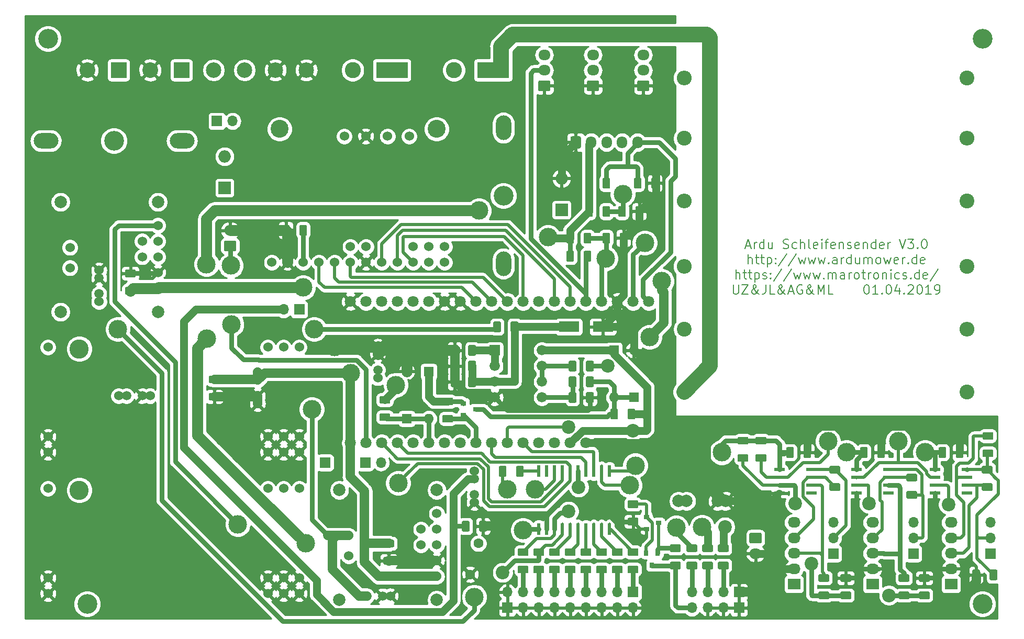
<source format=gbr>
G04 This is an RS-274x file exported by *
G04 gerbv version 2.6.1 *
G04 More information is available about gerbv at *
G04 http://gerbv.geda-project.org/ *
G04 --End of header info--*
%MOIN*%
%FSLAX34Y34*%
%IPPOS*%
G04 --Define apertures--*
%ADD10C,0.0079*%
%ADD11C,0.0039*%
%ADD12C,0.0492*%
%ADD13C,0.0600*%
%ADD14C,0.0591*%
%ADD15C,0.0709*%
%ADD16R,0.0660X0.0660*%
%ADD17C,0.0660*%
%ADD18O,0.0945X0.0945*%
%ADD19C,0.0945*%
%ADD20C,0.1260*%
%ADD21C,0.1000*%
%ADD22R,0.1000X0.1000*%
%ADD23C,0.0630*%
%ADD24O,0.0787X0.0787*%
%ADD25R,0.0787X0.0787*%
%ADD26O,0.0630X0.0630*%
%ADD27R,0.0630X0.0630*%
%ADD28R,0.1299X0.0669*%
%ADD29O,0.1575X0.0984*%
%ADD30O,0.0984X0.1575*%
%ADD31R,0.0800X0.0677*%
%ADD32O,0.0800X0.0677*%
%ADD33C,0.0669*%
%ADD34O,0.0768X0.0669*%
%ADD35R,0.0669X0.0669*%
%ADD36O,0.0669X0.0669*%
%ADD37O,0.0787X0.0669*%
%ADD38R,0.1024X0.1024*%
%ADD39C,0.1024*%
%ADD40O,0.0669X0.0768*%
%ADD41R,0.0670X0.0210*%
%ADD42R,0.0354X0.0315*%
%ADD43C,0.0787*%
%ADD44C,0.1142*%
%ADD45C,0.1220*%
%ADD46C,0.0984*%
%ADD47R,0.0236X0.0768*%
%ADD48R,0.0315X0.0354*%
%ADD49C,0.1181*%
%ADD50C,0.0866*%
%ADD51C,0.0700*%
%ADD52C,0.0300*%
%ADD53C,0.0200*%
%ADD54C,0.0500*%
%ADD55C,0.0100*%
%ADD56C,0.0600*%
%ADD57C,0.1000*%
%ADD58C,0.0098*%
%ADD59C,0.0400*%
G04 --Start main section--*
G54D10*
G01X0071935Y-034702D02*
G01X0072216Y-034702D01*
G01X0071879Y-034870D02*
G01X0072076Y-034280D01*
G01X0072076Y-034280D02*
G01X0072273Y-034870D01*
G01X0072469Y-034870D02*
G01X0072469Y-034477D01*
G01X0072469Y-034589D02*
G01X0072498Y-034533D01*
G01X0072498Y-034533D02*
G01X0072526Y-034505D01*
G01X0072526Y-034505D02*
G01X0072582Y-034477D01*
G01X0072582Y-034477D02*
G01X0072638Y-034477D01*
G01X0073088Y-034870D02*
G01X0073088Y-034280D01*
G01X0073088Y-034842D02*
G01X0073032Y-034870D01*
G01X0073032Y-034870D02*
G01X0072919Y-034870D01*
G01X0072919Y-034870D02*
G01X0072863Y-034842D01*
G01X0072863Y-034842D02*
G01X0072835Y-034814D01*
G01X0072835Y-034814D02*
G01X0072807Y-034758D01*
G01X0072807Y-034758D02*
G01X0072807Y-034589D01*
G01X0072807Y-034589D02*
G01X0072835Y-034533D01*
G01X0072835Y-034533D02*
G01X0072863Y-034505D01*
G01X0072863Y-034505D02*
G01X0072919Y-034477D01*
G01X0072919Y-034477D02*
G01X0073032Y-034477D01*
G01X0073032Y-034477D02*
G01X0073088Y-034505D01*
G01X0073622Y-034477D02*
G01X0073622Y-034870D01*
G01X0073369Y-034477D02*
G01X0073369Y-034786D01*
G01X0073369Y-034786D02*
G01X0073397Y-034842D01*
G01X0073397Y-034842D02*
G01X0073454Y-034870D01*
G01X0073454Y-034870D02*
G01X0073538Y-034870D01*
G01X0073538Y-034870D02*
G01X0073594Y-034842D01*
G01X0073594Y-034842D02*
G01X0073622Y-034814D01*
G01X0074325Y-034842D02*
G01X0074410Y-034870D01*
G01X0074410Y-034870D02*
G01X0074550Y-034870D01*
G01X0074550Y-034870D02*
G01X0074607Y-034842D01*
G01X0074607Y-034842D02*
G01X0074635Y-034814D01*
G01X0074635Y-034814D02*
G01X0074663Y-034758D01*
G01X0074663Y-034758D02*
G01X0074663Y-034702D01*
G01X0074663Y-034702D02*
G01X0074635Y-034645D01*
G01X0074635Y-034645D02*
G01X0074607Y-034617D01*
G01X0074607Y-034617D02*
G01X0074550Y-034589D01*
G01X0074550Y-034589D02*
G01X0074438Y-034561D01*
G01X0074438Y-034561D02*
G01X0074382Y-034533D01*
G01X0074382Y-034533D02*
G01X0074354Y-034505D01*
G01X0074354Y-034505D02*
G01X0074325Y-034448D01*
G01X0074325Y-034448D02*
G01X0074325Y-034392D01*
G01X0074325Y-034392D02*
G01X0074354Y-034336D01*
G01X0074354Y-034336D02*
G01X0074382Y-034308D01*
G01X0074382Y-034308D02*
G01X0074438Y-034280D01*
G01X0074438Y-034280D02*
G01X0074579Y-034280D01*
G01X0074579Y-034280D02*
G01X0074663Y-034308D01*
G01X0075169Y-034842D02*
G01X0075113Y-034870D01*
G01X0075113Y-034870D02*
G01X0075000Y-034870D01*
G01X0075000Y-034870D02*
G01X0074944Y-034842D01*
G01X0074944Y-034842D02*
G01X0074916Y-034814D01*
G01X0074916Y-034814D02*
G01X0074888Y-034758D01*
G01X0074888Y-034758D02*
G01X0074888Y-034589D01*
G01X0074888Y-034589D02*
G01X0074916Y-034533D01*
G01X0074916Y-034533D02*
G01X0074944Y-034505D01*
G01X0074944Y-034505D02*
G01X0075000Y-034477D01*
G01X0075000Y-034477D02*
G01X0075113Y-034477D01*
G01X0075113Y-034477D02*
G01X0075169Y-034505D01*
G01X0075422Y-034870D02*
G01X0075422Y-034280D01*
G01X0075675Y-034870D02*
G01X0075675Y-034561D01*
G01X0075675Y-034561D02*
G01X0075647Y-034505D01*
G01X0075647Y-034505D02*
G01X0075591Y-034477D01*
G01X0075591Y-034477D02*
G01X0075507Y-034477D01*
G01X0075507Y-034477D02*
G01X0075450Y-034505D01*
G01X0075450Y-034505D02*
G01X0075422Y-034533D01*
G01X0076041Y-034870D02*
G01X0075985Y-034842D01*
G01X0075985Y-034842D02*
G01X0075956Y-034786D01*
G01X0075956Y-034786D02*
G01X0075956Y-034280D01*
G01X0076491Y-034842D02*
G01X0076435Y-034870D01*
G01X0076435Y-034870D02*
G01X0076322Y-034870D01*
G01X0076322Y-034870D02*
G01X0076266Y-034842D01*
G01X0076266Y-034842D02*
G01X0076238Y-034786D01*
G01X0076238Y-034786D02*
G01X0076238Y-034561D01*
G01X0076238Y-034561D02*
G01X0076266Y-034505D01*
G01X0076266Y-034505D02*
G01X0076322Y-034477D01*
G01X0076322Y-034477D02*
G01X0076435Y-034477D01*
G01X0076435Y-034477D02*
G01X0076491Y-034505D01*
G01X0076491Y-034505D02*
G01X0076519Y-034561D01*
G01X0076519Y-034561D02*
G01X0076519Y-034617D01*
G01X0076519Y-034617D02*
G01X0076238Y-034673D01*
G01X0076772Y-034870D02*
G01X0076772Y-034477D01*
G01X0076772Y-034280D02*
G01X0076744Y-034308D01*
G01X0076744Y-034308D02*
G01X0076772Y-034336D01*
G01X0076772Y-034336D02*
G01X0076800Y-034308D01*
G01X0076800Y-034308D02*
G01X0076772Y-034280D01*
G01X0076772Y-034280D02*
G01X0076772Y-034336D01*
G01X0076969Y-034477D02*
G01X0077194Y-034477D01*
G01X0077053Y-034870D02*
G01X0077053Y-034364D01*
G01X0077053Y-034364D02*
G01X0077081Y-034308D01*
G01X0077081Y-034308D02*
G01X0077138Y-034280D01*
G01X0077138Y-034280D02*
G01X0077194Y-034280D01*
G01X0077616Y-034842D02*
G01X0077559Y-034870D01*
G01X0077559Y-034870D02*
G01X0077447Y-034870D01*
G01X0077447Y-034870D02*
G01X0077391Y-034842D01*
G01X0077391Y-034842D02*
G01X0077363Y-034786D01*
G01X0077363Y-034786D02*
G01X0077363Y-034561D01*
G01X0077363Y-034561D02*
G01X0077391Y-034505D01*
G01X0077391Y-034505D02*
G01X0077447Y-034477D01*
G01X0077447Y-034477D02*
G01X0077559Y-034477D01*
G01X0077559Y-034477D02*
G01X0077616Y-034505D01*
G01X0077616Y-034505D02*
G01X0077644Y-034561D01*
G01X0077644Y-034561D02*
G01X0077644Y-034617D01*
G01X0077644Y-034617D02*
G01X0077363Y-034673D01*
G01X0077897Y-034477D02*
G01X0077897Y-034870D01*
G01X0077897Y-034533D02*
G01X0077925Y-034505D01*
G01X0077925Y-034505D02*
G01X0077981Y-034477D01*
G01X0077981Y-034477D02*
G01X0078066Y-034477D01*
G01X0078066Y-034477D02*
G01X0078122Y-034505D01*
G01X0078122Y-034505D02*
G01X0078150Y-034561D01*
G01X0078150Y-034561D02*
G01X0078150Y-034870D01*
G01X0078403Y-034842D02*
G01X0078459Y-034870D01*
G01X0078459Y-034870D02*
G01X0078572Y-034870D01*
G01X0078572Y-034870D02*
G01X0078628Y-034842D01*
G01X0078628Y-034842D02*
G01X0078656Y-034786D01*
G01X0078656Y-034786D02*
G01X0078656Y-034758D01*
G01X0078656Y-034758D02*
G01X0078628Y-034702D01*
G01X0078628Y-034702D02*
G01X0078572Y-034673D01*
G01X0078572Y-034673D02*
G01X0078487Y-034673D01*
G01X0078487Y-034673D02*
G01X0078431Y-034645D01*
G01X0078431Y-034645D02*
G01X0078403Y-034589D01*
G01X0078403Y-034589D02*
G01X0078403Y-034561D01*
G01X0078403Y-034561D02*
G01X0078431Y-034505D01*
G01X0078431Y-034505D02*
G01X0078487Y-034477D01*
G01X0078487Y-034477D02*
G01X0078572Y-034477D01*
G01X0078572Y-034477D02*
G01X0078628Y-034505D01*
G01X0079134Y-034842D02*
G01X0079078Y-034870D01*
G01X0079078Y-034870D02*
G01X0078965Y-034870D01*
G01X0078965Y-034870D02*
G01X0078909Y-034842D01*
G01X0078909Y-034842D02*
G01X0078881Y-034786D01*
G01X0078881Y-034786D02*
G01X0078881Y-034561D01*
G01X0078881Y-034561D02*
G01X0078909Y-034505D01*
G01X0078909Y-034505D02*
G01X0078965Y-034477D01*
G01X0078965Y-034477D02*
G01X0079078Y-034477D01*
G01X0079078Y-034477D02*
G01X0079134Y-034505D01*
G01X0079134Y-034505D02*
G01X0079162Y-034561D01*
G01X0079162Y-034561D02*
G01X0079162Y-034617D01*
G01X0079162Y-034617D02*
G01X0078881Y-034673D01*
G01X0079415Y-034477D02*
G01X0079415Y-034870D01*
G01X0079415Y-034533D02*
G01X0079444Y-034505D01*
G01X0079444Y-034505D02*
G01X0079500Y-034477D01*
G01X0079500Y-034477D02*
G01X0079584Y-034477D01*
G01X0079584Y-034477D02*
G01X0079640Y-034505D01*
G01X0079640Y-034505D02*
G01X0079669Y-034561D01*
G01X0079669Y-034561D02*
G01X0079669Y-034870D01*
G01X0080203Y-034870D02*
G01X0080203Y-034280D01*
G01X0080203Y-034842D02*
G01X0080147Y-034870D01*
G01X0080147Y-034870D02*
G01X0080034Y-034870D01*
G01X0080034Y-034870D02*
G01X0079978Y-034842D01*
G01X0079978Y-034842D02*
G01X0079950Y-034814D01*
G01X0079950Y-034814D02*
G01X0079922Y-034758D01*
G01X0079922Y-034758D02*
G01X0079922Y-034589D01*
G01X0079922Y-034589D02*
G01X0079950Y-034533D01*
G01X0079950Y-034533D02*
G01X0079978Y-034505D01*
G01X0079978Y-034505D02*
G01X0080034Y-034477D01*
G01X0080034Y-034477D02*
G01X0080147Y-034477D01*
G01X0080147Y-034477D02*
G01X0080203Y-034505D01*
G01X0080709Y-034842D02*
G01X0080653Y-034870D01*
G01X0080653Y-034870D02*
G01X0080540Y-034870D01*
G01X0080540Y-034870D02*
G01X0080484Y-034842D01*
G01X0080484Y-034842D02*
G01X0080456Y-034786D01*
G01X0080456Y-034786D02*
G01X0080456Y-034561D01*
G01X0080456Y-034561D02*
G01X0080484Y-034505D01*
G01X0080484Y-034505D02*
G01X0080540Y-034477D01*
G01X0080540Y-034477D02*
G01X0080653Y-034477D01*
G01X0080653Y-034477D02*
G01X0080709Y-034505D01*
G01X0080709Y-034505D02*
G01X0080737Y-034561D01*
G01X0080737Y-034561D02*
G01X0080737Y-034617D01*
G01X0080737Y-034617D02*
G01X0080456Y-034673D01*
G01X0080990Y-034870D02*
G01X0080990Y-034477D01*
G01X0080990Y-034589D02*
G01X0081018Y-034533D01*
G01X0081018Y-034533D02*
G01X0081046Y-034505D01*
G01X0081046Y-034505D02*
G01X0081103Y-034477D01*
G01X0081103Y-034477D02*
G01X0081159Y-034477D01*
G01X0081721Y-034280D02*
G01X0081918Y-034870D01*
G01X0081918Y-034870D02*
G01X0082115Y-034280D01*
G01X0082256Y-034280D02*
G01X0082621Y-034280D01*
G01X0082621Y-034280D02*
G01X0082424Y-034505D01*
G01X0082424Y-034505D02*
G01X0082509Y-034505D01*
G01X0082509Y-034505D02*
G01X0082565Y-034533D01*
G01X0082565Y-034533D02*
G01X0082593Y-034561D01*
G01X0082593Y-034561D02*
G01X0082621Y-034617D01*
G01X0082621Y-034617D02*
G01X0082621Y-034758D01*
G01X0082621Y-034758D02*
G01X0082593Y-034814D01*
G01X0082593Y-034814D02*
G01X0082565Y-034842D01*
G01X0082565Y-034842D02*
G01X0082509Y-034870D01*
G01X0082509Y-034870D02*
G01X0082340Y-034870D01*
G01X0082340Y-034870D02*
G01X0082284Y-034842D01*
G01X0082284Y-034842D02*
G01X0082256Y-034814D01*
G01X0082874Y-034814D02*
G01X0082902Y-034842D01*
G01X0082902Y-034842D02*
G01X0082874Y-034870D01*
G01X0082874Y-034870D02*
G01X0082846Y-034842D01*
G01X0082846Y-034842D02*
G01X0082874Y-034814D01*
G01X0082874Y-034814D02*
G01X0082874Y-034870D01*
G01X0083268Y-034280D02*
G01X0083324Y-034280D01*
G01X0083324Y-034280D02*
G01X0083381Y-034308D01*
G01X0083381Y-034308D02*
G01X0083409Y-034336D01*
G01X0083409Y-034336D02*
G01X0083437Y-034392D01*
G01X0083437Y-034392D02*
G01X0083465Y-034505D01*
G01X0083465Y-034505D02*
G01X0083465Y-034645D01*
G01X0083465Y-034645D02*
G01X0083437Y-034758D01*
G01X0083437Y-034758D02*
G01X0083409Y-034814D01*
G01X0083409Y-034814D02*
G01X0083381Y-034842D01*
G01X0083381Y-034842D02*
G01X0083324Y-034870D01*
G01X0083324Y-034870D02*
G01X0083268Y-034870D01*
G01X0083268Y-034870D02*
G01X0083212Y-034842D01*
G01X0083212Y-034842D02*
G01X0083184Y-034814D01*
G01X0083184Y-034814D02*
G01X0083156Y-034758D01*
G01X0083156Y-034758D02*
G01X0083127Y-034645D01*
G01X0083127Y-034645D02*
G01X0083127Y-034505D01*
G01X0083127Y-034505D02*
G01X0083156Y-034392D01*
G01X0083156Y-034392D02*
G01X0083184Y-034336D01*
G01X0083184Y-034336D02*
G01X0083212Y-034308D01*
G01X0083212Y-034308D02*
G01X0083268Y-034280D01*
G01X0072090Y-035835D02*
G01X0072090Y-035244D01*
G01X0072343Y-035835D02*
G01X0072343Y-035526D01*
G01X0072343Y-035526D02*
G01X0072315Y-035469D01*
G01X0072315Y-035469D02*
G01X0072258Y-035441D01*
G01X0072258Y-035441D02*
G01X0072174Y-035441D01*
G01X0072174Y-035441D02*
G01X0072118Y-035469D01*
G01X0072118Y-035469D02*
G01X0072090Y-035497D01*
G01X0072540Y-035441D02*
G01X0072765Y-035441D01*
G01X0072624Y-035244D02*
G01X0072624Y-035751D01*
G01X0072624Y-035751D02*
G01X0072652Y-035807D01*
G01X0072652Y-035807D02*
G01X0072708Y-035835D01*
G01X0072708Y-035835D02*
G01X0072765Y-035835D01*
G01X0072877Y-035441D02*
G01X0073102Y-035441D01*
G01X0072962Y-035244D02*
G01X0072962Y-035751D01*
G01X0072962Y-035751D02*
G01X0072990Y-035807D01*
G01X0072990Y-035807D02*
G01X0073046Y-035835D01*
G01X0073046Y-035835D02*
G01X0073102Y-035835D01*
G01X0073299Y-035441D02*
G01X0073299Y-036032D01*
G01X0073299Y-035469D02*
G01X0073355Y-035441D01*
G01X0073355Y-035441D02*
G01X0073468Y-035441D01*
G01X0073468Y-035441D02*
G01X0073524Y-035469D01*
G01X0073524Y-035469D02*
G01X0073552Y-035497D01*
G01X0073552Y-035497D02*
G01X0073580Y-035554D01*
G01X0073580Y-035554D02*
G01X0073580Y-035722D01*
G01X0073580Y-035722D02*
G01X0073552Y-035779D01*
G01X0073552Y-035779D02*
G01X0073524Y-035807D01*
G01X0073524Y-035807D02*
G01X0073468Y-035835D01*
G01X0073468Y-035835D02*
G01X0073355Y-035835D01*
G01X0073355Y-035835D02*
G01X0073299Y-035807D01*
G01X0073833Y-035779D02*
G01X0073861Y-035807D01*
G01X0073861Y-035807D02*
G01X0073833Y-035835D01*
G01X0073833Y-035835D02*
G01X0073805Y-035807D01*
G01X0073805Y-035807D02*
G01X0073833Y-035779D01*
G01X0073833Y-035779D02*
G01X0073833Y-035835D01*
G01X0073833Y-035469D02*
G01X0073861Y-035497D01*
G01X0073861Y-035497D02*
G01X0073833Y-035526D01*
G01X0073833Y-035526D02*
G01X0073805Y-035497D01*
G01X0073805Y-035497D02*
G01X0073833Y-035469D01*
G01X0073833Y-035469D02*
G01X0073833Y-035526D01*
G01X0074536Y-035216D02*
G01X0074030Y-035975D01*
G01X0075155Y-035216D02*
G01X0074649Y-035975D01*
G01X0075296Y-035441D02*
G01X0075408Y-035835D01*
G01X0075408Y-035835D02*
G01X0075521Y-035554D01*
G01X0075521Y-035554D02*
G01X0075633Y-035835D01*
G01X0075633Y-035835D02*
G01X0075746Y-035441D01*
G01X0075914Y-035441D02*
G01X0076027Y-035835D01*
G01X0076027Y-035835D02*
G01X0076139Y-035554D01*
G01X0076139Y-035554D02*
G01X0076252Y-035835D01*
G01X0076252Y-035835D02*
G01X0076364Y-035441D01*
G01X0076533Y-035441D02*
G01X0076645Y-035835D01*
G01X0076645Y-035835D02*
G01X0076758Y-035554D01*
G01X0076758Y-035554D02*
G01X0076870Y-035835D01*
G01X0076870Y-035835D02*
G01X0076983Y-035441D01*
G01X0077208Y-035779D02*
G01X0077236Y-035807D01*
G01X0077236Y-035807D02*
G01X0077208Y-035835D01*
G01X0077208Y-035835D02*
G01X0077180Y-035807D01*
G01X0077180Y-035807D02*
G01X0077208Y-035779D01*
G01X0077208Y-035779D02*
G01X0077208Y-035835D01*
G01X0077742Y-035835D02*
G01X0077742Y-035526D01*
G01X0077742Y-035526D02*
G01X0077714Y-035469D01*
G01X0077714Y-035469D02*
G01X0077658Y-035441D01*
G01X0077658Y-035441D02*
G01X0077545Y-035441D01*
G01X0077545Y-035441D02*
G01X0077489Y-035469D01*
G01X0077742Y-035807D02*
G01X0077686Y-035835D01*
G01X0077686Y-035835D02*
G01X0077545Y-035835D01*
G01X0077545Y-035835D02*
G01X0077489Y-035807D01*
G01X0077489Y-035807D02*
G01X0077461Y-035751D01*
G01X0077461Y-035751D02*
G01X0077461Y-035694D01*
G01X0077461Y-035694D02*
G01X0077489Y-035638D01*
G01X0077489Y-035638D02*
G01X0077545Y-035610D01*
G01X0077545Y-035610D02*
G01X0077686Y-035610D01*
G01X0077686Y-035610D02*
G01X0077742Y-035582D01*
G01X0078023Y-035835D02*
G01X0078023Y-035441D01*
G01X0078023Y-035554D02*
G01X0078052Y-035497D01*
G01X0078052Y-035497D02*
G01X0078080Y-035469D01*
G01X0078080Y-035469D02*
G01X0078136Y-035441D01*
G01X0078136Y-035441D02*
G01X0078192Y-035441D01*
G01X0078642Y-035835D02*
G01X0078642Y-035244D01*
G01X0078642Y-035807D02*
G01X0078586Y-035835D01*
G01X0078586Y-035835D02*
G01X0078473Y-035835D01*
G01X0078473Y-035835D02*
G01X0078417Y-035807D01*
G01X0078417Y-035807D02*
G01X0078389Y-035779D01*
G01X0078389Y-035779D02*
G01X0078361Y-035722D01*
G01X0078361Y-035722D02*
G01X0078361Y-035554D01*
G01X0078361Y-035554D02*
G01X0078389Y-035497D01*
G01X0078389Y-035497D02*
G01X0078417Y-035469D01*
G01X0078417Y-035469D02*
G01X0078473Y-035441D01*
G01X0078473Y-035441D02*
G01X0078586Y-035441D01*
G01X0078586Y-035441D02*
G01X0078642Y-035469D01*
G01X0079176Y-035441D02*
G01X0079176Y-035835D01*
G01X0078923Y-035441D02*
G01X0078923Y-035751D01*
G01X0078923Y-035751D02*
G01X0078951Y-035807D01*
G01X0078951Y-035807D02*
G01X0079008Y-035835D01*
G01X0079008Y-035835D02*
G01X0079092Y-035835D01*
G01X0079092Y-035835D02*
G01X0079148Y-035807D01*
G01X0079148Y-035807D02*
G01X0079176Y-035779D01*
G01X0079458Y-035835D02*
G01X0079458Y-035441D01*
G01X0079458Y-035497D02*
G01X0079486Y-035469D01*
G01X0079486Y-035469D02*
G01X0079542Y-035441D01*
G01X0079542Y-035441D02*
G01X0079626Y-035441D01*
G01X0079626Y-035441D02*
G01X0079683Y-035469D01*
G01X0079683Y-035469D02*
G01X0079711Y-035526D01*
G01X0079711Y-035526D02*
G01X0079711Y-035835D01*
G01X0079711Y-035526D02*
G01X0079739Y-035469D01*
G01X0079739Y-035469D02*
G01X0079795Y-035441D01*
G01X0079795Y-035441D02*
G01X0079879Y-035441D01*
G01X0079879Y-035441D02*
G01X0079936Y-035469D01*
G01X0079936Y-035469D02*
G01X0079964Y-035526D01*
G01X0079964Y-035526D02*
G01X0079964Y-035835D01*
G01X0080329Y-035835D02*
G01X0080273Y-035807D01*
G01X0080273Y-035807D02*
G01X0080245Y-035779D01*
G01X0080245Y-035779D02*
G01X0080217Y-035722D01*
G01X0080217Y-035722D02*
G01X0080217Y-035554D01*
G01X0080217Y-035554D02*
G01X0080245Y-035497D01*
G01X0080245Y-035497D02*
G01X0080273Y-035469D01*
G01X0080273Y-035469D02*
G01X0080329Y-035441D01*
G01X0080329Y-035441D02*
G01X0080414Y-035441D01*
G01X0080414Y-035441D02*
G01X0080470Y-035469D01*
G01X0080470Y-035469D02*
G01X0080498Y-035497D01*
G01X0080498Y-035497D02*
G01X0080526Y-035554D01*
G01X0080526Y-035554D02*
G01X0080526Y-035722D01*
G01X0080526Y-035722D02*
G01X0080498Y-035779D01*
G01X0080498Y-035779D02*
G01X0080470Y-035807D01*
G01X0080470Y-035807D02*
G01X0080414Y-035835D01*
G01X0080414Y-035835D02*
G01X0080329Y-035835D01*
G01X0080723Y-035441D02*
G01X0080836Y-035835D01*
G01X0080836Y-035835D02*
G01X0080948Y-035554D01*
G01X0080948Y-035554D02*
G01X0081061Y-035835D01*
G01X0081061Y-035835D02*
G01X0081173Y-035441D01*
G01X0081623Y-035807D02*
G01X0081567Y-035835D01*
G01X0081567Y-035835D02*
G01X0081454Y-035835D01*
G01X0081454Y-035835D02*
G01X0081398Y-035807D01*
G01X0081398Y-035807D02*
G01X0081370Y-035751D01*
G01X0081370Y-035751D02*
G01X0081370Y-035526D01*
G01X0081370Y-035526D02*
G01X0081398Y-035469D01*
G01X0081398Y-035469D02*
G01X0081454Y-035441D01*
G01X0081454Y-035441D02*
G01X0081567Y-035441D01*
G01X0081567Y-035441D02*
G01X0081623Y-035469D01*
G01X0081623Y-035469D02*
G01X0081651Y-035526D01*
G01X0081651Y-035526D02*
G01X0081651Y-035582D01*
G01X0081651Y-035582D02*
G01X0081370Y-035638D01*
G01X0081904Y-035835D02*
G01X0081904Y-035441D01*
G01X0081904Y-035554D02*
G01X0081932Y-035497D01*
G01X0081932Y-035497D02*
G01X0081960Y-035469D01*
G01X0081960Y-035469D02*
G01X0082017Y-035441D01*
G01X0082017Y-035441D02*
G01X0082073Y-035441D01*
G01X0082270Y-035779D02*
G01X0082298Y-035807D01*
G01X0082298Y-035807D02*
G01X0082270Y-035835D01*
G01X0082270Y-035835D02*
G01X0082242Y-035807D01*
G01X0082242Y-035807D02*
G01X0082270Y-035779D01*
G01X0082270Y-035779D02*
G01X0082270Y-035835D01*
G01X0082804Y-035835D02*
G01X0082804Y-035244D01*
G01X0082804Y-035807D02*
G01X0082748Y-035835D01*
G01X0082748Y-035835D02*
G01X0082635Y-035835D01*
G01X0082635Y-035835D02*
G01X0082579Y-035807D01*
G01X0082579Y-035807D02*
G01X0082551Y-035779D01*
G01X0082551Y-035779D02*
G01X0082523Y-035722D01*
G01X0082523Y-035722D02*
G01X0082523Y-035554D01*
G01X0082523Y-035554D02*
G01X0082551Y-035497D01*
G01X0082551Y-035497D02*
G01X0082579Y-035469D01*
G01X0082579Y-035469D02*
G01X0082635Y-035441D01*
G01X0082635Y-035441D02*
G01X0082748Y-035441D01*
G01X0082748Y-035441D02*
G01X0082804Y-035469D01*
G01X0083310Y-035807D02*
G01X0083254Y-035835D01*
G01X0083254Y-035835D02*
G01X0083142Y-035835D01*
G01X0083142Y-035835D02*
G01X0083085Y-035807D01*
G01X0083085Y-035807D02*
G01X0083057Y-035751D01*
G01X0083057Y-035751D02*
G01X0083057Y-035526D01*
G01X0083057Y-035526D02*
G01X0083085Y-035469D01*
G01X0083085Y-035469D02*
G01X0083142Y-035441D01*
G01X0083142Y-035441D02*
G01X0083254Y-035441D01*
G01X0083254Y-035441D02*
G01X0083310Y-035469D01*
G01X0083310Y-035469D02*
G01X0083338Y-035526D01*
G01X0083338Y-035526D02*
G01X0083338Y-035582D01*
G01X0083338Y-035582D02*
G01X0083057Y-035638D01*
G01X0071302Y-036799D02*
G01X0071302Y-036209D01*
G01X0071555Y-036799D02*
G01X0071555Y-036490D01*
G01X0071555Y-036490D02*
G01X0071527Y-036434D01*
G01X0071527Y-036434D02*
G01X0071471Y-036406D01*
G01X0071471Y-036406D02*
G01X0071387Y-036406D01*
G01X0071387Y-036406D02*
G01X0071330Y-036434D01*
G01X0071330Y-036434D02*
G01X0071302Y-036462D01*
G01X0071752Y-036406D02*
G01X0071977Y-036406D01*
G01X0071837Y-036209D02*
G01X0071837Y-036715D01*
G01X0071837Y-036715D02*
G01X0071865Y-036771D01*
G01X0071865Y-036771D02*
G01X0071921Y-036799D01*
G01X0071921Y-036799D02*
G01X0071977Y-036799D01*
G01X0072090Y-036406D02*
G01X0072315Y-036406D01*
G01X0072174Y-036209D02*
G01X0072174Y-036715D01*
G01X0072174Y-036715D02*
G01X0072202Y-036771D01*
G01X0072202Y-036771D02*
G01X0072258Y-036799D01*
G01X0072258Y-036799D02*
G01X0072315Y-036799D01*
G01X0072512Y-036406D02*
G01X0072512Y-036996D01*
G01X0072512Y-036434D02*
G01X0072568Y-036406D01*
G01X0072568Y-036406D02*
G01X0072680Y-036406D01*
G01X0072680Y-036406D02*
G01X0072737Y-036434D01*
G01X0072737Y-036434D02*
G01X0072765Y-036462D01*
G01X0072765Y-036462D02*
G01X0072793Y-036518D01*
G01X0072793Y-036518D02*
G01X0072793Y-036687D01*
G01X0072793Y-036687D02*
G01X0072765Y-036743D01*
G01X0072765Y-036743D02*
G01X0072737Y-036771D01*
G01X0072737Y-036771D02*
G01X0072680Y-036799D01*
G01X0072680Y-036799D02*
G01X0072568Y-036799D01*
G01X0072568Y-036799D02*
G01X0072512Y-036771D01*
G01X0073018Y-036771D02*
G01X0073074Y-036799D01*
G01X0073074Y-036799D02*
G01X0073187Y-036799D01*
G01X0073187Y-036799D02*
G01X0073243Y-036771D01*
G01X0073243Y-036771D02*
G01X0073271Y-036715D01*
G01X0073271Y-036715D02*
G01X0073271Y-036687D01*
G01X0073271Y-036687D02*
G01X0073243Y-036631D01*
G01X0073243Y-036631D02*
G01X0073187Y-036603D01*
G01X0073187Y-036603D02*
G01X0073102Y-036603D01*
G01X0073102Y-036603D02*
G01X0073046Y-036574D01*
G01X0073046Y-036574D02*
G01X0073018Y-036518D01*
G01X0073018Y-036518D02*
G01X0073018Y-036490D01*
G01X0073018Y-036490D02*
G01X0073046Y-036434D01*
G01X0073046Y-036434D02*
G01X0073102Y-036406D01*
G01X0073102Y-036406D02*
G01X0073187Y-036406D01*
G01X0073187Y-036406D02*
G01X0073243Y-036434D01*
G01X0073524Y-036743D02*
G01X0073552Y-036771D01*
G01X0073552Y-036771D02*
G01X0073524Y-036799D01*
G01X0073524Y-036799D02*
G01X0073496Y-036771D01*
G01X0073496Y-036771D02*
G01X0073524Y-036743D01*
G01X0073524Y-036743D02*
G01X0073524Y-036799D01*
G01X0073524Y-036434D02*
G01X0073552Y-036462D01*
G01X0073552Y-036462D02*
G01X0073524Y-036490D01*
G01X0073524Y-036490D02*
G01X0073496Y-036462D01*
G01X0073496Y-036462D02*
G01X0073524Y-036434D01*
G01X0073524Y-036434D02*
G01X0073524Y-036490D01*
G01X0074227Y-036181D02*
G01X0073721Y-036940D01*
G01X0074846Y-036181D02*
G01X0074339Y-036940D01*
G01X0074986Y-036406D02*
G01X0075099Y-036799D01*
G01X0075099Y-036799D02*
G01X0075211Y-036518D01*
G01X0075211Y-036518D02*
G01X0075324Y-036799D01*
G01X0075324Y-036799D02*
G01X0075436Y-036406D01*
G01X0075605Y-036406D02*
G01X0075717Y-036799D01*
G01X0075717Y-036799D02*
G01X0075830Y-036518D01*
G01X0075830Y-036518D02*
G01X0075942Y-036799D01*
G01X0075942Y-036799D02*
G01X0076055Y-036406D01*
G01X0076224Y-036406D02*
G01X0076336Y-036799D01*
G01X0076336Y-036799D02*
G01X0076449Y-036518D01*
G01X0076449Y-036518D02*
G01X0076561Y-036799D01*
G01X0076561Y-036799D02*
G01X0076674Y-036406D01*
G01X0076899Y-036743D02*
G01X0076927Y-036771D01*
G01X0076927Y-036771D02*
G01X0076899Y-036799D01*
G01X0076899Y-036799D02*
G01X0076870Y-036771D01*
G01X0076870Y-036771D02*
G01X0076899Y-036743D01*
G01X0076899Y-036743D02*
G01X0076899Y-036799D01*
G01X0077180Y-036799D02*
G01X0077180Y-036406D01*
G01X0077180Y-036462D02*
G01X0077208Y-036434D01*
G01X0077208Y-036434D02*
G01X0077264Y-036406D01*
G01X0077264Y-036406D02*
G01X0077348Y-036406D01*
G01X0077348Y-036406D02*
G01X0077405Y-036434D01*
G01X0077405Y-036434D02*
G01X0077433Y-036490D01*
G01X0077433Y-036490D02*
G01X0077433Y-036799D01*
G01X0077433Y-036490D02*
G01X0077461Y-036434D01*
G01X0077461Y-036434D02*
G01X0077517Y-036406D01*
G01X0077517Y-036406D02*
G01X0077602Y-036406D01*
G01X0077602Y-036406D02*
G01X0077658Y-036434D01*
G01X0077658Y-036434D02*
G01X0077686Y-036490D01*
G01X0077686Y-036490D02*
G01X0077686Y-036799D01*
G01X0078220Y-036799D02*
G01X0078220Y-036490D01*
G01X0078220Y-036490D02*
G01X0078192Y-036434D01*
G01X0078192Y-036434D02*
G01X0078136Y-036406D01*
G01X0078136Y-036406D02*
G01X0078023Y-036406D01*
G01X0078023Y-036406D02*
G01X0077967Y-036434D01*
G01X0078220Y-036771D02*
G01X0078164Y-036799D01*
G01X0078164Y-036799D02*
G01X0078023Y-036799D01*
G01X0078023Y-036799D02*
G01X0077967Y-036771D01*
G01X0077967Y-036771D02*
G01X0077939Y-036715D01*
G01X0077939Y-036715D02*
G01X0077939Y-036659D01*
G01X0077939Y-036659D02*
G01X0077967Y-036603D01*
G01X0077967Y-036603D02*
G01X0078023Y-036574D01*
G01X0078023Y-036574D02*
G01X0078164Y-036574D01*
G01X0078164Y-036574D02*
G01X0078220Y-036546D01*
G01X0078501Y-036799D02*
G01X0078501Y-036406D01*
G01X0078501Y-036518D02*
G01X0078530Y-036462D01*
G01X0078530Y-036462D02*
G01X0078558Y-036434D01*
G01X0078558Y-036434D02*
G01X0078614Y-036406D01*
G01X0078614Y-036406D02*
G01X0078670Y-036406D01*
G01X0078951Y-036799D02*
G01X0078895Y-036771D01*
G01X0078895Y-036771D02*
G01X0078867Y-036743D01*
G01X0078867Y-036743D02*
G01X0078839Y-036687D01*
G01X0078839Y-036687D02*
G01X0078839Y-036518D01*
G01X0078839Y-036518D02*
G01X0078867Y-036462D01*
G01X0078867Y-036462D02*
G01X0078895Y-036434D01*
G01X0078895Y-036434D02*
G01X0078951Y-036406D01*
G01X0078951Y-036406D02*
G01X0079036Y-036406D01*
G01X0079036Y-036406D02*
G01X0079092Y-036434D01*
G01X0079092Y-036434D02*
G01X0079120Y-036462D01*
G01X0079120Y-036462D02*
G01X0079148Y-036518D01*
G01X0079148Y-036518D02*
G01X0079148Y-036687D01*
G01X0079148Y-036687D02*
G01X0079120Y-036743D01*
G01X0079120Y-036743D02*
G01X0079092Y-036771D01*
G01X0079092Y-036771D02*
G01X0079036Y-036799D01*
G01X0079036Y-036799D02*
G01X0078951Y-036799D01*
G01X0079317Y-036406D02*
G01X0079542Y-036406D01*
G01X0079401Y-036209D02*
G01X0079401Y-036715D01*
G01X0079401Y-036715D02*
G01X0079429Y-036771D01*
G01X0079429Y-036771D02*
G01X0079486Y-036799D01*
G01X0079486Y-036799D02*
G01X0079542Y-036799D01*
G01X0079739Y-036799D02*
G01X0079739Y-036406D01*
G01X0079739Y-036518D02*
G01X0079767Y-036462D01*
G01X0079767Y-036462D02*
G01X0079795Y-036434D01*
G01X0079795Y-036434D02*
G01X0079851Y-036406D01*
G01X0079851Y-036406D02*
G01X0079908Y-036406D01*
G01X0080189Y-036799D02*
G01X0080133Y-036771D01*
G01X0080133Y-036771D02*
G01X0080104Y-036743D01*
G01X0080104Y-036743D02*
G01X0080076Y-036687D01*
G01X0080076Y-036687D02*
G01X0080076Y-036518D01*
G01X0080076Y-036518D02*
G01X0080104Y-036462D01*
G01X0080104Y-036462D02*
G01X0080133Y-036434D01*
G01X0080133Y-036434D02*
G01X0080189Y-036406D01*
G01X0080189Y-036406D02*
G01X0080273Y-036406D01*
G01X0080273Y-036406D02*
G01X0080329Y-036434D01*
G01X0080329Y-036434D02*
G01X0080357Y-036462D01*
G01X0080357Y-036462D02*
G01X0080386Y-036518D01*
G01X0080386Y-036518D02*
G01X0080386Y-036687D01*
G01X0080386Y-036687D02*
G01X0080357Y-036743D01*
G01X0080357Y-036743D02*
G01X0080329Y-036771D01*
G01X0080329Y-036771D02*
G01X0080273Y-036799D01*
G01X0080273Y-036799D02*
G01X0080189Y-036799D01*
G01X0080639Y-036406D02*
G01X0080639Y-036799D01*
G01X0080639Y-036462D02*
G01X0080667Y-036434D01*
G01X0080667Y-036434D02*
G01X0080723Y-036406D01*
G01X0080723Y-036406D02*
G01X0080807Y-036406D01*
G01X0080807Y-036406D02*
G01X0080864Y-036434D01*
G01X0080864Y-036434D02*
G01X0080892Y-036490D01*
G01X0080892Y-036490D02*
G01X0080892Y-036799D01*
G01X0081173Y-036799D02*
G01X0081173Y-036406D01*
G01X0081173Y-036209D02*
G01X0081145Y-036237D01*
G01X0081145Y-036237D02*
G01X0081173Y-036265D01*
G01X0081173Y-036265D02*
G01X0081201Y-036237D01*
G01X0081201Y-036237D02*
G01X0081173Y-036209D01*
G01X0081173Y-036209D02*
G01X0081173Y-036265D01*
G01X0081707Y-036771D02*
G01X0081651Y-036799D01*
G01X0081651Y-036799D02*
G01X0081539Y-036799D01*
G01X0081539Y-036799D02*
G01X0081482Y-036771D01*
G01X0081482Y-036771D02*
G01X0081454Y-036743D01*
G01X0081454Y-036743D02*
G01X0081426Y-036687D01*
G01X0081426Y-036687D02*
G01X0081426Y-036518D01*
G01X0081426Y-036518D02*
G01X0081454Y-036462D01*
G01X0081454Y-036462D02*
G01X0081482Y-036434D01*
G01X0081482Y-036434D02*
G01X0081539Y-036406D01*
G01X0081539Y-036406D02*
G01X0081651Y-036406D01*
G01X0081651Y-036406D02*
G01X0081707Y-036434D01*
G01X0081932Y-036771D02*
G01X0081989Y-036799D01*
G01X0081989Y-036799D02*
G01X0082101Y-036799D01*
G01X0082101Y-036799D02*
G01X0082157Y-036771D01*
G01X0082157Y-036771D02*
G01X0082185Y-036715D01*
G01X0082185Y-036715D02*
G01X0082185Y-036687D01*
G01X0082185Y-036687D02*
G01X0082157Y-036631D01*
G01X0082157Y-036631D02*
G01X0082101Y-036603D01*
G01X0082101Y-036603D02*
G01X0082017Y-036603D01*
G01X0082017Y-036603D02*
G01X0081960Y-036574D01*
G01X0081960Y-036574D02*
G01X0081932Y-036518D01*
G01X0081932Y-036518D02*
G01X0081932Y-036490D01*
G01X0081932Y-036490D02*
G01X0081960Y-036434D01*
G01X0081960Y-036434D02*
G01X0082017Y-036406D01*
G01X0082017Y-036406D02*
G01X0082101Y-036406D01*
G01X0082101Y-036406D02*
G01X0082157Y-036434D01*
G01X0082438Y-036743D02*
G01X0082467Y-036771D01*
G01X0082467Y-036771D02*
G01X0082438Y-036799D01*
G01X0082438Y-036799D02*
G01X0082410Y-036771D01*
G01X0082410Y-036771D02*
G01X0082438Y-036743D01*
G01X0082438Y-036743D02*
G01X0082438Y-036799D01*
G01X0082973Y-036799D02*
G01X0082973Y-036209D01*
G01X0082973Y-036771D02*
G01X0082917Y-036799D01*
G01X0082917Y-036799D02*
G01X0082804Y-036799D01*
G01X0082804Y-036799D02*
G01X0082748Y-036771D01*
G01X0082748Y-036771D02*
G01X0082720Y-036743D01*
G01X0082720Y-036743D02*
G01X0082692Y-036687D01*
G01X0082692Y-036687D02*
G01X0082692Y-036518D01*
G01X0082692Y-036518D02*
G01X0082720Y-036462D01*
G01X0082720Y-036462D02*
G01X0082748Y-036434D01*
G01X0082748Y-036434D02*
G01X0082804Y-036406D01*
G01X0082804Y-036406D02*
G01X0082917Y-036406D01*
G01X0082917Y-036406D02*
G01X0082973Y-036434D01*
G01X0083479Y-036771D02*
G01X0083423Y-036799D01*
G01X0083423Y-036799D02*
G01X0083310Y-036799D01*
G01X0083310Y-036799D02*
G01X0083254Y-036771D01*
G01X0083254Y-036771D02*
G01X0083226Y-036715D01*
G01X0083226Y-036715D02*
G01X0083226Y-036490D01*
G01X0083226Y-036490D02*
G01X0083254Y-036434D01*
G01X0083254Y-036434D02*
G01X0083310Y-036406D01*
G01X0083310Y-036406D02*
G01X0083423Y-036406D01*
G01X0083423Y-036406D02*
G01X0083479Y-036434D01*
G01X0083479Y-036434D02*
G01X0083507Y-036490D01*
G01X0083507Y-036490D02*
G01X0083507Y-036546D01*
G01X0083507Y-036546D02*
G01X0083226Y-036603D01*
G01X0084182Y-036181D02*
G01X0083676Y-036940D01*
G01X0071134Y-037173D02*
G01X0071134Y-037652D01*
G01X0071134Y-037652D02*
G01X0071162Y-037708D01*
G01X0071162Y-037708D02*
G01X0071190Y-037736D01*
G01X0071190Y-037736D02*
G01X0071246Y-037764D01*
G01X0071246Y-037764D02*
G01X0071359Y-037764D01*
G01X0071359Y-037764D02*
G01X0071415Y-037736D01*
G01X0071415Y-037736D02*
G01X0071443Y-037708D01*
G01X0071443Y-037708D02*
G01X0071471Y-037652D01*
G01X0071471Y-037652D02*
G01X0071471Y-037173D01*
G01X0071696Y-037173D02*
G01X0072090Y-037173D01*
G01X0072090Y-037173D02*
G01X0071696Y-037764D01*
G01X0071696Y-037764D02*
G01X0072090Y-037764D01*
G01X0072793Y-037764D02*
G01X0072765Y-037764D01*
G01X0072765Y-037764D02*
G01X0072708Y-037736D01*
G01X0072708Y-037736D02*
G01X0072624Y-037652D01*
G01X0072624Y-037652D02*
G01X0072483Y-037483D01*
G01X0072483Y-037483D02*
G01X0072427Y-037398D01*
G01X0072427Y-037398D02*
G01X0072399Y-037314D01*
G01X0072399Y-037314D02*
G01X0072399Y-037258D01*
G01X0072399Y-037258D02*
G01X0072427Y-037202D01*
G01X0072427Y-037202D02*
G01X0072483Y-037173D01*
G01X0072483Y-037173D02*
G01X0072512Y-037173D01*
G01X0072512Y-037173D02*
G01X0072568Y-037202D01*
G01X0072568Y-037202D02*
G01X0072596Y-037258D01*
G01X0072596Y-037258D02*
G01X0072596Y-037286D01*
G01X0072596Y-037286D02*
G01X0072568Y-037342D01*
G01X0072568Y-037342D02*
G01X0072540Y-037370D01*
G01X0072540Y-037370D02*
G01X0072371Y-037483D01*
G01X0072371Y-037483D02*
G01X0072343Y-037511D01*
G01X0072343Y-037511D02*
G01X0072315Y-037567D01*
G01X0072315Y-037567D02*
G01X0072315Y-037652D01*
G01X0072315Y-037652D02*
G01X0072343Y-037708D01*
G01X0072343Y-037708D02*
G01X0072371Y-037736D01*
G01X0072371Y-037736D02*
G01X0072427Y-037764D01*
G01X0072427Y-037764D02*
G01X0072512Y-037764D01*
G01X0072512Y-037764D02*
G01X0072568Y-037736D01*
G01X0072568Y-037736D02*
G01X0072596Y-037708D01*
G01X0072596Y-037708D02*
G01X0072680Y-037595D01*
G01X0072680Y-037595D02*
G01X0072708Y-037511D01*
G01X0072708Y-037511D02*
G01X0072708Y-037455D01*
G01X0073215Y-037173D02*
G01X0073215Y-037595D01*
G01X0073215Y-037595D02*
G01X0073187Y-037680D01*
G01X0073187Y-037680D02*
G01X0073130Y-037736D01*
G01X0073130Y-037736D02*
G01X0073046Y-037764D01*
G01X0073046Y-037764D02*
G01X0072990Y-037764D01*
G01X0073777Y-037764D02*
G01X0073496Y-037764D01*
G01X0073496Y-037764D02*
G01X0073496Y-037173D01*
G01X0074452Y-037764D02*
G01X0074424Y-037764D01*
G01X0074424Y-037764D02*
G01X0074368Y-037736D01*
G01X0074368Y-037736D02*
G01X0074283Y-037652D01*
G01X0074283Y-037652D02*
G01X0074143Y-037483D01*
G01X0074143Y-037483D02*
G01X0074086Y-037398D01*
G01X0074086Y-037398D02*
G01X0074058Y-037314D01*
G01X0074058Y-037314D02*
G01X0074058Y-037258D01*
G01X0074058Y-037258D02*
G01X0074086Y-037202D01*
G01X0074086Y-037202D02*
G01X0074143Y-037173D01*
G01X0074143Y-037173D02*
G01X0074171Y-037173D01*
G01X0074171Y-037173D02*
G01X0074227Y-037202D01*
G01X0074227Y-037202D02*
G01X0074255Y-037258D01*
G01X0074255Y-037258D02*
G01X0074255Y-037286D01*
G01X0074255Y-037286D02*
G01X0074227Y-037342D01*
G01X0074227Y-037342D02*
G01X0074199Y-037370D01*
G01X0074199Y-037370D02*
G01X0074030Y-037483D01*
G01X0074030Y-037483D02*
G01X0074002Y-037511D01*
G01X0074002Y-037511D02*
G01X0073974Y-037567D01*
G01X0073974Y-037567D02*
G01X0073974Y-037652D01*
G01X0073974Y-037652D02*
G01X0074002Y-037708D01*
G01X0074002Y-037708D02*
G01X0074030Y-037736D01*
G01X0074030Y-037736D02*
G01X0074086Y-037764D01*
G01X0074086Y-037764D02*
G01X0074171Y-037764D01*
G01X0074171Y-037764D02*
G01X0074227Y-037736D01*
G01X0074227Y-037736D02*
G01X0074255Y-037708D01*
G01X0074255Y-037708D02*
G01X0074339Y-037595D01*
G01X0074339Y-037595D02*
G01X0074368Y-037511D01*
G01X0074368Y-037511D02*
G01X0074368Y-037455D01*
G01X0074677Y-037595D02*
G01X0074958Y-037595D01*
G01X0074621Y-037764D02*
G01X0074818Y-037173D01*
G01X0074818Y-037173D02*
G01X0075014Y-037764D01*
G01X0075521Y-037202D02*
G01X0075464Y-037173D01*
G01X0075464Y-037173D02*
G01X0075380Y-037173D01*
G01X0075380Y-037173D02*
G01X0075296Y-037202D01*
G01X0075296Y-037202D02*
G01X0075239Y-037258D01*
G01X0075239Y-037258D02*
G01X0075211Y-037314D01*
G01X0075211Y-037314D02*
G01X0075183Y-037427D01*
G01X0075183Y-037427D02*
G01X0075183Y-037511D01*
G01X0075183Y-037511D02*
G01X0075211Y-037623D01*
G01X0075211Y-037623D02*
G01X0075239Y-037680D01*
G01X0075239Y-037680D02*
G01X0075296Y-037736D01*
G01X0075296Y-037736D02*
G01X0075380Y-037764D01*
G01X0075380Y-037764D02*
G01X0075436Y-037764D01*
G01X0075436Y-037764D02*
G01X0075521Y-037736D01*
G01X0075521Y-037736D02*
G01X0075549Y-037708D01*
G01X0075549Y-037708D02*
G01X0075549Y-037511D01*
G01X0075549Y-037511D02*
G01X0075436Y-037511D01*
G01X0076280Y-037764D02*
G01X0076252Y-037764D01*
G01X0076252Y-037764D02*
G01X0076196Y-037736D01*
G01X0076196Y-037736D02*
G01X0076111Y-037652D01*
G01X0076111Y-037652D02*
G01X0075971Y-037483D01*
G01X0075971Y-037483D02*
G01X0075914Y-037398D01*
G01X0075914Y-037398D02*
G01X0075886Y-037314D01*
G01X0075886Y-037314D02*
G01X0075886Y-037258D01*
G01X0075886Y-037258D02*
G01X0075914Y-037202D01*
G01X0075914Y-037202D02*
G01X0075971Y-037173D01*
G01X0075971Y-037173D02*
G01X0075999Y-037173D01*
G01X0075999Y-037173D02*
G01X0076055Y-037202D01*
G01X0076055Y-037202D02*
G01X0076083Y-037258D01*
G01X0076083Y-037258D02*
G01X0076083Y-037286D01*
G01X0076083Y-037286D02*
G01X0076055Y-037342D01*
G01X0076055Y-037342D02*
G01X0076027Y-037370D01*
G01X0076027Y-037370D02*
G01X0075858Y-037483D01*
G01X0075858Y-037483D02*
G01X0075830Y-037511D01*
G01X0075830Y-037511D02*
G01X0075802Y-037567D01*
G01X0075802Y-037567D02*
G01X0075802Y-037652D01*
G01X0075802Y-037652D02*
G01X0075830Y-037708D01*
G01X0075830Y-037708D02*
G01X0075858Y-037736D01*
G01X0075858Y-037736D02*
G01X0075914Y-037764D01*
G01X0075914Y-037764D02*
G01X0075999Y-037764D01*
G01X0075999Y-037764D02*
G01X0076055Y-037736D01*
G01X0076055Y-037736D02*
G01X0076083Y-037708D01*
G01X0076083Y-037708D02*
G01X0076167Y-037595D01*
G01X0076167Y-037595D02*
G01X0076196Y-037511D01*
G01X0076196Y-037511D02*
G01X0076196Y-037455D01*
G01X0076533Y-037764D02*
G01X0076533Y-037173D01*
G01X0076533Y-037173D02*
G01X0076730Y-037595D01*
G01X0076730Y-037595D02*
G01X0076927Y-037173D01*
G01X0076927Y-037173D02*
G01X0076927Y-037764D01*
G01X0077489Y-037764D02*
G01X0077208Y-037764D01*
G01X0077208Y-037764D02*
G01X0077208Y-037173D01*
G01X0079598Y-037173D02*
G01X0079654Y-037173D01*
G01X0079654Y-037173D02*
G01X0079711Y-037202D01*
G01X0079711Y-037202D02*
G01X0079739Y-037230D01*
G01X0079739Y-037230D02*
G01X0079767Y-037286D01*
G01X0079767Y-037286D02*
G01X0079795Y-037398D01*
G01X0079795Y-037398D02*
G01X0079795Y-037539D01*
G01X0079795Y-037539D02*
G01X0079767Y-037652D01*
G01X0079767Y-037652D02*
G01X0079739Y-037708D01*
G01X0079739Y-037708D02*
G01X0079711Y-037736D01*
G01X0079711Y-037736D02*
G01X0079654Y-037764D01*
G01X0079654Y-037764D02*
G01X0079598Y-037764D01*
G01X0079598Y-037764D02*
G01X0079542Y-037736D01*
G01X0079542Y-037736D02*
G01X0079514Y-037708D01*
G01X0079514Y-037708D02*
G01X0079486Y-037652D01*
G01X0079486Y-037652D02*
G01X0079458Y-037539D01*
G01X0079458Y-037539D02*
G01X0079458Y-037398D01*
G01X0079458Y-037398D02*
G01X0079486Y-037286D01*
G01X0079486Y-037286D02*
G01X0079514Y-037230D01*
G01X0079514Y-037230D02*
G01X0079542Y-037202D01*
G01X0079542Y-037202D02*
G01X0079598Y-037173D01*
G01X0080357Y-037764D02*
G01X0080020Y-037764D01*
G01X0080189Y-037764D02*
G01X0080189Y-037173D01*
G01X0080189Y-037173D02*
G01X0080133Y-037258D01*
G01X0080133Y-037258D02*
G01X0080076Y-037314D01*
G01X0080076Y-037314D02*
G01X0080020Y-037342D01*
G01X0080611Y-037708D02*
G01X0080639Y-037736D01*
G01X0080639Y-037736D02*
G01X0080611Y-037764D01*
G01X0080611Y-037764D02*
G01X0080582Y-037736D01*
G01X0080582Y-037736D02*
G01X0080611Y-037708D01*
G01X0080611Y-037708D02*
G01X0080611Y-037764D01*
G01X0081004Y-037173D02*
G01X0081061Y-037173D01*
G01X0081061Y-037173D02*
G01X0081117Y-037202D01*
G01X0081117Y-037202D02*
G01X0081145Y-037230D01*
G01X0081145Y-037230D02*
G01X0081173Y-037286D01*
G01X0081173Y-037286D02*
G01X0081201Y-037398D01*
G01X0081201Y-037398D02*
G01X0081201Y-037539D01*
G01X0081201Y-037539D02*
G01X0081173Y-037652D01*
G01X0081173Y-037652D02*
G01X0081145Y-037708D01*
G01X0081145Y-037708D02*
G01X0081117Y-037736D01*
G01X0081117Y-037736D02*
G01X0081061Y-037764D01*
G01X0081061Y-037764D02*
G01X0081004Y-037764D01*
G01X0081004Y-037764D02*
G01X0080948Y-037736D01*
G01X0080948Y-037736D02*
G01X0080920Y-037708D01*
G01X0080920Y-037708D02*
G01X0080892Y-037652D01*
G01X0080892Y-037652D02*
G01X0080864Y-037539D01*
G01X0080864Y-037539D02*
G01X0080864Y-037398D01*
G01X0080864Y-037398D02*
G01X0080892Y-037286D01*
G01X0080892Y-037286D02*
G01X0080920Y-037230D01*
G01X0080920Y-037230D02*
G01X0080948Y-037202D01*
G01X0080948Y-037202D02*
G01X0081004Y-037173D01*
G01X0081707Y-037370D02*
G01X0081707Y-037764D01*
G01X0081567Y-037145D02*
G01X0081426Y-037567D01*
G01X0081426Y-037567D02*
G01X0081792Y-037567D01*
G01X0082017Y-037708D02*
G01X0082045Y-037736D01*
G01X0082045Y-037736D02*
G01X0082017Y-037764D01*
G01X0082017Y-037764D02*
G01X0081989Y-037736D01*
G01X0081989Y-037736D02*
G01X0082017Y-037708D01*
G01X0082017Y-037708D02*
G01X0082017Y-037764D01*
G01X0082270Y-037230D02*
G01X0082298Y-037202D01*
G01X0082298Y-037202D02*
G01X0082354Y-037173D01*
G01X0082354Y-037173D02*
G01X0082495Y-037173D01*
G01X0082495Y-037173D02*
G01X0082551Y-037202D01*
G01X0082551Y-037202D02*
G01X0082579Y-037230D01*
G01X0082579Y-037230D02*
G01X0082607Y-037286D01*
G01X0082607Y-037286D02*
G01X0082607Y-037342D01*
G01X0082607Y-037342D02*
G01X0082579Y-037427D01*
G01X0082579Y-037427D02*
G01X0082242Y-037764D01*
G01X0082242Y-037764D02*
G01X0082607Y-037764D01*
G01X0082973Y-037173D02*
G01X0083029Y-037173D01*
G01X0083029Y-037173D02*
G01X0083085Y-037202D01*
G01X0083085Y-037202D02*
G01X0083113Y-037230D01*
G01X0083113Y-037230D02*
G01X0083142Y-037286D01*
G01X0083142Y-037286D02*
G01X0083170Y-037398D01*
G01X0083170Y-037398D02*
G01X0083170Y-037539D01*
G01X0083170Y-037539D02*
G01X0083142Y-037652D01*
G01X0083142Y-037652D02*
G01X0083113Y-037708D01*
G01X0083113Y-037708D02*
G01X0083085Y-037736D01*
G01X0083085Y-037736D02*
G01X0083029Y-037764D01*
G01X0083029Y-037764D02*
G01X0082973Y-037764D01*
G01X0082973Y-037764D02*
G01X0082917Y-037736D01*
G01X0082917Y-037736D02*
G01X0082888Y-037708D01*
G01X0082888Y-037708D02*
G01X0082860Y-037652D01*
G01X0082860Y-037652D02*
G01X0082832Y-037539D01*
G01X0082832Y-037539D02*
G01X0082832Y-037398D01*
G01X0082832Y-037398D02*
G01X0082860Y-037286D01*
G01X0082860Y-037286D02*
G01X0082888Y-037230D01*
G01X0082888Y-037230D02*
G01X0082917Y-037202D01*
G01X0082917Y-037202D02*
G01X0082973Y-037173D01*
G01X0083732Y-037764D02*
G01X0083395Y-037764D01*
G01X0083563Y-037764D02*
G01X0083563Y-037173D01*
G01X0083563Y-037173D02*
G01X0083507Y-037258D01*
G01X0083507Y-037258D02*
G01X0083451Y-037314D01*
G01X0083451Y-037314D02*
G01X0083395Y-037342D01*
G01X0084013Y-037764D02*
G01X0084126Y-037764D01*
G01X0084126Y-037764D02*
G01X0084182Y-037736D01*
G01X0084182Y-037736D02*
G01X0084210Y-037708D01*
G01X0084210Y-037708D02*
G01X0084266Y-037623D01*
G01X0084266Y-037623D02*
G01X0084294Y-037511D01*
G01X0084294Y-037511D02*
G01X0084294Y-037286D01*
G01X0084294Y-037286D02*
G01X0084266Y-037230D01*
G01X0084266Y-037230D02*
G01X0084238Y-037202D01*
G01X0084238Y-037202D02*
G01X0084182Y-037173D01*
G01X0084182Y-037173D02*
G01X0084070Y-037173D01*
G01X0084070Y-037173D02*
G01X0084013Y-037202D01*
G01X0084013Y-037202D02*
G01X0083985Y-037230D01*
G01X0083985Y-037230D02*
G01X0083957Y-037286D01*
G01X0083957Y-037286D02*
G01X0083957Y-037427D01*
G01X0083957Y-037427D02*
G01X0083985Y-037483D01*
G01X0083985Y-037483D02*
G01X0084013Y-037511D01*
G01X0084013Y-037511D02*
G01X0084070Y-037539D01*
G01X0084070Y-037539D02*
G01X0084182Y-037539D01*
G01X0084182Y-037539D02*
G01X0084238Y-037511D01*
G01X0084238Y-037511D02*
G01X0084266Y-037483D01*
G01X0084266Y-037483D02*
G01X0084294Y-037427D01*
G54D11*
G36*
G01X0087556Y-048703D02*
G01X0087565Y-048705D01*
G01X0087575Y-048707D01*
G01X0087584Y-048710D01*
G01X0087592Y-048714D01*
G01X0087601Y-048719D01*
G01X0087609Y-048725D01*
G01X0087616Y-048732D01*
G01X0087622Y-048739D01*
G01X0087628Y-048746D01*
G01X0087633Y-048755D01*
G01X0087637Y-048764D01*
G01X0087640Y-048773D01*
G01X0087643Y-048782D01*
G01X0087644Y-048792D01*
G01X0087644Y-048801D01*
G01X0087644Y-049096D01*
G01X0087644Y-049106D01*
G01X0087643Y-049116D01*
G01X0087640Y-049125D01*
G01X0087637Y-049134D01*
G01X0087633Y-049143D01*
G01X0087628Y-049151D01*
G01X0087622Y-049159D01*
G01X0087616Y-049166D01*
G01X0087609Y-049173D01*
G01X0087601Y-049178D01*
G01X0087592Y-049183D01*
G01X0087584Y-049187D01*
G01X0087575Y-049191D01*
G01X0087565Y-049193D01*
G01X0087556Y-049194D01*
G01X0087546Y-049195D01*
G01X0087054Y-049195D01*
G01X0087044Y-049194D01*
G01X0087035Y-049193D01*
G01X0087025Y-049191D01*
G01X0087016Y-049187D01*
G01X0087008Y-049183D01*
G01X0086999Y-049178D01*
G01X0086991Y-049173D01*
G01X0086984Y-049166D01*
G01X0086978Y-049159D01*
G01X0086972Y-049151D01*
G01X0086967Y-049143D01*
G01X0086963Y-049134D01*
G01X0086960Y-049125D01*
G01X0086957Y-049116D01*
G01X0086956Y-049106D01*
G01X0086956Y-049096D01*
G01X0086956Y-048801D01*
G01X0086956Y-048792D01*
G01X0086957Y-048782D01*
G01X0086960Y-048773D01*
G01X0086963Y-048764D01*
G01X0086967Y-048755D01*
G01X0086972Y-048746D01*
G01X0086978Y-048739D01*
G01X0086984Y-048732D01*
G01X0086991Y-048725D01*
G01X0086999Y-048719D01*
G01X0087008Y-048714D01*
G01X0087016Y-048710D01*
G01X0087025Y-048707D01*
G01X0087035Y-048705D01*
G01X0087044Y-048703D01*
G01X0087054Y-048703D01*
G01X0087546Y-048703D01*
G01X0087556Y-048703D01*
G01X0087556Y-048703D01*
G37*
G54D12*
G01X0087300Y-048949D03*
G54D11*
G36*
G01X0087556Y-049806D02*
G01X0087565Y-049807D01*
G01X0087575Y-049809D01*
G01X0087584Y-049813D01*
G01X0087592Y-049817D01*
G01X0087601Y-049822D01*
G01X0087609Y-049827D01*
G01X0087616Y-049834D01*
G01X0087622Y-049841D01*
G01X0087628Y-049849D01*
G01X0087633Y-049857D01*
G01X0087637Y-049866D01*
G01X0087640Y-049875D01*
G01X0087643Y-049884D01*
G01X0087644Y-049894D01*
G01X0087644Y-049904D01*
G01X0087644Y-050199D01*
G01X0087644Y-050208D01*
G01X0087643Y-050218D01*
G01X0087640Y-050227D01*
G01X0087637Y-050236D01*
G01X0087633Y-050245D01*
G01X0087628Y-050254D01*
G01X0087622Y-050261D01*
G01X0087616Y-050268D01*
G01X0087609Y-050275D01*
G01X0087601Y-050281D01*
G01X0087592Y-050286D01*
G01X0087584Y-050290D01*
G01X0087575Y-050293D01*
G01X0087565Y-050295D01*
G01X0087556Y-050297D01*
G01X0087546Y-050297D01*
G01X0087054Y-050297D01*
G01X0087044Y-050297D01*
G01X0087035Y-050295D01*
G01X0087025Y-050293D01*
G01X0087016Y-050290D01*
G01X0087008Y-050286D01*
G01X0086999Y-050281D01*
G01X0086991Y-050275D01*
G01X0086984Y-050268D01*
G01X0086978Y-050261D01*
G01X0086972Y-050254D01*
G01X0086967Y-050245D01*
G01X0086963Y-050236D01*
G01X0086960Y-050227D01*
G01X0086957Y-050218D01*
G01X0086956Y-050208D01*
G01X0086956Y-050199D01*
G01X0086956Y-049904D01*
G01X0086956Y-049894D01*
G01X0086957Y-049884D01*
G01X0086960Y-049875D01*
G01X0086963Y-049866D01*
G01X0086967Y-049857D01*
G01X0086972Y-049849D01*
G01X0086978Y-049841D01*
G01X0086984Y-049834D01*
G01X0086991Y-049827D01*
G01X0086999Y-049822D01*
G01X0087008Y-049817D01*
G01X0087016Y-049813D01*
G01X0087025Y-049809D01*
G01X0087035Y-049807D01*
G01X0087044Y-049806D01*
G01X0087054Y-049805D01*
G01X0087546Y-049805D01*
G01X0087556Y-049806D01*
G01X0087556Y-049806D01*
G37*
G54D12*
G01X0087300Y-050051D03*
G54D13*
G01X0030750Y-036250D03*
G01X0030750Y-038250D03*
G54D14*
G01X0030750Y-037750D03*
G01X0030750Y-036750D03*
G54D13*
G01X0040850Y-044750D03*
G01X0040850Y-042750D03*
G54D14*
G01X0040850Y-043250D03*
G01X0040850Y-044250D03*
G54D13*
G01X0034000Y-044250D03*
G01X0032000Y-044250D03*
G54D14*
G01X0032500Y-044250D03*
G01X0033500Y-044250D03*
G54D13*
G01X0049300Y-057000D03*
G01X0047300Y-057000D03*
G54D14*
G01X0047800Y-057000D03*
G01X0048800Y-057000D03*
G54D13*
G01X0054650Y-051050D03*
G01X0054650Y-049050D03*
G54D14*
G01X0054650Y-049550D03*
G01X0054650Y-050550D03*
G54D15*
G01X0065750Y-038250D03*
G01X0064750Y-038250D03*
G01X0063750Y-038250D03*
G01X0062750Y-038250D03*
G01X0061750Y-038250D03*
G01X0060750Y-038250D03*
G01X0059750Y-038250D03*
G01X0058750Y-038250D03*
G01X0057750Y-038250D03*
G01X0056750Y-038250D03*
G01X0055750Y-038250D03*
G01X0054750Y-038250D03*
G01X0061750Y-047250D03*
G01X0060750Y-047250D03*
G01X0059750Y-047250D03*
G01X0058750Y-047250D03*
G01X0057750Y-047250D03*
G01X0056750Y-047250D03*
G01X0055750Y-047250D03*
G01X0054750Y-047250D03*
G01X0053750Y-047250D03*
G01X0052750Y-047250D03*
G01X0051750Y-047250D03*
G01X0050750Y-047250D03*
G01X0049750Y-047250D03*
G01X0048750Y-047250D03*
G01X0047750Y-047250D03*
G01X0046750Y-047250D03*
G01X0053750Y-038250D03*
G01X0052750Y-038250D03*
G01X0051750Y-038250D03*
G01X0050750Y-038250D03*
G01X0049750Y-038250D03*
G01X0048750Y-038250D03*
G01X0047750Y-038250D03*
G01X0046750Y-038250D03*
G54D13*
G01X0048500Y-041100D03*
G01X0048500Y-043100D03*
G54D14*
G01X0048500Y-042600D03*
G01X0048500Y-041600D03*
G54D16*
G01X0055950Y-041350D03*
G54D17*
G01X0055950Y-042350D03*
G01X0055950Y-043350D03*
G01X0055950Y-044350D03*
G01X0058950Y-044350D03*
G01X0058950Y-043350D03*
G01X0058950Y-042350D03*
G01X0058950Y-041350D03*
G54D18*
G01X0086000Y-040000D03*
G54D19*
G01X0068000Y-040000D03*
G54D20*
G01X0087000Y-057500D03*
G54D11*
G36*
G01X0082756Y-049203D02*
G01X0082765Y-049205D01*
G01X0082775Y-049207D01*
G01X0082784Y-049210D01*
G01X0082792Y-049214D01*
G01X0082801Y-049219D01*
G01X0082809Y-049225D01*
G01X0082816Y-049232D01*
G01X0082822Y-049239D01*
G01X0082828Y-049246D01*
G01X0082833Y-049255D01*
G01X0082837Y-049264D01*
G01X0082840Y-049273D01*
G01X0082843Y-049282D01*
G01X0082844Y-049292D01*
G01X0082844Y-049301D01*
G01X0082844Y-049596D01*
G01X0082844Y-049606D01*
G01X0082843Y-049616D01*
G01X0082840Y-049625D01*
G01X0082837Y-049634D01*
G01X0082833Y-049643D01*
G01X0082828Y-049651D01*
G01X0082822Y-049659D01*
G01X0082816Y-049666D01*
G01X0082809Y-049673D01*
G01X0082801Y-049678D01*
G01X0082792Y-049683D01*
G01X0082784Y-049687D01*
G01X0082775Y-049691D01*
G01X0082765Y-049693D01*
G01X0082756Y-049694D01*
G01X0082746Y-049695D01*
G01X0082254Y-049695D01*
G01X0082244Y-049694D01*
G01X0082235Y-049693D01*
G01X0082225Y-049691D01*
G01X0082216Y-049687D01*
G01X0082208Y-049683D01*
G01X0082199Y-049678D01*
G01X0082191Y-049673D01*
G01X0082184Y-049666D01*
G01X0082178Y-049659D01*
G01X0082172Y-049651D01*
G01X0082167Y-049643D01*
G01X0082163Y-049634D01*
G01X0082160Y-049625D01*
G01X0082157Y-049616D01*
G01X0082156Y-049606D01*
G01X0082156Y-049596D01*
G01X0082156Y-049301D01*
G01X0082156Y-049292D01*
G01X0082157Y-049282D01*
G01X0082160Y-049273D01*
G01X0082163Y-049264D01*
G01X0082167Y-049255D01*
G01X0082172Y-049246D01*
G01X0082178Y-049239D01*
G01X0082184Y-049232D01*
G01X0082191Y-049225D01*
G01X0082199Y-049219D01*
G01X0082208Y-049214D01*
G01X0082216Y-049210D01*
G01X0082225Y-049207D01*
G01X0082235Y-049205D01*
G01X0082244Y-049203D01*
G01X0082254Y-049203D01*
G01X0082746Y-049203D01*
G01X0082756Y-049203D01*
G01X0082756Y-049203D01*
G37*
G54D12*
G01X0082500Y-049449D03*
G54D11*
G36*
G01X0082756Y-050306D02*
G01X0082765Y-050307D01*
G01X0082775Y-050309D01*
G01X0082784Y-050313D01*
G01X0082792Y-050317D01*
G01X0082801Y-050322D01*
G01X0082809Y-050327D01*
G01X0082816Y-050334D01*
G01X0082822Y-050341D01*
G01X0082828Y-050349D01*
G01X0082833Y-050357D01*
G01X0082837Y-050366D01*
G01X0082840Y-050375D01*
G01X0082843Y-050384D01*
G01X0082844Y-050394D01*
G01X0082844Y-050404D01*
G01X0082844Y-050699D01*
G01X0082844Y-050708D01*
G01X0082843Y-050718D01*
G01X0082840Y-050727D01*
G01X0082837Y-050736D01*
G01X0082833Y-050745D01*
G01X0082828Y-050754D01*
G01X0082822Y-050761D01*
G01X0082816Y-050768D01*
G01X0082809Y-050775D01*
G01X0082801Y-050781D01*
G01X0082792Y-050786D01*
G01X0082784Y-050790D01*
G01X0082775Y-050793D01*
G01X0082765Y-050795D01*
G01X0082756Y-050797D01*
G01X0082746Y-050797D01*
G01X0082254Y-050797D01*
G01X0082244Y-050797D01*
G01X0082235Y-050795D01*
G01X0082225Y-050793D01*
G01X0082216Y-050790D01*
G01X0082208Y-050786D01*
G01X0082199Y-050781D01*
G01X0082191Y-050775D01*
G01X0082184Y-050768D01*
G01X0082178Y-050761D01*
G01X0082172Y-050754D01*
G01X0082167Y-050745D01*
G01X0082163Y-050736D01*
G01X0082160Y-050727D01*
G01X0082157Y-050718D01*
G01X0082156Y-050708D01*
G01X0082156Y-050699D01*
G01X0082156Y-050404D01*
G01X0082156Y-050394D01*
G01X0082157Y-050384D01*
G01X0082160Y-050375D01*
G01X0082163Y-050366D01*
G01X0082167Y-050357D01*
G01X0082172Y-050349D01*
G01X0082178Y-050341D01*
G01X0082184Y-050334D01*
G01X0082191Y-050327D01*
G01X0082199Y-050322D01*
G01X0082208Y-050317D01*
G01X0082216Y-050313D01*
G01X0082225Y-050309D01*
G01X0082235Y-050307D01*
G01X0082244Y-050306D01*
G01X0082254Y-050305D01*
G01X0082746Y-050305D01*
G01X0082756Y-050306D01*
G01X0082756Y-050306D01*
G37*
G54D12*
G01X0082500Y-050551D03*
G54D21*
G01X0034000Y-023500D03*
G54D22*
G01X0036000Y-023500D03*
G54D23*
G01X0054900Y-053650D03*
G01X0054388Y-055619D03*
G54D20*
G01X0087000Y-021500D03*
G01X0027500Y-021500D03*
G01X0030000Y-057500D03*
G54D11*
G36*
G01X0033006Y-036203D02*
G01X0033015Y-036205D01*
G01X0033025Y-036207D01*
G01X0033034Y-036210D01*
G01X0033042Y-036214D01*
G01X0033051Y-036219D01*
G01X0033059Y-036225D01*
G01X0033066Y-036232D01*
G01X0033072Y-036239D01*
G01X0033078Y-036246D01*
G01X0033083Y-036255D01*
G01X0033087Y-036264D01*
G01X0033090Y-036273D01*
G01X0033093Y-036282D01*
G01X0033094Y-036292D01*
G01X0033094Y-036301D01*
G01X0033094Y-036596D01*
G01X0033094Y-036606D01*
G01X0033093Y-036616D01*
G01X0033090Y-036625D01*
G01X0033087Y-036634D01*
G01X0033083Y-036643D01*
G01X0033078Y-036651D01*
G01X0033072Y-036659D01*
G01X0033066Y-036666D01*
G01X0033059Y-036673D01*
G01X0033051Y-036678D01*
G01X0033042Y-036683D01*
G01X0033034Y-036687D01*
G01X0033025Y-036691D01*
G01X0033015Y-036693D01*
G01X0033006Y-036694D01*
G01X0032996Y-036695D01*
G01X0032504Y-036695D01*
G01X0032494Y-036694D01*
G01X0032485Y-036693D01*
G01X0032475Y-036691D01*
G01X0032466Y-036687D01*
G01X0032458Y-036683D01*
G01X0032449Y-036678D01*
G01X0032441Y-036673D01*
G01X0032434Y-036666D01*
G01X0032428Y-036659D01*
G01X0032422Y-036651D01*
G01X0032417Y-036643D01*
G01X0032413Y-036634D01*
G01X0032410Y-036625D01*
G01X0032407Y-036616D01*
G01X0032406Y-036606D01*
G01X0032406Y-036596D01*
G01X0032406Y-036301D01*
G01X0032406Y-036292D01*
G01X0032407Y-036282D01*
G01X0032410Y-036273D01*
G01X0032413Y-036264D01*
G01X0032417Y-036255D01*
G01X0032422Y-036246D01*
G01X0032428Y-036239D01*
G01X0032434Y-036232D01*
G01X0032441Y-036225D01*
G01X0032449Y-036219D01*
G01X0032458Y-036214D01*
G01X0032466Y-036210D01*
G01X0032475Y-036207D01*
G01X0032485Y-036205D01*
G01X0032494Y-036203D01*
G01X0032504Y-036203D01*
G01X0032996Y-036203D01*
G01X0033006Y-036203D01*
G01X0033006Y-036203D01*
G37*
G54D12*
G01X0032750Y-036449D03*
G54D11*
G36*
G01X0033006Y-037306D02*
G01X0033015Y-037307D01*
G01X0033025Y-037309D01*
G01X0033034Y-037313D01*
G01X0033042Y-037317D01*
G01X0033051Y-037322D01*
G01X0033059Y-037327D01*
G01X0033066Y-037334D01*
G01X0033072Y-037341D01*
G01X0033078Y-037349D01*
G01X0033083Y-037357D01*
G01X0033087Y-037366D01*
G01X0033090Y-037375D01*
G01X0033093Y-037384D01*
G01X0033094Y-037394D01*
G01X0033094Y-037404D01*
G01X0033094Y-037699D01*
G01X0033094Y-037708D01*
G01X0033093Y-037718D01*
G01X0033090Y-037727D01*
G01X0033087Y-037736D01*
G01X0033083Y-037745D01*
G01X0033078Y-037754D01*
G01X0033072Y-037761D01*
G01X0033066Y-037768D01*
G01X0033059Y-037775D01*
G01X0033051Y-037781D01*
G01X0033042Y-037786D01*
G01X0033034Y-037790D01*
G01X0033025Y-037793D01*
G01X0033015Y-037795D01*
G01X0033006Y-037797D01*
G01X0032996Y-037797D01*
G01X0032504Y-037797D01*
G01X0032494Y-037797D01*
G01X0032485Y-037795D01*
G01X0032475Y-037793D01*
G01X0032466Y-037790D01*
G01X0032458Y-037786D01*
G01X0032449Y-037781D01*
G01X0032441Y-037775D01*
G01X0032434Y-037768D01*
G01X0032428Y-037761D01*
G01X0032422Y-037754D01*
G01X0032417Y-037745D01*
G01X0032413Y-037736D01*
G01X0032410Y-037727D01*
G01X0032407Y-037718D01*
G01X0032406Y-037708D01*
G01X0032406Y-037699D01*
G01X0032406Y-037404D01*
G01X0032406Y-037394D01*
G01X0032407Y-037384D01*
G01X0032410Y-037375D01*
G01X0032413Y-037366D01*
G01X0032417Y-037357D01*
G01X0032422Y-037349D01*
G01X0032428Y-037341D01*
G01X0032434Y-037334D01*
G01X0032441Y-037327D01*
G01X0032449Y-037322D01*
G01X0032458Y-037317D01*
G01X0032466Y-037313D01*
G01X0032475Y-037309D01*
G01X0032485Y-037307D01*
G01X0032494Y-037306D01*
G01X0032504Y-037305D01*
G01X0032996Y-037305D01*
G01X0033006Y-037306D01*
G01X0033006Y-037306D01*
G37*
G54D12*
G01X0032750Y-037551D03*
G54D11*
G36*
G01X0063206Y-033856D02*
G01X0063216Y-033857D01*
G01X0063225Y-033860D01*
G01X0063234Y-033863D01*
G01X0063243Y-033867D01*
G01X0063251Y-033872D01*
G01X0063259Y-033878D01*
G01X0063266Y-033884D01*
G01X0063273Y-033891D01*
G01X0063278Y-033899D01*
G01X0063283Y-033908D01*
G01X0063287Y-033916D01*
G01X0063291Y-033925D01*
G01X0063293Y-033935D01*
G01X0063294Y-033944D01*
G01X0063295Y-033954D01*
G01X0063295Y-034446D01*
G01X0063294Y-034456D01*
G01X0063293Y-034465D01*
G01X0063291Y-034475D01*
G01X0063287Y-034484D01*
G01X0063283Y-034492D01*
G01X0063278Y-034501D01*
G01X0063273Y-034509D01*
G01X0063266Y-034516D01*
G01X0063259Y-034522D01*
G01X0063251Y-034528D01*
G01X0063243Y-034533D01*
G01X0063234Y-034537D01*
G01X0063225Y-034540D01*
G01X0063216Y-034543D01*
G01X0063206Y-034544D01*
G01X0063196Y-034544D01*
G01X0062901Y-034544D01*
G01X0062892Y-034544D01*
G01X0062882Y-034543D01*
G01X0062873Y-034540D01*
G01X0062864Y-034537D01*
G01X0062855Y-034533D01*
G01X0062846Y-034528D01*
G01X0062839Y-034522D01*
G01X0062832Y-034516D01*
G01X0062825Y-034509D01*
G01X0062819Y-034501D01*
G01X0062814Y-034492D01*
G01X0062810Y-034484D01*
G01X0062807Y-034475D01*
G01X0062805Y-034465D01*
G01X0062803Y-034456D01*
G01X0062803Y-034446D01*
G01X0062803Y-033954D01*
G01X0062803Y-033944D01*
G01X0062805Y-033935D01*
G01X0062807Y-033925D01*
G01X0062810Y-033916D01*
G01X0062814Y-033908D01*
G01X0062819Y-033899D01*
G01X0062825Y-033891D01*
G01X0062832Y-033884D01*
G01X0062839Y-033878D01*
G01X0062846Y-033872D01*
G01X0062855Y-033867D01*
G01X0062864Y-033863D01*
G01X0062873Y-033860D01*
G01X0062882Y-033857D01*
G01X0062892Y-033856D01*
G01X0062901Y-033856D01*
G01X0063196Y-033856D01*
G01X0063206Y-033856D01*
G01X0063206Y-033856D01*
G37*
G54D12*
G01X0063049Y-034200D03*
G54D11*
G36*
G01X0064308Y-033856D02*
G01X0064318Y-033857D01*
G01X0064327Y-033860D01*
G01X0064336Y-033863D01*
G01X0064345Y-033867D01*
G01X0064354Y-033872D01*
G01X0064361Y-033878D01*
G01X0064368Y-033884D01*
G01X0064375Y-033891D01*
G01X0064381Y-033899D01*
G01X0064386Y-033908D01*
G01X0064390Y-033916D01*
G01X0064393Y-033925D01*
G01X0064395Y-033935D01*
G01X0064397Y-033944D01*
G01X0064397Y-033954D01*
G01X0064397Y-034446D01*
G01X0064397Y-034456D01*
G01X0064395Y-034465D01*
G01X0064393Y-034475D01*
G01X0064390Y-034484D01*
G01X0064386Y-034492D01*
G01X0064381Y-034501D01*
G01X0064375Y-034509D01*
G01X0064368Y-034516D01*
G01X0064361Y-034522D01*
G01X0064354Y-034528D01*
G01X0064345Y-034533D01*
G01X0064336Y-034537D01*
G01X0064327Y-034540D01*
G01X0064318Y-034543D01*
G01X0064308Y-034544D01*
G01X0064299Y-034544D01*
G01X0064004Y-034544D01*
G01X0063994Y-034544D01*
G01X0063984Y-034543D01*
G01X0063975Y-034540D01*
G01X0063966Y-034537D01*
G01X0063957Y-034533D01*
G01X0063949Y-034528D01*
G01X0063941Y-034522D01*
G01X0063934Y-034516D01*
G01X0063927Y-034509D01*
G01X0063922Y-034501D01*
G01X0063917Y-034492D01*
G01X0063913Y-034484D01*
G01X0063909Y-034475D01*
G01X0063907Y-034465D01*
G01X0063906Y-034456D01*
G01X0063905Y-034446D01*
G01X0063905Y-033954D01*
G01X0063906Y-033944D01*
G01X0063907Y-033935D01*
G01X0063909Y-033925D01*
G01X0063913Y-033916D01*
G01X0063917Y-033908D01*
G01X0063922Y-033899D01*
G01X0063927Y-033891D01*
G01X0063934Y-033884D01*
G01X0063941Y-033878D01*
G01X0063949Y-033872D01*
G01X0063957Y-033867D01*
G01X0063966Y-033863D01*
G01X0063975Y-033860D01*
G01X0063984Y-033857D01*
G01X0063994Y-033856D01*
G01X0064004Y-033856D01*
G01X0064299Y-033856D01*
G01X0064308Y-033856D01*
G01X0064308Y-033856D01*
G37*
G54D12*
G01X0064151Y-034200D03*
G54D11*
G36*
G01X0065206Y-030356D02*
G01X0065216Y-030357D01*
G01X0065225Y-030360D01*
G01X0065234Y-030363D01*
G01X0065243Y-030367D01*
G01X0065251Y-030372D01*
G01X0065259Y-030378D01*
G01X0065266Y-030384D01*
G01X0065273Y-030391D01*
G01X0065278Y-030399D01*
G01X0065283Y-030408D01*
G01X0065287Y-030416D01*
G01X0065291Y-030425D01*
G01X0065293Y-030435D01*
G01X0065294Y-030444D01*
G01X0065295Y-030454D01*
G01X0065295Y-030946D01*
G01X0065294Y-030956D01*
G01X0065293Y-030965D01*
G01X0065291Y-030975D01*
G01X0065287Y-030984D01*
G01X0065283Y-030992D01*
G01X0065278Y-031001D01*
G01X0065273Y-031009D01*
G01X0065266Y-031016D01*
G01X0065259Y-031022D01*
G01X0065251Y-031028D01*
G01X0065243Y-031033D01*
G01X0065234Y-031037D01*
G01X0065225Y-031040D01*
G01X0065216Y-031043D01*
G01X0065206Y-031044D01*
G01X0065196Y-031044D01*
G01X0064901Y-031044D01*
G01X0064892Y-031044D01*
G01X0064882Y-031043D01*
G01X0064873Y-031040D01*
G01X0064864Y-031037D01*
G01X0064855Y-031033D01*
G01X0064846Y-031028D01*
G01X0064839Y-031022D01*
G01X0064832Y-031016D01*
G01X0064825Y-031009D01*
G01X0064819Y-031001D01*
G01X0064814Y-030992D01*
G01X0064810Y-030984D01*
G01X0064807Y-030975D01*
G01X0064805Y-030965D01*
G01X0064803Y-030956D01*
G01X0064803Y-030946D01*
G01X0064803Y-030454D01*
G01X0064803Y-030444D01*
G01X0064805Y-030435D01*
G01X0064807Y-030425D01*
G01X0064810Y-030416D01*
G01X0064814Y-030408D01*
G01X0064819Y-030399D01*
G01X0064825Y-030391D01*
G01X0064832Y-030384D01*
G01X0064839Y-030378D01*
G01X0064846Y-030372D01*
G01X0064855Y-030367D01*
G01X0064864Y-030363D01*
G01X0064873Y-030360D01*
G01X0064882Y-030357D01*
G01X0064892Y-030356D01*
G01X0064901Y-030356D01*
G01X0065196Y-030356D01*
G01X0065206Y-030356D01*
G01X0065206Y-030356D01*
G37*
G54D12*
G01X0065049Y-030700D03*
G54D11*
G36*
G01X0066308Y-030356D02*
G01X0066318Y-030357D01*
G01X0066327Y-030360D01*
G01X0066336Y-030363D01*
G01X0066345Y-030367D01*
G01X0066354Y-030372D01*
G01X0066361Y-030378D01*
G01X0066368Y-030384D01*
G01X0066375Y-030391D01*
G01X0066381Y-030399D01*
G01X0066386Y-030408D01*
G01X0066390Y-030416D01*
G01X0066393Y-030425D01*
G01X0066395Y-030435D01*
G01X0066397Y-030444D01*
G01X0066397Y-030454D01*
G01X0066397Y-030946D01*
G01X0066397Y-030956D01*
G01X0066395Y-030965D01*
G01X0066393Y-030975D01*
G01X0066390Y-030984D01*
G01X0066386Y-030992D01*
G01X0066381Y-031001D01*
G01X0066375Y-031009D01*
G01X0066368Y-031016D01*
G01X0066361Y-031022D01*
G01X0066354Y-031028D01*
G01X0066345Y-031033D01*
G01X0066336Y-031037D01*
G01X0066327Y-031040D01*
G01X0066318Y-031043D01*
G01X0066308Y-031044D01*
G01X0066299Y-031044D01*
G01X0066004Y-031044D01*
G01X0065994Y-031044D01*
G01X0065984Y-031043D01*
G01X0065975Y-031040D01*
G01X0065966Y-031037D01*
G01X0065957Y-031033D01*
G01X0065949Y-031028D01*
G01X0065941Y-031022D01*
G01X0065934Y-031016D01*
G01X0065927Y-031009D01*
G01X0065922Y-031001D01*
G01X0065917Y-030992D01*
G01X0065913Y-030984D01*
G01X0065909Y-030975D01*
G01X0065907Y-030965D01*
G01X0065906Y-030956D01*
G01X0065905Y-030946D01*
G01X0065905Y-030454D01*
G01X0065906Y-030444D01*
G01X0065907Y-030435D01*
G01X0065909Y-030425D01*
G01X0065913Y-030416D01*
G01X0065917Y-030408D01*
G01X0065922Y-030399D01*
G01X0065927Y-030391D01*
G01X0065934Y-030384D01*
G01X0065941Y-030378D01*
G01X0065949Y-030372D01*
G01X0065957Y-030367D01*
G01X0065966Y-030363D01*
G01X0065975Y-030360D01*
G01X0065984Y-030357D01*
G01X0065994Y-030356D01*
G01X0066004Y-030356D01*
G01X0066299Y-030356D01*
G01X0066308Y-030356D01*
G01X0066308Y-030356D01*
G37*
G54D12*
G01X0066151Y-030700D03*
G54D11*
G36*
G01X0065308Y-032156D02*
G01X0065318Y-032157D01*
G01X0065327Y-032160D01*
G01X0065336Y-032163D01*
G01X0065345Y-032167D01*
G01X0065354Y-032172D01*
G01X0065361Y-032178D01*
G01X0065368Y-032184D01*
G01X0065375Y-032191D01*
G01X0065381Y-032199D01*
G01X0065386Y-032208D01*
G01X0065390Y-032216D01*
G01X0065393Y-032225D01*
G01X0065395Y-032235D01*
G01X0065397Y-032244D01*
G01X0065397Y-032254D01*
G01X0065397Y-032746D01*
G01X0065397Y-032756D01*
G01X0065395Y-032765D01*
G01X0065393Y-032775D01*
G01X0065390Y-032784D01*
G01X0065386Y-032792D01*
G01X0065381Y-032801D01*
G01X0065375Y-032809D01*
G01X0065368Y-032816D01*
G01X0065361Y-032822D01*
G01X0065354Y-032828D01*
G01X0065345Y-032833D01*
G01X0065336Y-032837D01*
G01X0065327Y-032840D01*
G01X0065318Y-032843D01*
G01X0065308Y-032844D01*
G01X0065299Y-032844D01*
G01X0065004Y-032844D01*
G01X0064994Y-032844D01*
G01X0064984Y-032843D01*
G01X0064975Y-032840D01*
G01X0064966Y-032837D01*
G01X0064957Y-032833D01*
G01X0064949Y-032828D01*
G01X0064941Y-032822D01*
G01X0064934Y-032816D01*
G01X0064927Y-032809D01*
G01X0064922Y-032801D01*
G01X0064917Y-032792D01*
G01X0064913Y-032784D01*
G01X0064909Y-032775D01*
G01X0064907Y-032765D01*
G01X0064906Y-032756D01*
G01X0064905Y-032746D01*
G01X0064905Y-032254D01*
G01X0064906Y-032244D01*
G01X0064907Y-032235D01*
G01X0064909Y-032225D01*
G01X0064913Y-032216D01*
G01X0064917Y-032208D01*
G01X0064922Y-032199D01*
G01X0064927Y-032191D01*
G01X0064934Y-032184D01*
G01X0064941Y-032178D01*
G01X0064949Y-032172D01*
G01X0064957Y-032167D01*
G01X0064966Y-032163D01*
G01X0064975Y-032160D01*
G01X0064984Y-032157D01*
G01X0064994Y-032156D01*
G01X0065004Y-032156D01*
G01X0065299Y-032156D01*
G01X0065308Y-032156D01*
G01X0065308Y-032156D01*
G37*
G54D12*
G01X0065151Y-032500D03*
G54D11*
G36*
G01X0064206Y-032156D02*
G01X0064216Y-032157D01*
G01X0064225Y-032160D01*
G01X0064234Y-032163D01*
G01X0064243Y-032167D01*
G01X0064251Y-032172D01*
G01X0064259Y-032178D01*
G01X0064266Y-032184D01*
G01X0064273Y-032191D01*
G01X0064278Y-032199D01*
G01X0064283Y-032208D01*
G01X0064287Y-032216D01*
G01X0064291Y-032225D01*
G01X0064293Y-032235D01*
G01X0064294Y-032244D01*
G01X0064295Y-032254D01*
G01X0064295Y-032746D01*
G01X0064294Y-032756D01*
G01X0064293Y-032765D01*
G01X0064291Y-032775D01*
G01X0064287Y-032784D01*
G01X0064283Y-032792D01*
G01X0064278Y-032801D01*
G01X0064273Y-032809D01*
G01X0064266Y-032816D01*
G01X0064259Y-032822D01*
G01X0064251Y-032828D01*
G01X0064243Y-032833D01*
G01X0064234Y-032837D01*
G01X0064225Y-032840D01*
G01X0064216Y-032843D01*
G01X0064206Y-032844D01*
G01X0064196Y-032844D01*
G01X0063901Y-032844D01*
G01X0063892Y-032844D01*
G01X0063882Y-032843D01*
G01X0063873Y-032840D01*
G01X0063864Y-032837D01*
G01X0063855Y-032833D01*
G01X0063846Y-032828D01*
G01X0063839Y-032822D01*
G01X0063832Y-032816D01*
G01X0063825Y-032809D01*
G01X0063819Y-032801D01*
G01X0063814Y-032792D01*
G01X0063810Y-032784D01*
G01X0063807Y-032775D01*
G01X0063805Y-032765D01*
G01X0063803Y-032756D01*
G01X0063803Y-032746D01*
G01X0063803Y-032254D01*
G01X0063803Y-032244D01*
G01X0063805Y-032235D01*
G01X0063807Y-032225D01*
G01X0063810Y-032216D01*
G01X0063814Y-032208D01*
G01X0063819Y-032199D01*
G01X0063825Y-032191D01*
G01X0063832Y-032184D01*
G01X0063839Y-032178D01*
G01X0063846Y-032172D01*
G01X0063855Y-032167D01*
G01X0063864Y-032163D01*
G01X0063873Y-032160D01*
G01X0063882Y-032157D01*
G01X0063892Y-032156D01*
G01X0063901Y-032156D01*
G01X0064196Y-032156D01*
G01X0064206Y-032156D01*
G01X0064206Y-032156D01*
G37*
G54D12*
G01X0064049Y-032500D03*
G54D11*
G36*
G01X0078556Y-056706D02*
G01X0078565Y-056707D01*
G01X0078575Y-056709D01*
G01X0078584Y-056713D01*
G01X0078592Y-056717D01*
G01X0078601Y-056722D01*
G01X0078609Y-056727D01*
G01X0078616Y-056734D01*
G01X0078622Y-056741D01*
G01X0078628Y-056749D01*
G01X0078633Y-056757D01*
G01X0078637Y-056766D01*
G01X0078640Y-056775D01*
G01X0078643Y-056784D01*
G01X0078644Y-056794D01*
G01X0078644Y-056804D01*
G01X0078644Y-057099D01*
G01X0078644Y-057108D01*
G01X0078643Y-057118D01*
G01X0078640Y-057127D01*
G01X0078637Y-057136D01*
G01X0078633Y-057145D01*
G01X0078628Y-057154D01*
G01X0078622Y-057161D01*
G01X0078616Y-057168D01*
G01X0078609Y-057175D01*
G01X0078601Y-057181D01*
G01X0078592Y-057186D01*
G01X0078584Y-057190D01*
G01X0078575Y-057193D01*
G01X0078565Y-057195D01*
G01X0078556Y-057197D01*
G01X0078546Y-057197D01*
G01X0078054Y-057197D01*
G01X0078044Y-057197D01*
G01X0078035Y-057195D01*
G01X0078025Y-057193D01*
G01X0078016Y-057190D01*
G01X0078008Y-057186D01*
G01X0077999Y-057181D01*
G01X0077991Y-057175D01*
G01X0077984Y-057168D01*
G01X0077978Y-057161D01*
G01X0077972Y-057154D01*
G01X0077967Y-057145D01*
G01X0077963Y-057136D01*
G01X0077960Y-057127D01*
G01X0077957Y-057118D01*
G01X0077956Y-057108D01*
G01X0077956Y-057099D01*
G01X0077956Y-056804D01*
G01X0077956Y-056794D01*
G01X0077957Y-056784D01*
G01X0077960Y-056775D01*
G01X0077963Y-056766D01*
G01X0077967Y-056757D01*
G01X0077972Y-056749D01*
G01X0077978Y-056741D01*
G01X0077984Y-056734D01*
G01X0077991Y-056727D01*
G01X0077999Y-056722D01*
G01X0078008Y-056717D01*
G01X0078016Y-056713D01*
G01X0078025Y-056709D01*
G01X0078035Y-056707D01*
G01X0078044Y-056706D01*
G01X0078054Y-056705D01*
G01X0078546Y-056705D01*
G01X0078556Y-056706D01*
G01X0078556Y-056706D01*
G37*
G54D12*
G01X0078300Y-056951D03*
G54D11*
G36*
G01X0078556Y-055603D02*
G01X0078565Y-055605D01*
G01X0078575Y-055607D01*
G01X0078584Y-055610D01*
G01X0078592Y-055614D01*
G01X0078601Y-055619D01*
G01X0078609Y-055625D01*
G01X0078616Y-055632D01*
G01X0078622Y-055639D01*
G01X0078628Y-055646D01*
G01X0078633Y-055655D01*
G01X0078637Y-055664D01*
G01X0078640Y-055673D01*
G01X0078643Y-055682D01*
G01X0078644Y-055692D01*
G01X0078644Y-055701D01*
G01X0078644Y-055996D01*
G01X0078644Y-056006D01*
G01X0078643Y-056016D01*
G01X0078640Y-056025D01*
G01X0078637Y-056034D01*
G01X0078633Y-056043D01*
G01X0078628Y-056051D01*
G01X0078622Y-056059D01*
G01X0078616Y-056066D01*
G01X0078609Y-056073D01*
G01X0078601Y-056078D01*
G01X0078592Y-056083D01*
G01X0078584Y-056087D01*
G01X0078575Y-056091D01*
G01X0078565Y-056093D01*
G01X0078556Y-056094D01*
G01X0078546Y-056095D01*
G01X0078054Y-056095D01*
G01X0078044Y-056094D01*
G01X0078035Y-056093D01*
G01X0078025Y-056091D01*
G01X0078016Y-056087D01*
G01X0078008Y-056083D01*
G01X0077999Y-056078D01*
G01X0077991Y-056073D01*
G01X0077984Y-056066D01*
G01X0077978Y-056059D01*
G01X0077972Y-056051D01*
G01X0077967Y-056043D01*
G01X0077963Y-056034D01*
G01X0077960Y-056025D01*
G01X0077957Y-056016D01*
G01X0077956Y-056006D01*
G01X0077956Y-055996D01*
G01X0077956Y-055701D01*
G01X0077956Y-055692D01*
G01X0077957Y-055682D01*
G01X0077960Y-055673D01*
G01X0077963Y-055664D01*
G01X0077967Y-055655D01*
G01X0077972Y-055646D01*
G01X0077978Y-055639D01*
G01X0077984Y-055632D01*
G01X0077991Y-055625D01*
G01X0077999Y-055619D01*
G01X0078008Y-055614D01*
G01X0078016Y-055610D01*
G01X0078025Y-055607D01*
G01X0078035Y-055605D01*
G01X0078044Y-055603D01*
G01X0078054Y-055603D01*
G01X0078546Y-055603D01*
G01X0078556Y-055603D01*
G01X0078556Y-055603D01*
G37*
G54D12*
G01X0078300Y-055849D03*
G54D11*
G36*
G01X0086756Y-055306D02*
G01X0086766Y-055307D01*
G01X0086775Y-055310D01*
G01X0086784Y-055313D01*
G01X0086793Y-055317D01*
G01X0086801Y-055322D01*
G01X0086809Y-055328D01*
G01X0086816Y-055334D01*
G01X0086823Y-055341D01*
G01X0086828Y-055349D01*
G01X0086833Y-055358D01*
G01X0086837Y-055366D01*
G01X0086841Y-055375D01*
G01X0086843Y-055385D01*
G01X0086844Y-055394D01*
G01X0086845Y-055404D01*
G01X0086845Y-055896D01*
G01X0086844Y-055906D01*
G01X0086843Y-055915D01*
G01X0086841Y-055925D01*
G01X0086837Y-055934D01*
G01X0086833Y-055942D01*
G01X0086828Y-055951D01*
G01X0086823Y-055959D01*
G01X0086816Y-055966D01*
G01X0086809Y-055972D01*
G01X0086801Y-055978D01*
G01X0086793Y-055983D01*
G01X0086784Y-055987D01*
G01X0086775Y-055990D01*
G01X0086766Y-055993D01*
G01X0086756Y-055994D01*
G01X0086746Y-055994D01*
G01X0086451Y-055994D01*
G01X0086442Y-055994D01*
G01X0086432Y-055993D01*
G01X0086423Y-055990D01*
G01X0086414Y-055987D01*
G01X0086405Y-055983D01*
G01X0086396Y-055978D01*
G01X0086389Y-055972D01*
G01X0086382Y-055966D01*
G01X0086375Y-055959D01*
G01X0086369Y-055951D01*
G01X0086364Y-055942D01*
G01X0086360Y-055934D01*
G01X0086357Y-055925D01*
G01X0086355Y-055915D01*
G01X0086353Y-055906D01*
G01X0086353Y-055896D01*
G01X0086353Y-055404D01*
G01X0086353Y-055394D01*
G01X0086355Y-055385D01*
G01X0086357Y-055375D01*
G01X0086360Y-055366D01*
G01X0086364Y-055358D01*
G01X0086369Y-055349D01*
G01X0086375Y-055341D01*
G01X0086382Y-055334D01*
G01X0086389Y-055328D01*
G01X0086396Y-055322D01*
G01X0086405Y-055317D01*
G01X0086414Y-055313D01*
G01X0086423Y-055310D01*
G01X0086432Y-055307D01*
G01X0086442Y-055306D01*
G01X0086451Y-055306D01*
G01X0086746Y-055306D01*
G01X0086756Y-055306D01*
G01X0086756Y-055306D01*
G37*
G54D12*
G01X0086599Y-055650D03*
G54D11*
G36*
G01X0087858Y-055306D02*
G01X0087868Y-055307D01*
G01X0087877Y-055310D01*
G01X0087886Y-055313D01*
G01X0087895Y-055317D01*
G01X0087904Y-055322D01*
G01X0087911Y-055328D01*
G01X0087918Y-055334D01*
G01X0087925Y-055341D01*
G01X0087931Y-055349D01*
G01X0087936Y-055358D01*
G01X0087940Y-055366D01*
G01X0087943Y-055375D01*
G01X0087945Y-055385D01*
G01X0087947Y-055394D01*
G01X0087947Y-055404D01*
G01X0087947Y-055896D01*
G01X0087947Y-055906D01*
G01X0087945Y-055915D01*
G01X0087943Y-055925D01*
G01X0087940Y-055934D01*
G01X0087936Y-055942D01*
G01X0087931Y-055951D01*
G01X0087925Y-055959D01*
G01X0087918Y-055966D01*
G01X0087911Y-055972D01*
G01X0087904Y-055978D01*
G01X0087895Y-055983D01*
G01X0087886Y-055987D01*
G01X0087877Y-055990D01*
G01X0087868Y-055993D01*
G01X0087858Y-055994D01*
G01X0087849Y-055994D01*
G01X0087554Y-055994D01*
G01X0087544Y-055994D01*
G01X0087534Y-055993D01*
G01X0087525Y-055990D01*
G01X0087516Y-055987D01*
G01X0087507Y-055983D01*
G01X0087499Y-055978D01*
G01X0087491Y-055972D01*
G01X0087484Y-055966D01*
G01X0087477Y-055959D01*
G01X0087472Y-055951D01*
G01X0087467Y-055942D01*
G01X0087463Y-055934D01*
G01X0087459Y-055925D01*
G01X0087457Y-055915D01*
G01X0087456Y-055906D01*
G01X0087455Y-055896D01*
G01X0087455Y-055404D01*
G01X0087456Y-055394D01*
G01X0087457Y-055385D01*
G01X0087459Y-055375D01*
G01X0087463Y-055366D01*
G01X0087467Y-055358D01*
G01X0087472Y-055349D01*
G01X0087477Y-055341D01*
G01X0087484Y-055334D01*
G01X0087491Y-055328D01*
G01X0087499Y-055322D01*
G01X0087507Y-055317D01*
G01X0087516Y-055313D01*
G01X0087525Y-055310D01*
G01X0087534Y-055307D01*
G01X0087544Y-055306D01*
G01X0087554Y-055306D01*
G01X0087849Y-055306D01*
G01X0087858Y-055306D01*
G01X0087858Y-055306D01*
G37*
G54D12*
G01X0087701Y-055650D03*
G54D11*
G36*
G01X0083556Y-056706D02*
G01X0083565Y-056707D01*
G01X0083575Y-056709D01*
G01X0083584Y-056713D01*
G01X0083592Y-056717D01*
G01X0083601Y-056722D01*
G01X0083609Y-056727D01*
G01X0083616Y-056734D01*
G01X0083622Y-056741D01*
G01X0083628Y-056749D01*
G01X0083633Y-056757D01*
G01X0083637Y-056766D01*
G01X0083640Y-056775D01*
G01X0083643Y-056784D01*
G01X0083644Y-056794D01*
G01X0083644Y-056804D01*
G01X0083644Y-057099D01*
G01X0083644Y-057108D01*
G01X0083643Y-057118D01*
G01X0083640Y-057127D01*
G01X0083637Y-057136D01*
G01X0083633Y-057145D01*
G01X0083628Y-057154D01*
G01X0083622Y-057161D01*
G01X0083616Y-057168D01*
G01X0083609Y-057175D01*
G01X0083601Y-057181D01*
G01X0083592Y-057186D01*
G01X0083584Y-057190D01*
G01X0083575Y-057193D01*
G01X0083565Y-057195D01*
G01X0083556Y-057197D01*
G01X0083546Y-057197D01*
G01X0083054Y-057197D01*
G01X0083044Y-057197D01*
G01X0083035Y-057195D01*
G01X0083025Y-057193D01*
G01X0083016Y-057190D01*
G01X0083008Y-057186D01*
G01X0082999Y-057181D01*
G01X0082991Y-057175D01*
G01X0082984Y-057168D01*
G01X0082978Y-057161D01*
G01X0082972Y-057154D01*
G01X0082967Y-057145D01*
G01X0082963Y-057136D01*
G01X0082960Y-057127D01*
G01X0082957Y-057118D01*
G01X0082956Y-057108D01*
G01X0082956Y-057099D01*
G01X0082956Y-056804D01*
G01X0082956Y-056794D01*
G01X0082957Y-056784D01*
G01X0082960Y-056775D01*
G01X0082963Y-056766D01*
G01X0082967Y-056757D01*
G01X0082972Y-056749D01*
G01X0082978Y-056741D01*
G01X0082984Y-056734D01*
G01X0082991Y-056727D01*
G01X0082999Y-056722D01*
G01X0083008Y-056717D01*
G01X0083016Y-056713D01*
G01X0083025Y-056709D01*
G01X0083035Y-056707D01*
G01X0083044Y-056706D01*
G01X0083054Y-056705D01*
G01X0083546Y-056705D01*
G01X0083556Y-056706D01*
G01X0083556Y-056706D01*
G37*
G54D12*
G01X0083300Y-056951D03*
G54D11*
G36*
G01X0083556Y-055603D02*
G01X0083565Y-055605D01*
G01X0083575Y-055607D01*
G01X0083584Y-055610D01*
G01X0083592Y-055614D01*
G01X0083601Y-055619D01*
G01X0083609Y-055625D01*
G01X0083616Y-055632D01*
G01X0083622Y-055639D01*
G01X0083628Y-055646D01*
G01X0083633Y-055655D01*
G01X0083637Y-055664D01*
G01X0083640Y-055673D01*
G01X0083643Y-055682D01*
G01X0083644Y-055692D01*
G01X0083644Y-055701D01*
G01X0083644Y-055996D01*
G01X0083644Y-056006D01*
G01X0083643Y-056016D01*
G01X0083640Y-056025D01*
G01X0083637Y-056034D01*
G01X0083633Y-056043D01*
G01X0083628Y-056051D01*
G01X0083622Y-056059D01*
G01X0083616Y-056066D01*
G01X0083609Y-056073D01*
G01X0083601Y-056078D01*
G01X0083592Y-056083D01*
G01X0083584Y-056087D01*
G01X0083575Y-056091D01*
G01X0083565Y-056093D01*
G01X0083556Y-056094D01*
G01X0083546Y-056095D01*
G01X0083054Y-056095D01*
G01X0083044Y-056094D01*
G01X0083035Y-056093D01*
G01X0083025Y-056091D01*
G01X0083016Y-056087D01*
G01X0083008Y-056083D01*
G01X0082999Y-056078D01*
G01X0082991Y-056073D01*
G01X0082984Y-056066D01*
G01X0082978Y-056059D01*
G01X0082972Y-056051D01*
G01X0082967Y-056043D01*
G01X0082963Y-056034D01*
G01X0082960Y-056025D01*
G01X0082957Y-056016D01*
G01X0082956Y-056006D01*
G01X0082956Y-055996D01*
G01X0082956Y-055701D01*
G01X0082956Y-055692D01*
G01X0082957Y-055682D01*
G01X0082960Y-055673D01*
G01X0082963Y-055664D01*
G01X0082967Y-055655D01*
G01X0082972Y-055646D01*
G01X0082978Y-055639D01*
G01X0082984Y-055632D01*
G01X0082991Y-055625D01*
G01X0082999Y-055619D01*
G01X0083008Y-055614D01*
G01X0083016Y-055610D01*
G01X0083025Y-055607D01*
G01X0083035Y-055605D01*
G01X0083044Y-055603D01*
G01X0083054Y-055603D01*
G01X0083546Y-055603D01*
G01X0083556Y-055603D01*
G01X0083556Y-055603D01*
G37*
G54D12*
G01X0083300Y-055849D03*
G54D11*
G36*
G01X0080708Y-047506D02*
G01X0080718Y-047507D01*
G01X0080727Y-047510D01*
G01X0080736Y-047513D01*
G01X0080745Y-047517D01*
G01X0080754Y-047522D01*
G01X0080761Y-047528D01*
G01X0080768Y-047534D01*
G01X0080775Y-047541D01*
G01X0080781Y-047549D01*
G01X0080786Y-047558D01*
G01X0080790Y-047566D01*
G01X0080793Y-047575D01*
G01X0080795Y-047585D01*
G01X0080797Y-047594D01*
G01X0080797Y-047604D01*
G01X0080797Y-048096D01*
G01X0080797Y-048106D01*
G01X0080795Y-048115D01*
G01X0080793Y-048125D01*
G01X0080790Y-048134D01*
G01X0080786Y-048142D01*
G01X0080781Y-048151D01*
G01X0080775Y-048159D01*
G01X0080768Y-048166D01*
G01X0080761Y-048172D01*
G01X0080754Y-048178D01*
G01X0080745Y-048183D01*
G01X0080736Y-048187D01*
G01X0080727Y-048190D01*
G01X0080718Y-048193D01*
G01X0080708Y-048194D01*
G01X0080699Y-048194D01*
G01X0080404Y-048194D01*
G01X0080394Y-048194D01*
G01X0080384Y-048193D01*
G01X0080375Y-048190D01*
G01X0080366Y-048187D01*
G01X0080357Y-048183D01*
G01X0080349Y-048178D01*
G01X0080341Y-048172D01*
G01X0080334Y-048166D01*
G01X0080327Y-048159D01*
G01X0080322Y-048151D01*
G01X0080317Y-048142D01*
G01X0080313Y-048134D01*
G01X0080309Y-048125D01*
G01X0080307Y-048115D01*
G01X0080306Y-048106D01*
G01X0080305Y-048096D01*
G01X0080305Y-047604D01*
G01X0080306Y-047594D01*
G01X0080307Y-047585D01*
G01X0080309Y-047575D01*
G01X0080313Y-047566D01*
G01X0080317Y-047558D01*
G01X0080322Y-047549D01*
G01X0080327Y-047541D01*
G01X0080334Y-047534D01*
G01X0080341Y-047528D01*
G01X0080349Y-047522D01*
G01X0080357Y-047517D01*
G01X0080366Y-047513D01*
G01X0080375Y-047510D01*
G01X0080384Y-047507D01*
G01X0080394Y-047506D01*
G01X0080404Y-047506D01*
G01X0080699Y-047506D01*
G01X0080708Y-047506D01*
G01X0080708Y-047506D01*
G37*
G54D12*
G01X0080551Y-047850D03*
G54D11*
G36*
G01X0079606Y-047506D02*
G01X0079616Y-047507D01*
G01X0079625Y-047510D01*
G01X0079634Y-047513D01*
G01X0079643Y-047517D01*
G01X0079651Y-047522D01*
G01X0079659Y-047528D01*
G01X0079666Y-047534D01*
G01X0079673Y-047541D01*
G01X0079678Y-047549D01*
G01X0079683Y-047558D01*
G01X0079687Y-047566D01*
G01X0079691Y-047575D01*
G01X0079693Y-047585D01*
G01X0079694Y-047594D01*
G01X0079695Y-047604D01*
G01X0079695Y-048096D01*
G01X0079694Y-048106D01*
G01X0079693Y-048115D01*
G01X0079691Y-048125D01*
G01X0079687Y-048134D01*
G01X0079683Y-048142D01*
G01X0079678Y-048151D01*
G01X0079673Y-048159D01*
G01X0079666Y-048166D01*
G01X0079659Y-048172D01*
G01X0079651Y-048178D01*
G01X0079643Y-048183D01*
G01X0079634Y-048187D01*
G01X0079625Y-048190D01*
G01X0079616Y-048193D01*
G01X0079606Y-048194D01*
G01X0079596Y-048194D01*
G01X0079301Y-048194D01*
G01X0079292Y-048194D01*
G01X0079282Y-048193D01*
G01X0079273Y-048190D01*
G01X0079264Y-048187D01*
G01X0079255Y-048183D01*
G01X0079246Y-048178D01*
G01X0079239Y-048172D01*
G01X0079232Y-048166D01*
G01X0079225Y-048159D01*
G01X0079219Y-048151D01*
G01X0079214Y-048142D01*
G01X0079210Y-048134D01*
G01X0079207Y-048125D01*
G01X0079205Y-048115D01*
G01X0079203Y-048106D01*
G01X0079203Y-048096D01*
G01X0079203Y-047604D01*
G01X0079203Y-047594D01*
G01X0079205Y-047585D01*
G01X0079207Y-047575D01*
G01X0079210Y-047566D01*
G01X0079214Y-047558D01*
G01X0079219Y-047549D01*
G01X0079225Y-047541D01*
G01X0079232Y-047534D01*
G01X0079239Y-047528D01*
G01X0079246Y-047522D01*
G01X0079255Y-047517D01*
G01X0079264Y-047513D01*
G01X0079273Y-047510D01*
G01X0079282Y-047507D01*
G01X0079292Y-047506D01*
G01X0079301Y-047506D01*
G01X0079596Y-047506D01*
G01X0079606Y-047506D01*
G01X0079606Y-047506D01*
G37*
G54D12*
G01X0079449Y-047850D03*
G54D11*
G36*
G01X0074906Y-047506D02*
G01X0074916Y-047507D01*
G01X0074925Y-047510D01*
G01X0074934Y-047513D01*
G01X0074943Y-047517D01*
G01X0074951Y-047522D01*
G01X0074959Y-047528D01*
G01X0074966Y-047534D01*
G01X0074973Y-047541D01*
G01X0074978Y-047549D01*
G01X0074983Y-047558D01*
G01X0074987Y-047566D01*
G01X0074991Y-047575D01*
G01X0074993Y-047585D01*
G01X0074994Y-047594D01*
G01X0074995Y-047604D01*
G01X0074995Y-048096D01*
G01X0074994Y-048106D01*
G01X0074993Y-048115D01*
G01X0074991Y-048125D01*
G01X0074987Y-048134D01*
G01X0074983Y-048142D01*
G01X0074978Y-048151D01*
G01X0074973Y-048159D01*
G01X0074966Y-048166D01*
G01X0074959Y-048172D01*
G01X0074951Y-048178D01*
G01X0074943Y-048183D01*
G01X0074934Y-048187D01*
G01X0074925Y-048190D01*
G01X0074916Y-048193D01*
G01X0074906Y-048194D01*
G01X0074896Y-048194D01*
G01X0074601Y-048194D01*
G01X0074592Y-048194D01*
G01X0074582Y-048193D01*
G01X0074573Y-048190D01*
G01X0074564Y-048187D01*
G01X0074555Y-048183D01*
G01X0074546Y-048178D01*
G01X0074539Y-048172D01*
G01X0074532Y-048166D01*
G01X0074525Y-048159D01*
G01X0074519Y-048151D01*
G01X0074514Y-048142D01*
G01X0074510Y-048134D01*
G01X0074507Y-048125D01*
G01X0074505Y-048115D01*
G01X0074503Y-048106D01*
G01X0074503Y-048096D01*
G01X0074503Y-047604D01*
G01X0074503Y-047594D01*
G01X0074505Y-047585D01*
G01X0074507Y-047575D01*
G01X0074510Y-047566D01*
G01X0074514Y-047558D01*
G01X0074519Y-047549D01*
G01X0074525Y-047541D01*
G01X0074532Y-047534D01*
G01X0074539Y-047528D01*
G01X0074546Y-047522D01*
G01X0074555Y-047517D01*
G01X0074564Y-047513D01*
G01X0074573Y-047510D01*
G01X0074582Y-047507D01*
G01X0074592Y-047506D01*
G01X0074601Y-047506D01*
G01X0074896Y-047506D01*
G01X0074906Y-047506D01*
G01X0074906Y-047506D01*
G37*
G54D12*
G01X0074749Y-047850D03*
G54D11*
G36*
G01X0076008Y-047506D02*
G01X0076018Y-047507D01*
G01X0076027Y-047510D01*
G01X0076036Y-047513D01*
G01X0076045Y-047517D01*
G01X0076054Y-047522D01*
G01X0076061Y-047528D01*
G01X0076068Y-047534D01*
G01X0076075Y-047541D01*
G01X0076081Y-047549D01*
G01X0076086Y-047558D01*
G01X0076090Y-047566D01*
G01X0076093Y-047575D01*
G01X0076095Y-047585D01*
G01X0076097Y-047594D01*
G01X0076097Y-047604D01*
G01X0076097Y-048096D01*
G01X0076097Y-048106D01*
G01X0076095Y-048115D01*
G01X0076093Y-048125D01*
G01X0076090Y-048134D01*
G01X0076086Y-048142D01*
G01X0076081Y-048151D01*
G01X0076075Y-048159D01*
G01X0076068Y-048166D01*
G01X0076061Y-048172D01*
G01X0076054Y-048178D01*
G01X0076045Y-048183D01*
G01X0076036Y-048187D01*
G01X0076027Y-048190D01*
G01X0076018Y-048193D01*
G01X0076008Y-048194D01*
G01X0075999Y-048194D01*
G01X0075704Y-048194D01*
G01X0075694Y-048194D01*
G01X0075684Y-048193D01*
G01X0075675Y-048190D01*
G01X0075666Y-048187D01*
G01X0075657Y-048183D01*
G01X0075649Y-048178D01*
G01X0075641Y-048172D01*
G01X0075634Y-048166D01*
G01X0075627Y-048159D01*
G01X0075622Y-048151D01*
G01X0075617Y-048142D01*
G01X0075613Y-048134D01*
G01X0075609Y-048125D01*
G01X0075607Y-048115D01*
G01X0075606Y-048106D01*
G01X0075605Y-048096D01*
G01X0075605Y-047604D01*
G01X0075606Y-047594D01*
G01X0075607Y-047585D01*
G01X0075609Y-047575D01*
G01X0075613Y-047566D01*
G01X0075617Y-047558D01*
G01X0075622Y-047549D01*
G01X0075627Y-047541D01*
G01X0075634Y-047534D01*
G01X0075641Y-047528D01*
G01X0075649Y-047522D01*
G01X0075657Y-047517D01*
G01X0075666Y-047513D01*
G01X0075675Y-047510D01*
G01X0075684Y-047507D01*
G01X0075694Y-047506D01*
G01X0075704Y-047506D01*
G01X0075999Y-047506D01*
G01X0076008Y-047506D01*
G01X0076008Y-047506D01*
G37*
G54D12*
G01X0075851Y-047850D03*
G54D11*
G36*
G01X0043908Y-033356D02*
G01X0043918Y-033357D01*
G01X0043927Y-033360D01*
G01X0043936Y-033363D01*
G01X0043945Y-033367D01*
G01X0043954Y-033372D01*
G01X0043961Y-033378D01*
G01X0043968Y-033384D01*
G01X0043975Y-033391D01*
G01X0043981Y-033399D01*
G01X0043986Y-033408D01*
G01X0043990Y-033416D01*
G01X0043993Y-033425D01*
G01X0043995Y-033435D01*
G01X0043997Y-033444D01*
G01X0043997Y-033454D01*
G01X0043997Y-033946D01*
G01X0043997Y-033956D01*
G01X0043995Y-033965D01*
G01X0043993Y-033975D01*
G01X0043990Y-033984D01*
G01X0043986Y-033992D01*
G01X0043981Y-034001D01*
G01X0043975Y-034009D01*
G01X0043968Y-034016D01*
G01X0043961Y-034022D01*
G01X0043954Y-034028D01*
G01X0043945Y-034033D01*
G01X0043936Y-034037D01*
G01X0043927Y-034040D01*
G01X0043918Y-034043D01*
G01X0043908Y-034044D01*
G01X0043899Y-034044D01*
G01X0043604Y-034044D01*
G01X0043594Y-034044D01*
G01X0043584Y-034043D01*
G01X0043575Y-034040D01*
G01X0043566Y-034037D01*
G01X0043557Y-034033D01*
G01X0043549Y-034028D01*
G01X0043541Y-034022D01*
G01X0043534Y-034016D01*
G01X0043527Y-034009D01*
G01X0043522Y-034001D01*
G01X0043517Y-033992D01*
G01X0043513Y-033984D01*
G01X0043509Y-033975D01*
G01X0043507Y-033965D01*
G01X0043506Y-033956D01*
G01X0043505Y-033946D01*
G01X0043505Y-033454D01*
G01X0043506Y-033444D01*
G01X0043507Y-033435D01*
G01X0043509Y-033425D01*
G01X0043513Y-033416D01*
G01X0043517Y-033408D01*
G01X0043522Y-033399D01*
G01X0043527Y-033391D01*
G01X0043534Y-033384D01*
G01X0043541Y-033378D01*
G01X0043549Y-033372D01*
G01X0043557Y-033367D01*
G01X0043566Y-033363D01*
G01X0043575Y-033360D01*
G01X0043584Y-033357D01*
G01X0043594Y-033356D01*
G01X0043604Y-033356D01*
G01X0043899Y-033356D01*
G01X0043908Y-033356D01*
G01X0043908Y-033356D01*
G37*
G54D12*
G01X0043751Y-033700D03*
G54D11*
G36*
G01X0042806Y-033356D02*
G01X0042816Y-033357D01*
G01X0042825Y-033360D01*
G01X0042834Y-033363D01*
G01X0042843Y-033367D01*
G01X0042851Y-033372D01*
G01X0042859Y-033378D01*
G01X0042866Y-033384D01*
G01X0042873Y-033391D01*
G01X0042878Y-033399D01*
G01X0042883Y-033408D01*
G01X0042887Y-033416D01*
G01X0042891Y-033425D01*
G01X0042893Y-033435D01*
G01X0042894Y-033444D01*
G01X0042895Y-033454D01*
G01X0042895Y-033946D01*
G01X0042894Y-033956D01*
G01X0042893Y-033965D01*
G01X0042891Y-033975D01*
G01X0042887Y-033984D01*
G01X0042883Y-033992D01*
G01X0042878Y-034001D01*
G01X0042873Y-034009D01*
G01X0042866Y-034016D01*
G01X0042859Y-034022D01*
G01X0042851Y-034028D01*
G01X0042843Y-034033D01*
G01X0042834Y-034037D01*
G01X0042825Y-034040D01*
G01X0042816Y-034043D01*
G01X0042806Y-034044D01*
G01X0042796Y-034044D01*
G01X0042501Y-034044D01*
G01X0042492Y-034044D01*
G01X0042482Y-034043D01*
G01X0042473Y-034040D01*
G01X0042464Y-034037D01*
G01X0042455Y-034033D01*
G01X0042446Y-034028D01*
G01X0042439Y-034022D01*
G01X0042432Y-034016D01*
G01X0042425Y-034009D01*
G01X0042419Y-034001D01*
G01X0042414Y-033992D01*
G01X0042410Y-033984D01*
G01X0042407Y-033975D01*
G01X0042405Y-033965D01*
G01X0042403Y-033956D01*
G01X0042403Y-033946D01*
G01X0042403Y-033454D01*
G01X0042403Y-033444D01*
G01X0042405Y-033435D01*
G01X0042407Y-033425D01*
G01X0042410Y-033416D01*
G01X0042414Y-033408D01*
G01X0042419Y-033399D01*
G01X0042425Y-033391D01*
G01X0042432Y-033384D01*
G01X0042439Y-033378D01*
G01X0042446Y-033372D01*
G01X0042455Y-033367D01*
G01X0042464Y-033363D01*
G01X0042473Y-033360D01*
G01X0042482Y-033357D01*
G01X0042492Y-033356D01*
G01X0042501Y-033356D01*
G01X0042796Y-033356D01*
G01X0042806Y-033356D01*
G01X0042806Y-033356D01*
G37*
G54D12*
G01X0042649Y-033700D03*
G54D11*
G36*
G01X0049456Y-053403D02*
G01X0049465Y-053405D01*
G01X0049475Y-053407D01*
G01X0049484Y-053410D01*
G01X0049492Y-053414D01*
G01X0049501Y-053419D01*
G01X0049509Y-053425D01*
G01X0049516Y-053432D01*
G01X0049522Y-053439D01*
G01X0049528Y-053446D01*
G01X0049533Y-053455D01*
G01X0049537Y-053464D01*
G01X0049540Y-053473D01*
G01X0049543Y-053482D01*
G01X0049544Y-053492D01*
G01X0049544Y-053501D01*
G01X0049544Y-053796D01*
G01X0049544Y-053806D01*
G01X0049543Y-053816D01*
G01X0049540Y-053825D01*
G01X0049537Y-053834D01*
G01X0049533Y-053843D01*
G01X0049528Y-053851D01*
G01X0049522Y-053859D01*
G01X0049516Y-053866D01*
G01X0049509Y-053873D01*
G01X0049501Y-053878D01*
G01X0049492Y-053883D01*
G01X0049484Y-053887D01*
G01X0049475Y-053891D01*
G01X0049465Y-053893D01*
G01X0049456Y-053894D01*
G01X0049446Y-053895D01*
G01X0048954Y-053895D01*
G01X0048944Y-053894D01*
G01X0048935Y-053893D01*
G01X0048925Y-053891D01*
G01X0048916Y-053887D01*
G01X0048908Y-053883D01*
G01X0048899Y-053878D01*
G01X0048891Y-053873D01*
G01X0048884Y-053866D01*
G01X0048878Y-053859D01*
G01X0048872Y-053851D01*
G01X0048867Y-053843D01*
G01X0048863Y-053834D01*
G01X0048860Y-053825D01*
G01X0048857Y-053816D01*
G01X0048856Y-053806D01*
G01X0048856Y-053796D01*
G01X0048856Y-053501D01*
G01X0048856Y-053492D01*
G01X0048857Y-053482D01*
G01X0048860Y-053473D01*
G01X0048863Y-053464D01*
G01X0048867Y-053455D01*
G01X0048872Y-053446D01*
G01X0048878Y-053439D01*
G01X0048884Y-053432D01*
G01X0048891Y-053425D01*
G01X0048899Y-053419D01*
G01X0048908Y-053414D01*
G01X0048916Y-053410D01*
G01X0048925Y-053407D01*
G01X0048935Y-053405D01*
G01X0048944Y-053403D01*
G01X0048954Y-053403D01*
G01X0049446Y-053403D01*
G01X0049456Y-053403D01*
G01X0049456Y-053403D01*
G37*
G54D12*
G01X0049200Y-053649D03*
G54D11*
G36*
G01X0049456Y-054506D02*
G01X0049465Y-054507D01*
G01X0049475Y-054509D01*
G01X0049484Y-054513D01*
G01X0049492Y-054517D01*
G01X0049501Y-054522D01*
G01X0049509Y-054527D01*
G01X0049516Y-054534D01*
G01X0049522Y-054541D01*
G01X0049528Y-054549D01*
G01X0049533Y-054557D01*
G01X0049537Y-054566D01*
G01X0049540Y-054575D01*
G01X0049543Y-054584D01*
G01X0049544Y-054594D01*
G01X0049544Y-054604D01*
G01X0049544Y-054899D01*
G01X0049544Y-054908D01*
G01X0049543Y-054918D01*
G01X0049540Y-054927D01*
G01X0049537Y-054936D01*
G01X0049533Y-054945D01*
G01X0049528Y-054954D01*
G01X0049522Y-054961D01*
G01X0049516Y-054968D01*
G01X0049509Y-054975D01*
G01X0049501Y-054981D01*
G01X0049492Y-054986D01*
G01X0049484Y-054990D01*
G01X0049475Y-054993D01*
G01X0049465Y-054995D01*
G01X0049456Y-054997D01*
G01X0049446Y-054997D01*
G01X0048954Y-054997D01*
G01X0048944Y-054997D01*
G01X0048935Y-054995D01*
G01X0048925Y-054993D01*
G01X0048916Y-054990D01*
G01X0048908Y-054986D01*
G01X0048899Y-054981D01*
G01X0048891Y-054975D01*
G01X0048884Y-054968D01*
G01X0048878Y-054961D01*
G01X0048872Y-054954D01*
G01X0048867Y-054945D01*
G01X0048863Y-054936D01*
G01X0048860Y-054927D01*
G01X0048857Y-054918D01*
G01X0048856Y-054908D01*
G01X0048856Y-054899D01*
G01X0048856Y-054604D01*
G01X0048856Y-054594D01*
G01X0048857Y-054584D01*
G01X0048860Y-054575D01*
G01X0048863Y-054566D01*
G01X0048867Y-054557D01*
G01X0048872Y-054549D01*
G01X0048878Y-054541D01*
G01X0048884Y-054534D01*
G01X0048891Y-054527D01*
G01X0048899Y-054522D01*
G01X0048908Y-054517D01*
G01X0048916Y-054513D01*
G01X0048925Y-054509D01*
G01X0048935Y-054507D01*
G01X0048944Y-054506D01*
G01X0048954Y-054505D01*
G01X0049446Y-054505D01*
G01X0049456Y-054506D01*
G01X0049456Y-054506D01*
G37*
G54D12*
G01X0049200Y-054751D03*
G54D11*
G36*
G01X0084606Y-047506D02*
G01X0084616Y-047507D01*
G01X0084625Y-047510D01*
G01X0084634Y-047513D01*
G01X0084643Y-047517D01*
G01X0084651Y-047522D01*
G01X0084659Y-047528D01*
G01X0084666Y-047534D01*
G01X0084673Y-047541D01*
G01X0084678Y-047549D01*
G01X0084683Y-047558D01*
G01X0084687Y-047566D01*
G01X0084691Y-047575D01*
G01X0084693Y-047585D01*
G01X0084694Y-047594D01*
G01X0084695Y-047604D01*
G01X0084695Y-048096D01*
G01X0084694Y-048106D01*
G01X0084693Y-048115D01*
G01X0084691Y-048125D01*
G01X0084687Y-048134D01*
G01X0084683Y-048142D01*
G01X0084678Y-048151D01*
G01X0084673Y-048159D01*
G01X0084666Y-048166D01*
G01X0084659Y-048172D01*
G01X0084651Y-048178D01*
G01X0084643Y-048183D01*
G01X0084634Y-048187D01*
G01X0084625Y-048190D01*
G01X0084616Y-048193D01*
G01X0084606Y-048194D01*
G01X0084596Y-048194D01*
G01X0084301Y-048194D01*
G01X0084292Y-048194D01*
G01X0084282Y-048193D01*
G01X0084273Y-048190D01*
G01X0084264Y-048187D01*
G01X0084255Y-048183D01*
G01X0084246Y-048178D01*
G01X0084239Y-048172D01*
G01X0084232Y-048166D01*
G01X0084225Y-048159D01*
G01X0084219Y-048151D01*
G01X0084214Y-048142D01*
G01X0084210Y-048134D01*
G01X0084207Y-048125D01*
G01X0084205Y-048115D01*
G01X0084203Y-048106D01*
G01X0084203Y-048096D01*
G01X0084203Y-047604D01*
G01X0084203Y-047594D01*
G01X0084205Y-047585D01*
G01X0084207Y-047575D01*
G01X0084210Y-047566D01*
G01X0084214Y-047558D01*
G01X0084219Y-047549D01*
G01X0084225Y-047541D01*
G01X0084232Y-047534D01*
G01X0084239Y-047528D01*
G01X0084246Y-047522D01*
G01X0084255Y-047517D01*
G01X0084264Y-047513D01*
G01X0084273Y-047510D01*
G01X0084282Y-047507D01*
G01X0084292Y-047506D01*
G01X0084301Y-047506D01*
G01X0084596Y-047506D01*
G01X0084606Y-047506D01*
G01X0084606Y-047506D01*
G37*
G54D12*
G01X0084449Y-047850D03*
G54D11*
G36*
G01X0085708Y-047506D02*
G01X0085718Y-047507D01*
G01X0085727Y-047510D01*
G01X0085736Y-047513D01*
G01X0085745Y-047517D01*
G01X0085754Y-047522D01*
G01X0085761Y-047528D01*
G01X0085768Y-047534D01*
G01X0085775Y-047541D01*
G01X0085781Y-047549D01*
G01X0085786Y-047558D01*
G01X0085790Y-047566D01*
G01X0085793Y-047575D01*
G01X0085795Y-047585D01*
G01X0085797Y-047594D01*
G01X0085797Y-047604D01*
G01X0085797Y-048096D01*
G01X0085797Y-048106D01*
G01X0085795Y-048115D01*
G01X0085793Y-048125D01*
G01X0085790Y-048134D01*
G01X0085786Y-048142D01*
G01X0085781Y-048151D01*
G01X0085775Y-048159D01*
G01X0085768Y-048166D01*
G01X0085761Y-048172D01*
G01X0085754Y-048178D01*
G01X0085745Y-048183D01*
G01X0085736Y-048187D01*
G01X0085727Y-048190D01*
G01X0085718Y-048193D01*
G01X0085708Y-048194D01*
G01X0085699Y-048194D01*
G01X0085404Y-048194D01*
G01X0085394Y-048194D01*
G01X0085384Y-048193D01*
G01X0085375Y-048190D01*
G01X0085366Y-048187D01*
G01X0085357Y-048183D01*
G01X0085349Y-048178D01*
G01X0085341Y-048172D01*
G01X0085334Y-048166D01*
G01X0085327Y-048159D01*
G01X0085322Y-048151D01*
G01X0085317Y-048142D01*
G01X0085313Y-048134D01*
G01X0085309Y-048125D01*
G01X0085307Y-048115D01*
G01X0085306Y-048106D01*
G01X0085305Y-048096D01*
G01X0085305Y-047604D01*
G01X0085306Y-047594D01*
G01X0085307Y-047585D01*
G01X0085309Y-047575D01*
G01X0085313Y-047566D01*
G01X0085317Y-047558D01*
G01X0085322Y-047549D01*
G01X0085327Y-047541D01*
G01X0085334Y-047534D01*
G01X0085341Y-047528D01*
G01X0085349Y-047522D01*
G01X0085357Y-047517D01*
G01X0085366Y-047513D01*
G01X0085375Y-047510D01*
G01X0085384Y-047507D01*
G01X0085394Y-047506D01*
G01X0085404Y-047506D01*
G01X0085699Y-047506D01*
G01X0085708Y-047506D01*
G01X0085708Y-047506D01*
G37*
G54D12*
G01X0085551Y-047850D03*
G54D11*
G36*
G01X0062160Y-044006D02*
G01X0062169Y-044007D01*
G01X0062179Y-044010D01*
G01X0062188Y-044013D01*
G01X0062196Y-044017D01*
G01X0062205Y-044022D01*
G01X0062212Y-044028D01*
G01X0062220Y-044034D01*
G01X0062226Y-044041D01*
G01X0062232Y-044049D01*
G01X0062237Y-044058D01*
G01X0062241Y-044066D01*
G01X0062244Y-044075D01*
G01X0062247Y-044085D01*
G01X0062248Y-044094D01*
G01X0062248Y-044104D01*
G01X0062248Y-044596D01*
G01X0062248Y-044606D01*
G01X0062247Y-044615D01*
G01X0062244Y-044625D01*
G01X0062241Y-044634D01*
G01X0062237Y-044642D01*
G01X0062232Y-044651D01*
G01X0062226Y-044659D01*
G01X0062220Y-044666D01*
G01X0062212Y-044672D01*
G01X0062205Y-044678D01*
G01X0062196Y-044683D01*
G01X0062188Y-044687D01*
G01X0062179Y-044690D01*
G01X0062169Y-044693D01*
G01X0062160Y-044694D01*
G01X0062150Y-044694D01*
G01X0061855Y-044694D01*
G01X0061845Y-044694D01*
G01X0061836Y-044693D01*
G01X0061826Y-044690D01*
G01X0061817Y-044687D01*
G01X0061808Y-044683D01*
G01X0061800Y-044678D01*
G01X0061792Y-044672D01*
G01X0061785Y-044666D01*
G01X0061779Y-044659D01*
G01X0061773Y-044651D01*
G01X0061768Y-044642D01*
G01X0061764Y-044634D01*
G01X0061761Y-044625D01*
G01X0061758Y-044615D01*
G01X0061757Y-044606D01*
G01X0061756Y-044596D01*
G01X0061756Y-044104D01*
G01X0061757Y-044094D01*
G01X0061758Y-044085D01*
G01X0061761Y-044075D01*
G01X0061764Y-044066D01*
G01X0061768Y-044058D01*
G01X0061773Y-044049D01*
G01X0061779Y-044041D01*
G01X0061785Y-044034D01*
G01X0061792Y-044028D01*
G01X0061800Y-044022D01*
G01X0061808Y-044017D01*
G01X0061817Y-044013D01*
G01X0061826Y-044010D01*
G01X0061836Y-044007D01*
G01X0061845Y-044006D01*
G01X0061855Y-044006D01*
G01X0062150Y-044006D01*
G01X0062160Y-044006D01*
G01X0062160Y-044006D01*
G37*
G54D12*
G01X0062002Y-044350D03*
G54D11*
G36*
G01X0061057Y-044006D02*
G01X0061067Y-044007D01*
G01X0061076Y-044010D01*
G01X0061085Y-044013D01*
G01X0061094Y-044017D01*
G01X0061102Y-044022D01*
G01X0061110Y-044028D01*
G01X0061117Y-044034D01*
G01X0061124Y-044041D01*
G01X0061129Y-044049D01*
G01X0061134Y-044058D01*
G01X0061139Y-044066D01*
G01X0061142Y-044075D01*
G01X0061144Y-044085D01*
G01X0061146Y-044094D01*
G01X0061146Y-044104D01*
G01X0061146Y-044596D01*
G01X0061146Y-044606D01*
G01X0061144Y-044615D01*
G01X0061142Y-044625D01*
G01X0061139Y-044634D01*
G01X0061134Y-044642D01*
G01X0061129Y-044651D01*
G01X0061124Y-044659D01*
G01X0061117Y-044666D01*
G01X0061110Y-044672D01*
G01X0061102Y-044678D01*
G01X0061094Y-044683D01*
G01X0061085Y-044687D01*
G01X0061076Y-044690D01*
G01X0061067Y-044693D01*
G01X0061057Y-044694D01*
G01X0061048Y-044694D01*
G01X0060752Y-044694D01*
G01X0060743Y-044694D01*
G01X0060733Y-044693D01*
G01X0060724Y-044690D01*
G01X0060715Y-044687D01*
G01X0060706Y-044683D01*
G01X0060698Y-044678D01*
G01X0060690Y-044672D01*
G01X0060683Y-044666D01*
G01X0060676Y-044659D01*
G01X0060671Y-044651D01*
G01X0060666Y-044642D01*
G01X0060661Y-044634D01*
G01X0060658Y-044625D01*
G01X0060656Y-044615D01*
G01X0060654Y-044606D01*
G01X0060654Y-044596D01*
G01X0060654Y-044104D01*
G01X0060654Y-044094D01*
G01X0060656Y-044085D01*
G01X0060658Y-044075D01*
G01X0060661Y-044066D01*
G01X0060666Y-044058D01*
G01X0060671Y-044049D01*
G01X0060676Y-044041D01*
G01X0060683Y-044034D01*
G01X0060690Y-044028D01*
G01X0060698Y-044022D01*
G01X0060706Y-044017D01*
G01X0060715Y-044013D01*
G01X0060724Y-044010D01*
G01X0060733Y-044007D01*
G01X0060743Y-044006D01*
G01X0060752Y-044006D01*
G01X0061048Y-044006D01*
G01X0061057Y-044006D01*
G01X0061057Y-044006D01*
G37*
G54D12*
G01X0060900Y-044350D03*
G54D11*
G36*
G01X0053556Y-042006D02*
G01X0053566Y-042007D01*
G01X0053575Y-042010D01*
G01X0053584Y-042013D01*
G01X0053593Y-042017D01*
G01X0053601Y-042022D01*
G01X0053609Y-042028D01*
G01X0053616Y-042034D01*
G01X0053623Y-042041D01*
G01X0053628Y-042049D01*
G01X0053633Y-042058D01*
G01X0053637Y-042066D01*
G01X0053641Y-042075D01*
G01X0053643Y-042085D01*
G01X0053644Y-042094D01*
G01X0053645Y-042104D01*
G01X0053645Y-042596D01*
G01X0053644Y-042606D01*
G01X0053643Y-042615D01*
G01X0053641Y-042625D01*
G01X0053637Y-042634D01*
G01X0053633Y-042642D01*
G01X0053628Y-042651D01*
G01X0053623Y-042659D01*
G01X0053616Y-042666D01*
G01X0053609Y-042672D01*
G01X0053601Y-042678D01*
G01X0053593Y-042683D01*
G01X0053584Y-042687D01*
G01X0053575Y-042690D01*
G01X0053566Y-042693D01*
G01X0053556Y-042694D01*
G01X0053546Y-042694D01*
G01X0053251Y-042694D01*
G01X0053242Y-042694D01*
G01X0053232Y-042693D01*
G01X0053223Y-042690D01*
G01X0053214Y-042687D01*
G01X0053205Y-042683D01*
G01X0053196Y-042678D01*
G01X0053189Y-042672D01*
G01X0053182Y-042666D01*
G01X0053175Y-042659D01*
G01X0053169Y-042651D01*
G01X0053164Y-042642D01*
G01X0053160Y-042634D01*
G01X0053157Y-042625D01*
G01X0053155Y-042615D01*
G01X0053153Y-042606D01*
G01X0053153Y-042596D01*
G01X0053153Y-042104D01*
G01X0053153Y-042094D01*
G01X0053155Y-042085D01*
G01X0053157Y-042075D01*
G01X0053160Y-042066D01*
G01X0053164Y-042058D01*
G01X0053169Y-042049D01*
G01X0053175Y-042041D01*
G01X0053182Y-042034D01*
G01X0053189Y-042028D01*
G01X0053196Y-042022D01*
G01X0053205Y-042017D01*
G01X0053214Y-042013D01*
G01X0053223Y-042010D01*
G01X0053232Y-042007D01*
G01X0053242Y-042006D01*
G01X0053251Y-042006D01*
G01X0053546Y-042006D01*
G01X0053556Y-042006D01*
G01X0053556Y-042006D01*
G37*
G54D12*
G01X0053399Y-042350D03*
G54D11*
G36*
G01X0054658Y-042006D02*
G01X0054668Y-042007D01*
G01X0054677Y-042010D01*
G01X0054686Y-042013D01*
G01X0054695Y-042017D01*
G01X0054704Y-042022D01*
G01X0054711Y-042028D01*
G01X0054718Y-042034D01*
G01X0054725Y-042041D01*
G01X0054731Y-042049D01*
G01X0054736Y-042058D01*
G01X0054740Y-042066D01*
G01X0054743Y-042075D01*
G01X0054745Y-042085D01*
G01X0054747Y-042094D01*
G01X0054747Y-042104D01*
G01X0054747Y-042596D01*
G01X0054747Y-042606D01*
G01X0054745Y-042615D01*
G01X0054743Y-042625D01*
G01X0054740Y-042634D01*
G01X0054736Y-042642D01*
G01X0054731Y-042651D01*
G01X0054725Y-042659D01*
G01X0054718Y-042666D01*
G01X0054711Y-042672D01*
G01X0054704Y-042678D01*
G01X0054695Y-042683D01*
G01X0054686Y-042687D01*
G01X0054677Y-042690D01*
G01X0054668Y-042693D01*
G01X0054658Y-042694D01*
G01X0054649Y-042694D01*
G01X0054354Y-042694D01*
G01X0054344Y-042694D01*
G01X0054334Y-042693D01*
G01X0054325Y-042690D01*
G01X0054316Y-042687D01*
G01X0054307Y-042683D01*
G01X0054299Y-042678D01*
G01X0054291Y-042672D01*
G01X0054284Y-042666D01*
G01X0054277Y-042659D01*
G01X0054272Y-042651D01*
G01X0054267Y-042642D01*
G01X0054263Y-042634D01*
G01X0054259Y-042625D01*
G01X0054257Y-042615D01*
G01X0054256Y-042606D01*
G01X0054255Y-042596D01*
G01X0054255Y-042104D01*
G01X0054256Y-042094D01*
G01X0054257Y-042085D01*
G01X0054259Y-042075D01*
G01X0054263Y-042066D01*
G01X0054267Y-042058D01*
G01X0054272Y-042049D01*
G01X0054277Y-042041D01*
G01X0054284Y-042034D01*
G01X0054291Y-042028D01*
G01X0054299Y-042022D01*
G01X0054307Y-042017D01*
G01X0054316Y-042013D01*
G01X0054325Y-042010D01*
G01X0054334Y-042007D01*
G01X0054344Y-042006D01*
G01X0054354Y-042006D01*
G01X0054649Y-042006D01*
G01X0054658Y-042006D01*
G01X0054658Y-042006D01*
G37*
G54D12*
G01X0054501Y-042350D03*
G54D11*
G36*
G01X0055358Y-052206D02*
G01X0055368Y-052207D01*
G01X0055377Y-052210D01*
G01X0055386Y-052213D01*
G01X0055395Y-052217D01*
G01X0055404Y-052222D01*
G01X0055411Y-052228D01*
G01X0055418Y-052234D01*
G01X0055425Y-052241D01*
G01X0055431Y-052249D01*
G01X0055436Y-052258D01*
G01X0055440Y-052266D01*
G01X0055443Y-052275D01*
G01X0055445Y-052285D01*
G01X0055447Y-052294D01*
G01X0055447Y-052304D01*
G01X0055447Y-052796D01*
G01X0055447Y-052806D01*
G01X0055445Y-052815D01*
G01X0055443Y-052825D01*
G01X0055440Y-052834D01*
G01X0055436Y-052842D01*
G01X0055431Y-052851D01*
G01X0055425Y-052859D01*
G01X0055418Y-052866D01*
G01X0055411Y-052872D01*
G01X0055404Y-052878D01*
G01X0055395Y-052883D01*
G01X0055386Y-052887D01*
G01X0055377Y-052890D01*
G01X0055368Y-052893D01*
G01X0055358Y-052894D01*
G01X0055349Y-052894D01*
G01X0055054Y-052894D01*
G01X0055044Y-052894D01*
G01X0055034Y-052893D01*
G01X0055025Y-052890D01*
G01X0055016Y-052887D01*
G01X0055007Y-052883D01*
G01X0054999Y-052878D01*
G01X0054991Y-052872D01*
G01X0054984Y-052866D01*
G01X0054977Y-052859D01*
G01X0054972Y-052851D01*
G01X0054967Y-052842D01*
G01X0054963Y-052834D01*
G01X0054959Y-052825D01*
G01X0054957Y-052815D01*
G01X0054956Y-052806D01*
G01X0054955Y-052796D01*
G01X0054955Y-052304D01*
G01X0054956Y-052294D01*
G01X0054957Y-052285D01*
G01X0054959Y-052275D01*
G01X0054963Y-052266D01*
G01X0054967Y-052258D01*
G01X0054972Y-052249D01*
G01X0054977Y-052241D01*
G01X0054984Y-052234D01*
G01X0054991Y-052228D01*
G01X0054999Y-052222D01*
G01X0055007Y-052217D01*
G01X0055016Y-052213D01*
G01X0055025Y-052210D01*
G01X0055034Y-052207D01*
G01X0055044Y-052206D01*
G01X0055054Y-052206D01*
G01X0055349Y-052206D01*
G01X0055358Y-052206D01*
G01X0055358Y-052206D01*
G37*
G54D12*
G01X0055201Y-052550D03*
G54D11*
G36*
G01X0054256Y-052206D02*
G01X0054266Y-052207D01*
G01X0054275Y-052210D01*
G01X0054284Y-052213D01*
G01X0054293Y-052217D01*
G01X0054301Y-052222D01*
G01X0054309Y-052228D01*
G01X0054316Y-052234D01*
G01X0054323Y-052241D01*
G01X0054328Y-052249D01*
G01X0054333Y-052258D01*
G01X0054337Y-052266D01*
G01X0054341Y-052275D01*
G01X0054343Y-052285D01*
G01X0054344Y-052294D01*
G01X0054345Y-052304D01*
G01X0054345Y-052796D01*
G01X0054344Y-052806D01*
G01X0054343Y-052815D01*
G01X0054341Y-052825D01*
G01X0054337Y-052834D01*
G01X0054333Y-052842D01*
G01X0054328Y-052851D01*
G01X0054323Y-052859D01*
G01X0054316Y-052866D01*
G01X0054309Y-052872D01*
G01X0054301Y-052878D01*
G01X0054293Y-052883D01*
G01X0054284Y-052887D01*
G01X0054275Y-052890D01*
G01X0054266Y-052893D01*
G01X0054256Y-052894D01*
G01X0054246Y-052894D01*
G01X0053951Y-052894D01*
G01X0053942Y-052894D01*
G01X0053932Y-052893D01*
G01X0053923Y-052890D01*
G01X0053914Y-052887D01*
G01X0053905Y-052883D01*
G01X0053896Y-052878D01*
G01X0053889Y-052872D01*
G01X0053882Y-052866D01*
G01X0053875Y-052859D01*
G01X0053869Y-052851D01*
G01X0053864Y-052842D01*
G01X0053860Y-052834D01*
G01X0053857Y-052825D01*
G01X0053855Y-052815D01*
G01X0053853Y-052806D01*
G01X0053853Y-052796D01*
G01X0053853Y-052304D01*
G01X0053853Y-052294D01*
G01X0053855Y-052285D01*
G01X0053857Y-052275D01*
G01X0053860Y-052266D01*
G01X0053864Y-052258D01*
G01X0053869Y-052249D01*
G01X0053875Y-052241D01*
G01X0053882Y-052234D01*
G01X0053889Y-052228D01*
G01X0053896Y-052222D01*
G01X0053905Y-052217D01*
G01X0053914Y-052213D01*
G01X0053923Y-052210D01*
G01X0053932Y-052207D01*
G01X0053942Y-052206D01*
G01X0053951Y-052206D01*
G01X0054246Y-052206D01*
G01X0054256Y-052206D01*
G01X0054256Y-052206D01*
G37*
G54D12*
G01X0054099Y-052550D03*
G54D11*
G36*
G01X0038356Y-044056D02*
G01X0038365Y-044057D01*
G01X0038375Y-044059D01*
G01X0038384Y-044063D01*
G01X0038392Y-044067D01*
G01X0038401Y-044072D01*
G01X0038409Y-044077D01*
G01X0038416Y-044084D01*
G01X0038422Y-044091D01*
G01X0038428Y-044099D01*
G01X0038433Y-044107D01*
G01X0038437Y-044116D01*
G01X0038440Y-044125D01*
G01X0038443Y-044134D01*
G01X0038444Y-044144D01*
G01X0038444Y-044154D01*
G01X0038444Y-044449D01*
G01X0038444Y-044458D01*
G01X0038443Y-044468D01*
G01X0038440Y-044477D01*
G01X0038437Y-044486D01*
G01X0038433Y-044495D01*
G01X0038428Y-044504D01*
G01X0038422Y-044511D01*
G01X0038416Y-044518D01*
G01X0038409Y-044525D01*
G01X0038401Y-044531D01*
G01X0038392Y-044536D01*
G01X0038384Y-044540D01*
G01X0038375Y-044543D01*
G01X0038365Y-044545D01*
G01X0038356Y-044547D01*
G01X0038346Y-044547D01*
G01X0037854Y-044547D01*
G01X0037844Y-044547D01*
G01X0037835Y-044545D01*
G01X0037825Y-044543D01*
G01X0037816Y-044540D01*
G01X0037808Y-044536D01*
G01X0037799Y-044531D01*
G01X0037791Y-044525D01*
G01X0037784Y-044518D01*
G01X0037778Y-044511D01*
G01X0037772Y-044504D01*
G01X0037767Y-044495D01*
G01X0037763Y-044486D01*
G01X0037760Y-044477D01*
G01X0037757Y-044468D01*
G01X0037756Y-044458D01*
G01X0037756Y-044449D01*
G01X0037756Y-044154D01*
G01X0037756Y-044144D01*
G01X0037757Y-044134D01*
G01X0037760Y-044125D01*
G01X0037763Y-044116D01*
G01X0037767Y-044107D01*
G01X0037772Y-044099D01*
G01X0037778Y-044091D01*
G01X0037784Y-044084D01*
G01X0037791Y-044077D01*
G01X0037799Y-044072D01*
G01X0037808Y-044067D01*
G01X0037816Y-044063D01*
G01X0037825Y-044059D01*
G01X0037835Y-044057D01*
G01X0037844Y-044056D01*
G01X0037854Y-044055D01*
G01X0038346Y-044055D01*
G01X0038356Y-044056D01*
G01X0038356Y-044056D01*
G37*
G54D12*
G01X0038100Y-044301D03*
G54D11*
G36*
G01X0038356Y-042953D02*
G01X0038365Y-042955D01*
G01X0038375Y-042957D01*
G01X0038384Y-042960D01*
G01X0038392Y-042964D01*
G01X0038401Y-042969D01*
G01X0038409Y-042975D01*
G01X0038416Y-042982D01*
G01X0038422Y-042989D01*
G01X0038428Y-042996D01*
G01X0038433Y-043005D01*
G01X0038437Y-043014D01*
G01X0038440Y-043023D01*
G01X0038443Y-043032D01*
G01X0038444Y-043042D01*
G01X0038444Y-043051D01*
G01X0038444Y-043346D01*
G01X0038444Y-043356D01*
G01X0038443Y-043366D01*
G01X0038440Y-043375D01*
G01X0038437Y-043384D01*
G01X0038433Y-043393D01*
G01X0038428Y-043401D01*
G01X0038422Y-043409D01*
G01X0038416Y-043416D01*
G01X0038409Y-043423D01*
G01X0038401Y-043428D01*
G01X0038392Y-043433D01*
G01X0038384Y-043437D01*
G01X0038375Y-043441D01*
G01X0038365Y-043443D01*
G01X0038356Y-043444D01*
G01X0038346Y-043445D01*
G01X0037854Y-043445D01*
G01X0037844Y-043444D01*
G01X0037835Y-043443D01*
G01X0037825Y-043441D01*
G01X0037816Y-043437D01*
G01X0037808Y-043433D01*
G01X0037799Y-043428D01*
G01X0037791Y-043423D01*
G01X0037784Y-043416D01*
G01X0037778Y-043409D01*
G01X0037772Y-043401D01*
G01X0037767Y-043393D01*
G01X0037763Y-043384D01*
G01X0037760Y-043375D01*
G01X0037757Y-043366D01*
G01X0037756Y-043356D01*
G01X0037756Y-043346D01*
G01X0037756Y-043051D01*
G01X0037756Y-043042D01*
G01X0037757Y-043032D01*
G01X0037760Y-043023D01*
G01X0037763Y-043014D01*
G01X0037767Y-043005D01*
G01X0037772Y-042996D01*
G01X0037778Y-042989D01*
G01X0037784Y-042982D01*
G01X0037791Y-042975D01*
G01X0037799Y-042969D01*
G01X0037808Y-042964D01*
G01X0037816Y-042960D01*
G01X0037825Y-042957D01*
G01X0037835Y-042955D01*
G01X0037844Y-042953D01*
G01X0037854Y-042953D01*
G01X0038346Y-042953D01*
G01X0038356Y-042953D01*
G01X0038356Y-042953D01*
G37*
G54D12*
G01X0038100Y-043199D03*
G54D24*
G01X0038750Y-029000D03*
G54D25*
G01X0038750Y-031000D03*
G54D26*
G01X0051750Y-045700D03*
G54D27*
G01X0051750Y-042700D03*
G01X0050350Y-045700D03*
G54D26*
G01X0050350Y-042700D03*
G01X0063550Y-044350D03*
G54D27*
G01X0063550Y-041350D03*
G01X0064800Y-044350D03*
G54D26*
G01X0064800Y-041350D03*
G54D28*
G01X0060667Y-039850D03*
G01X0062833Y-039850D03*
G54D25*
G01X0060200Y-032400D03*
G54D24*
G01X0060200Y-030400D03*
G54D20*
G01X0031700Y-028000D03*
G54D29*
G01X0036031Y-028000D03*
G01X0027369Y-028000D03*
G54D30*
G01X0056500Y-035831D03*
G01X0056500Y-027169D03*
G54D20*
G01X0056500Y-031500D03*
G54D31*
G01X0075000Y-056250D03*
G54D32*
G01X0075000Y-055266D03*
G01X0075000Y-054281D03*
G01X0075000Y-053297D03*
G01X0075000Y-052313D03*
G54D31*
G01X0080000Y-056250D03*
G54D32*
G01X0080000Y-055266D03*
G01X0080000Y-054281D03*
G01X0080000Y-053297D03*
G01X0080000Y-052313D03*
G01X0085000Y-052313D03*
G01X0085000Y-053297D03*
G01X0085000Y-054281D03*
G01X0085000Y-055266D03*
G54D31*
G01X0085000Y-056250D03*
G54D11*
G36*
G01X0059395Y-024166D02*
G01X0059405Y-024167D01*
G01X0059414Y-024170D01*
G01X0059423Y-024173D01*
G01X0059432Y-024177D01*
G01X0059440Y-024182D01*
G01X0059448Y-024188D01*
G01X0059455Y-024194D01*
G01X0059462Y-024201D01*
G01X0059467Y-024209D01*
G01X0059472Y-024217D01*
G01X0059476Y-024226D01*
G01X0059480Y-024235D01*
G01X0059482Y-024245D01*
G01X0059483Y-024254D01*
G01X0059484Y-024264D01*
G01X0059484Y-024736D01*
G01X0059483Y-024746D01*
G01X0059482Y-024755D01*
G01X0059480Y-024765D01*
G01X0059476Y-024774D01*
G01X0059472Y-024783D01*
G01X0059467Y-024791D01*
G01X0059462Y-024799D01*
G01X0059455Y-024806D01*
G01X0059448Y-024812D01*
G01X0059440Y-024818D01*
G01X0059432Y-024823D01*
G01X0059423Y-024827D01*
G01X0059414Y-024830D01*
G01X0059405Y-024833D01*
G01X0059395Y-024834D01*
G01X0059385Y-024835D01*
G01X0058815Y-024835D01*
G01X0058805Y-024834D01*
G01X0058795Y-024833D01*
G01X0058786Y-024830D01*
G01X0058777Y-024827D01*
G01X0058768Y-024823D01*
G01X0058760Y-024818D01*
G01X0058752Y-024812D01*
G01X0058745Y-024806D01*
G01X0058738Y-024799D01*
G01X0058733Y-024791D01*
G01X0058728Y-024783D01*
G01X0058724Y-024774D01*
G01X0058720Y-024765D01*
G01X0058718Y-024755D01*
G01X0058717Y-024746D01*
G01X0058716Y-024736D01*
G01X0058716Y-024264D01*
G01X0058717Y-024254D01*
G01X0058718Y-024245D01*
G01X0058720Y-024235D01*
G01X0058724Y-024226D01*
G01X0058728Y-024217D01*
G01X0058733Y-024209D01*
G01X0058738Y-024201D01*
G01X0058745Y-024194D01*
G01X0058752Y-024188D01*
G01X0058760Y-024182D01*
G01X0058768Y-024177D01*
G01X0058777Y-024173D01*
G01X0058786Y-024170D01*
G01X0058795Y-024167D01*
G01X0058805Y-024166D01*
G01X0058815Y-024165D01*
G01X0059385Y-024165D01*
G01X0059395Y-024166D01*
G01X0059395Y-024166D01*
G37*
G54D33*
G01X0059100Y-024500D03*
G54D34*
G01X0059100Y-023516D03*
G01X0059100Y-022531D03*
G54D11*
G36*
G01X0062495Y-024166D02*
G01X0062505Y-024167D01*
G01X0062514Y-024170D01*
G01X0062523Y-024173D01*
G01X0062532Y-024177D01*
G01X0062540Y-024182D01*
G01X0062548Y-024188D01*
G01X0062555Y-024194D01*
G01X0062562Y-024201D01*
G01X0062567Y-024209D01*
G01X0062572Y-024217D01*
G01X0062576Y-024226D01*
G01X0062580Y-024235D01*
G01X0062582Y-024245D01*
G01X0062583Y-024254D01*
G01X0062584Y-024264D01*
G01X0062584Y-024736D01*
G01X0062583Y-024746D01*
G01X0062582Y-024755D01*
G01X0062580Y-024765D01*
G01X0062576Y-024774D01*
G01X0062572Y-024783D01*
G01X0062567Y-024791D01*
G01X0062562Y-024799D01*
G01X0062555Y-024806D01*
G01X0062548Y-024812D01*
G01X0062540Y-024818D01*
G01X0062532Y-024823D01*
G01X0062523Y-024827D01*
G01X0062514Y-024830D01*
G01X0062505Y-024833D01*
G01X0062495Y-024834D01*
G01X0062485Y-024835D01*
G01X0061915Y-024835D01*
G01X0061905Y-024834D01*
G01X0061895Y-024833D01*
G01X0061886Y-024830D01*
G01X0061877Y-024827D01*
G01X0061868Y-024823D01*
G01X0061860Y-024818D01*
G01X0061852Y-024812D01*
G01X0061845Y-024806D01*
G01X0061838Y-024799D01*
G01X0061833Y-024791D01*
G01X0061828Y-024783D01*
G01X0061824Y-024774D01*
G01X0061820Y-024765D01*
G01X0061818Y-024755D01*
G01X0061817Y-024746D01*
G01X0061816Y-024736D01*
G01X0061816Y-024264D01*
G01X0061817Y-024254D01*
G01X0061818Y-024245D01*
G01X0061820Y-024235D01*
G01X0061824Y-024226D01*
G01X0061828Y-024217D01*
G01X0061833Y-024209D01*
G01X0061838Y-024201D01*
G01X0061845Y-024194D01*
G01X0061852Y-024188D01*
G01X0061860Y-024182D01*
G01X0061868Y-024177D01*
G01X0061877Y-024173D01*
G01X0061886Y-024170D01*
G01X0061895Y-024167D01*
G01X0061905Y-024166D01*
G01X0061915Y-024165D01*
G01X0062485Y-024165D01*
G01X0062495Y-024166D01*
G01X0062495Y-024166D01*
G37*
G54D33*
G01X0062200Y-024500D03*
G54D34*
G01X0062200Y-023516D03*
G01X0062200Y-022531D03*
G01X0065400Y-022531D03*
G01X0065400Y-023516D03*
G54D11*
G36*
G01X0065695Y-024166D02*
G01X0065705Y-024167D01*
G01X0065714Y-024170D01*
G01X0065723Y-024173D01*
G01X0065732Y-024177D01*
G01X0065740Y-024182D01*
G01X0065748Y-024188D01*
G01X0065755Y-024194D01*
G01X0065762Y-024201D01*
G01X0065767Y-024209D01*
G01X0065772Y-024217D01*
G01X0065776Y-024226D01*
G01X0065780Y-024235D01*
G01X0065782Y-024245D01*
G01X0065783Y-024254D01*
G01X0065784Y-024264D01*
G01X0065784Y-024736D01*
G01X0065783Y-024746D01*
G01X0065782Y-024755D01*
G01X0065780Y-024765D01*
G01X0065776Y-024774D01*
G01X0065772Y-024783D01*
G01X0065767Y-024791D01*
G01X0065762Y-024799D01*
G01X0065755Y-024806D01*
G01X0065748Y-024812D01*
G01X0065740Y-024818D01*
G01X0065732Y-024823D01*
G01X0065723Y-024827D01*
G01X0065714Y-024830D01*
G01X0065705Y-024833D01*
G01X0065695Y-024834D01*
G01X0065685Y-024835D01*
G01X0065115Y-024835D01*
G01X0065105Y-024834D01*
G01X0065095Y-024833D01*
G01X0065086Y-024830D01*
G01X0065077Y-024827D01*
G01X0065068Y-024823D01*
G01X0065060Y-024818D01*
G01X0065052Y-024812D01*
G01X0065045Y-024806D01*
G01X0065038Y-024799D01*
G01X0065033Y-024791D01*
G01X0065028Y-024783D01*
G01X0065024Y-024774D01*
G01X0065020Y-024765D01*
G01X0065018Y-024755D01*
G01X0065017Y-024746D01*
G01X0065016Y-024736D01*
G01X0065016Y-024264D01*
G01X0065017Y-024254D01*
G01X0065018Y-024245D01*
G01X0065020Y-024235D01*
G01X0065024Y-024226D01*
G01X0065028Y-024217D01*
G01X0065033Y-024209D01*
G01X0065038Y-024201D01*
G01X0065045Y-024194D01*
G01X0065052Y-024188D01*
G01X0065060Y-024182D01*
G01X0065068Y-024177D01*
G01X0065077Y-024173D01*
G01X0065086Y-024170D01*
G01X0065095Y-024167D01*
G01X0065105Y-024166D01*
G01X0065115Y-024165D01*
G01X0065685Y-024165D01*
G01X0065695Y-024166D01*
G01X0065695Y-024166D01*
G37*
G54D33*
G01X0065400Y-024500D03*
G54D35*
G01X0077500Y-054300D03*
G54D36*
G01X0077500Y-053300D03*
G01X0077500Y-052300D03*
G54D35*
G01X0087500Y-054300D03*
G54D36*
G01X0087500Y-053300D03*
G01X0087500Y-052300D03*
G01X0082600Y-052300D03*
G01X0082600Y-053300D03*
G54D35*
G01X0082600Y-054300D03*
G01X0038250Y-026750D03*
G54D36*
G01X0039250Y-026750D03*
G01X0048700Y-048500D03*
G54D35*
G01X0047700Y-048500D03*
G54D22*
G01X0032000Y-023500D03*
G54D21*
G01X0030000Y-023500D03*
G54D11*
G36*
G01X0039405Y-034366D02*
G01X0039414Y-034367D01*
G01X0039424Y-034370D01*
G01X0039433Y-034373D01*
G01X0039442Y-034377D01*
G01X0039450Y-034382D01*
G01X0039458Y-034388D01*
G01X0039465Y-034394D01*
G01X0039471Y-034401D01*
G01X0039477Y-034409D01*
G01X0039482Y-034417D01*
G01X0039486Y-034426D01*
G01X0039489Y-034435D01*
G01X0039492Y-034445D01*
G01X0039493Y-034454D01*
G01X0039494Y-034464D01*
G01X0039494Y-034936D01*
G01X0039493Y-034946D01*
G01X0039492Y-034955D01*
G01X0039489Y-034965D01*
G01X0039486Y-034974D01*
G01X0039482Y-034983D01*
G01X0039477Y-034991D01*
G01X0039471Y-034999D01*
G01X0039465Y-035006D01*
G01X0039458Y-035012D01*
G01X0039450Y-035018D01*
G01X0039442Y-035023D01*
G01X0039433Y-035027D01*
G01X0039424Y-035030D01*
G01X0039414Y-035033D01*
G01X0039405Y-035034D01*
G01X0039395Y-035035D01*
G01X0038805Y-035035D01*
G01X0038795Y-035034D01*
G01X0038786Y-035033D01*
G01X0038776Y-035030D01*
G01X0038767Y-035027D01*
G01X0038758Y-035023D01*
G01X0038750Y-035018D01*
G01X0038742Y-035012D01*
G01X0038735Y-035006D01*
G01X0038729Y-034999D01*
G01X0038723Y-034991D01*
G01X0038718Y-034983D01*
G01X0038714Y-034974D01*
G01X0038711Y-034965D01*
G01X0038708Y-034955D01*
G01X0038707Y-034946D01*
G01X0038706Y-034936D01*
G01X0038706Y-034464D01*
G01X0038707Y-034454D01*
G01X0038708Y-034445D01*
G01X0038711Y-034435D01*
G01X0038714Y-034426D01*
G01X0038718Y-034417D01*
G01X0038723Y-034409D01*
G01X0038729Y-034401D01*
G01X0038735Y-034394D01*
G01X0038742Y-034388D01*
G01X0038750Y-034382D01*
G01X0038758Y-034377D01*
G01X0038767Y-034373D01*
G01X0038776Y-034370D01*
G01X0038786Y-034367D01*
G01X0038795Y-034366D01*
G01X0038805Y-034365D01*
G01X0039395Y-034365D01*
G01X0039405Y-034366D01*
G01X0039405Y-034366D01*
G37*
G54D33*
G01X0039100Y-034700D03*
G54D37*
G01X0039100Y-033716D03*
G54D38*
G01X0056350Y-023500D03*
G01X0055350Y-023500D03*
G54D39*
G01X0053350Y-023500D03*
G54D38*
G01X0056350Y-023500D03*
G01X0049900Y-023500D03*
G54D39*
G01X0046900Y-023500D03*
G54D38*
G01X0048900Y-023500D03*
G01X0049900Y-023500D03*
G54D11*
G36*
G01X0061346Y-027717D02*
G01X0061355Y-027718D01*
G01X0061365Y-027720D01*
G01X0061374Y-027724D01*
G01X0061383Y-027728D01*
G01X0061391Y-027733D01*
G01X0061399Y-027738D01*
G01X0061406Y-027745D01*
G01X0061412Y-027752D01*
G01X0061418Y-027760D01*
G01X0061423Y-027768D01*
G01X0061427Y-027777D01*
G01X0061430Y-027786D01*
G01X0061433Y-027795D01*
G01X0061434Y-027805D01*
G01X0061435Y-027815D01*
G01X0061435Y-028385D01*
G01X0061434Y-028395D01*
G01X0061433Y-028405D01*
G01X0061430Y-028414D01*
G01X0061427Y-028423D01*
G01X0061423Y-028432D01*
G01X0061418Y-028440D01*
G01X0061412Y-028448D01*
G01X0061406Y-028455D01*
G01X0061399Y-028462D01*
G01X0061391Y-028467D01*
G01X0061383Y-028472D01*
G01X0061374Y-028476D01*
G01X0061365Y-028480D01*
G01X0061355Y-028482D01*
G01X0061346Y-028483D01*
G01X0061336Y-028484D01*
G01X0060864Y-028484D01*
G01X0060854Y-028483D01*
G01X0060845Y-028482D01*
G01X0060835Y-028480D01*
G01X0060826Y-028476D01*
G01X0060817Y-028472D01*
G01X0060809Y-028467D01*
G01X0060801Y-028462D01*
G01X0060794Y-028455D01*
G01X0060788Y-028448D01*
G01X0060782Y-028440D01*
G01X0060777Y-028432D01*
G01X0060773Y-028423D01*
G01X0060770Y-028414D01*
G01X0060767Y-028405D01*
G01X0060766Y-028395D01*
G01X0060765Y-028385D01*
G01X0060765Y-027815D01*
G01X0060766Y-027805D01*
G01X0060767Y-027795D01*
G01X0060770Y-027786D01*
G01X0060773Y-027777D01*
G01X0060777Y-027768D01*
G01X0060782Y-027760D01*
G01X0060788Y-027752D01*
G01X0060794Y-027745D01*
G01X0060801Y-027738D01*
G01X0060809Y-027733D01*
G01X0060817Y-027728D01*
G01X0060826Y-027724D01*
G01X0060835Y-027720D01*
G01X0060845Y-027718D01*
G01X0060854Y-027717D01*
G01X0060864Y-027716D01*
G01X0061336Y-027716D01*
G01X0061346Y-027717D01*
G01X0061346Y-027717D01*
G37*
G54D33*
G01X0061100Y-028100D03*
G54D40*
G01X0062084Y-028100D03*
G01X0063069Y-028100D03*
G01X0064053Y-028100D03*
G01X0065037Y-028100D03*
G54D36*
G01X0056750Y-056750D03*
G01X0057750Y-056750D03*
G01X0058750Y-056750D03*
G01X0059750Y-056750D03*
G01X0060750Y-056750D03*
G01X0061750Y-056750D03*
G01X0062750Y-056750D03*
G01X0063750Y-056750D03*
G54D35*
G01X0064750Y-056750D03*
G01X0056750Y-057750D03*
G54D36*
G01X0057750Y-057750D03*
G01X0058750Y-057750D03*
G01X0059750Y-057750D03*
G01X0060750Y-057750D03*
G01X0061750Y-057750D03*
G01X0062750Y-057750D03*
G01X0063750Y-057750D03*
G01X0064750Y-057750D03*
G54D35*
G01X0045150Y-048500D03*
G54D41*
G01X0074080Y-048950D03*
G01X0074080Y-049450D03*
G01X0074080Y-049950D03*
G01X0074080Y-050450D03*
G01X0076120Y-050450D03*
G01X0076120Y-049950D03*
G01X0076120Y-049450D03*
G01X0076120Y-048950D03*
G01X0086020Y-048950D03*
G01X0086020Y-049450D03*
G01X0086020Y-049950D03*
G01X0086020Y-050450D03*
G01X0083980Y-050450D03*
G01X0083980Y-049950D03*
G01X0083980Y-049450D03*
G01X0083980Y-048950D03*
G01X0078980Y-048950D03*
G01X0078980Y-049450D03*
G01X0078980Y-049950D03*
G01X0078980Y-050450D03*
G01X0081020Y-050450D03*
G01X0081020Y-049950D03*
G01X0081020Y-049450D03*
G01X0081020Y-048950D03*
G54D42*
G01X0053956Y-044726D03*
G01X0053956Y-045474D03*
G01X0054744Y-045100D03*
G54D11*
G36*
G01X0049206Y-044253D02*
G01X0049215Y-044255D01*
G01X0049225Y-044257D01*
G01X0049234Y-044260D01*
G01X0049242Y-044264D01*
G01X0049251Y-044269D01*
G01X0049259Y-044275D01*
G01X0049266Y-044282D01*
G01X0049272Y-044289D01*
G01X0049278Y-044296D01*
G01X0049283Y-044305D01*
G01X0049287Y-044314D01*
G01X0049290Y-044323D01*
G01X0049293Y-044332D01*
G01X0049294Y-044342D01*
G01X0049294Y-044351D01*
G01X0049294Y-044646D01*
G01X0049294Y-044656D01*
G01X0049293Y-044666D01*
G01X0049290Y-044675D01*
G01X0049287Y-044684D01*
G01X0049283Y-044693D01*
G01X0049278Y-044701D01*
G01X0049272Y-044709D01*
G01X0049266Y-044716D01*
G01X0049259Y-044723D01*
G01X0049251Y-044728D01*
G01X0049242Y-044733D01*
G01X0049234Y-044737D01*
G01X0049225Y-044741D01*
G01X0049215Y-044743D01*
G01X0049206Y-044744D01*
G01X0049196Y-044745D01*
G01X0048704Y-044745D01*
G01X0048694Y-044744D01*
G01X0048685Y-044743D01*
G01X0048675Y-044741D01*
G01X0048666Y-044737D01*
G01X0048658Y-044733D01*
G01X0048649Y-044728D01*
G01X0048641Y-044723D01*
G01X0048634Y-044716D01*
G01X0048628Y-044709D01*
G01X0048622Y-044701D01*
G01X0048617Y-044693D01*
G01X0048613Y-044684D01*
G01X0048610Y-044675D01*
G01X0048607Y-044666D01*
G01X0048606Y-044656D01*
G01X0048606Y-044646D01*
G01X0048606Y-044351D01*
G01X0048606Y-044342D01*
G01X0048607Y-044332D01*
G01X0048610Y-044323D01*
G01X0048613Y-044314D01*
G01X0048617Y-044305D01*
G01X0048622Y-044296D01*
G01X0048628Y-044289D01*
G01X0048634Y-044282D01*
G01X0048641Y-044275D01*
G01X0048649Y-044269D01*
G01X0048658Y-044264D01*
G01X0048666Y-044260D01*
G01X0048675Y-044257D01*
G01X0048685Y-044255D01*
G01X0048694Y-044253D01*
G01X0048704Y-044253D01*
G01X0049196Y-044253D01*
G01X0049206Y-044253D01*
G01X0049206Y-044253D01*
G37*
G54D12*
G01X0048950Y-044499D03*
G54D11*
G36*
G01X0049206Y-045356D02*
G01X0049215Y-045357D01*
G01X0049225Y-045359D01*
G01X0049234Y-045363D01*
G01X0049242Y-045367D01*
G01X0049251Y-045372D01*
G01X0049259Y-045377D01*
G01X0049266Y-045384D01*
G01X0049272Y-045391D01*
G01X0049278Y-045399D01*
G01X0049283Y-045407D01*
G01X0049287Y-045416D01*
G01X0049290Y-045425D01*
G01X0049293Y-045434D01*
G01X0049294Y-045444D01*
G01X0049294Y-045454D01*
G01X0049294Y-045749D01*
G01X0049294Y-045758D01*
G01X0049293Y-045768D01*
G01X0049290Y-045777D01*
G01X0049287Y-045786D01*
G01X0049283Y-045795D01*
G01X0049278Y-045804D01*
G01X0049272Y-045811D01*
G01X0049266Y-045818D01*
G01X0049259Y-045825D01*
G01X0049251Y-045831D01*
G01X0049242Y-045836D01*
G01X0049234Y-045840D01*
G01X0049225Y-045843D01*
G01X0049215Y-045845D01*
G01X0049206Y-045847D01*
G01X0049196Y-045847D01*
G01X0048704Y-045847D01*
G01X0048694Y-045847D01*
G01X0048685Y-045845D01*
G01X0048675Y-045843D01*
G01X0048666Y-045840D01*
G01X0048658Y-045836D01*
G01X0048649Y-045831D01*
G01X0048641Y-045825D01*
G01X0048634Y-045818D01*
G01X0048628Y-045811D01*
G01X0048622Y-045804D01*
G01X0048617Y-045795D01*
G01X0048613Y-045786D01*
G01X0048610Y-045777D01*
G01X0048607Y-045768D01*
G01X0048606Y-045758D01*
G01X0048606Y-045749D01*
G01X0048606Y-045454D01*
G01X0048606Y-045444D01*
G01X0048607Y-045434D01*
G01X0048610Y-045425D01*
G01X0048613Y-045416D01*
G01X0048617Y-045407D01*
G01X0048622Y-045399D01*
G01X0048628Y-045391D01*
G01X0048634Y-045384D01*
G01X0048641Y-045377D01*
G01X0048649Y-045372D01*
G01X0048658Y-045367D01*
G01X0048666Y-045363D01*
G01X0048675Y-045359D01*
G01X0048685Y-045357D01*
G01X0048694Y-045356D01*
G01X0048704Y-045355D01*
G01X0049196Y-045355D01*
G01X0049206Y-045356D01*
G01X0049206Y-045356D01*
G37*
G54D12*
G01X0048950Y-045601D03*
G54D11*
G36*
G01X0053206Y-044353D02*
G01X0053215Y-044355D01*
G01X0053225Y-044357D01*
G01X0053234Y-044360D01*
G01X0053242Y-044364D01*
G01X0053251Y-044369D01*
G01X0053259Y-044375D01*
G01X0053266Y-044382D01*
G01X0053272Y-044389D01*
G01X0053278Y-044396D01*
G01X0053283Y-044405D01*
G01X0053287Y-044414D01*
G01X0053290Y-044423D01*
G01X0053293Y-044432D01*
G01X0053294Y-044442D01*
G01X0053294Y-044451D01*
G01X0053294Y-044746D01*
G01X0053294Y-044756D01*
G01X0053293Y-044766D01*
G01X0053290Y-044775D01*
G01X0053287Y-044784D01*
G01X0053283Y-044793D01*
G01X0053278Y-044801D01*
G01X0053272Y-044809D01*
G01X0053266Y-044816D01*
G01X0053259Y-044823D01*
G01X0053251Y-044828D01*
G01X0053242Y-044833D01*
G01X0053234Y-044837D01*
G01X0053225Y-044841D01*
G01X0053215Y-044843D01*
G01X0053206Y-044844D01*
G01X0053196Y-044845D01*
G01X0052704Y-044845D01*
G01X0052694Y-044844D01*
G01X0052685Y-044843D01*
G01X0052675Y-044841D01*
G01X0052666Y-044837D01*
G01X0052658Y-044833D01*
G01X0052649Y-044828D01*
G01X0052641Y-044823D01*
G01X0052634Y-044816D01*
G01X0052628Y-044809D01*
G01X0052622Y-044801D01*
G01X0052617Y-044793D01*
G01X0052613Y-044784D01*
G01X0052610Y-044775D01*
G01X0052607Y-044766D01*
G01X0052606Y-044756D01*
G01X0052606Y-044746D01*
G01X0052606Y-044451D01*
G01X0052606Y-044442D01*
G01X0052607Y-044432D01*
G01X0052610Y-044423D01*
G01X0052613Y-044414D01*
G01X0052617Y-044405D01*
G01X0052622Y-044396D01*
G01X0052628Y-044389D01*
G01X0052634Y-044382D01*
G01X0052641Y-044375D01*
G01X0052649Y-044369D01*
G01X0052658Y-044364D01*
G01X0052666Y-044360D01*
G01X0052675Y-044357D01*
G01X0052685Y-044355D01*
G01X0052694Y-044353D01*
G01X0052704Y-044353D01*
G01X0053196Y-044353D01*
G01X0053206Y-044353D01*
G01X0053206Y-044353D01*
G37*
G54D12*
G01X0052950Y-044599D03*
G54D11*
G36*
G01X0053206Y-045456D02*
G01X0053215Y-045457D01*
G01X0053225Y-045459D01*
G01X0053234Y-045463D01*
G01X0053242Y-045467D01*
G01X0053251Y-045472D01*
G01X0053259Y-045477D01*
G01X0053266Y-045484D01*
G01X0053272Y-045491D01*
G01X0053278Y-045499D01*
G01X0053283Y-045507D01*
G01X0053287Y-045516D01*
G01X0053290Y-045525D01*
G01X0053293Y-045534D01*
G01X0053294Y-045544D01*
G01X0053294Y-045554D01*
G01X0053294Y-045849D01*
G01X0053294Y-045858D01*
G01X0053293Y-045868D01*
G01X0053290Y-045877D01*
G01X0053287Y-045886D01*
G01X0053283Y-045895D01*
G01X0053278Y-045904D01*
G01X0053272Y-045911D01*
G01X0053266Y-045918D01*
G01X0053259Y-045925D01*
G01X0053251Y-045931D01*
G01X0053242Y-045936D01*
G01X0053234Y-045940D01*
G01X0053225Y-045943D01*
G01X0053215Y-045945D01*
G01X0053206Y-045947D01*
G01X0053196Y-045947D01*
G01X0052704Y-045947D01*
G01X0052694Y-045947D01*
G01X0052685Y-045945D01*
G01X0052675Y-045943D01*
G01X0052666Y-045940D01*
G01X0052658Y-045936D01*
G01X0052649Y-045931D01*
G01X0052641Y-045925D01*
G01X0052634Y-045918D01*
G01X0052628Y-045911D01*
G01X0052622Y-045904D01*
G01X0052617Y-045895D01*
G01X0052613Y-045886D01*
G01X0052610Y-045877D01*
G01X0052607Y-045868D01*
G01X0052606Y-045858D01*
G01X0052606Y-045849D01*
G01X0052606Y-045554D01*
G01X0052606Y-045544D01*
G01X0052607Y-045534D01*
G01X0052610Y-045525D01*
G01X0052613Y-045516D01*
G01X0052617Y-045507D01*
G01X0052622Y-045499D01*
G01X0052628Y-045491D01*
G01X0052634Y-045484D01*
G01X0052641Y-045477D01*
G01X0052649Y-045472D01*
G01X0052658Y-045467D01*
G01X0052666Y-045463D01*
G01X0052675Y-045459D01*
G01X0052685Y-045457D01*
G01X0052694Y-045456D01*
G01X0052704Y-045455D01*
G01X0053196Y-045455D01*
G01X0053206Y-045456D01*
G01X0053206Y-045456D01*
G37*
G54D12*
G01X0052950Y-045701D03*
G54D11*
G36*
G01X0064808Y-045056D02*
G01X0064818Y-045057D01*
G01X0064827Y-045060D01*
G01X0064836Y-045063D01*
G01X0064845Y-045067D01*
G01X0064854Y-045072D01*
G01X0064861Y-045078D01*
G01X0064868Y-045084D01*
G01X0064875Y-045091D01*
G01X0064881Y-045099D01*
G01X0064886Y-045108D01*
G01X0064890Y-045116D01*
G01X0064893Y-045125D01*
G01X0064895Y-045135D01*
G01X0064897Y-045144D01*
G01X0064897Y-045154D01*
G01X0064897Y-045646D01*
G01X0064897Y-045656D01*
G01X0064895Y-045665D01*
G01X0064893Y-045675D01*
G01X0064890Y-045684D01*
G01X0064886Y-045692D01*
G01X0064881Y-045701D01*
G01X0064875Y-045709D01*
G01X0064868Y-045716D01*
G01X0064861Y-045722D01*
G01X0064854Y-045728D01*
G01X0064845Y-045733D01*
G01X0064836Y-045737D01*
G01X0064827Y-045740D01*
G01X0064818Y-045743D01*
G01X0064808Y-045744D01*
G01X0064799Y-045744D01*
G01X0064504Y-045744D01*
G01X0064494Y-045744D01*
G01X0064484Y-045743D01*
G01X0064475Y-045740D01*
G01X0064466Y-045737D01*
G01X0064457Y-045733D01*
G01X0064449Y-045728D01*
G01X0064441Y-045722D01*
G01X0064434Y-045716D01*
G01X0064427Y-045709D01*
G01X0064422Y-045701D01*
G01X0064417Y-045692D01*
G01X0064413Y-045684D01*
G01X0064409Y-045675D01*
G01X0064407Y-045665D01*
G01X0064406Y-045656D01*
G01X0064405Y-045646D01*
G01X0064405Y-045154D01*
G01X0064406Y-045144D01*
G01X0064407Y-045135D01*
G01X0064409Y-045125D01*
G01X0064413Y-045116D01*
G01X0064417Y-045108D01*
G01X0064422Y-045099D01*
G01X0064427Y-045091D01*
G01X0064434Y-045084D01*
G01X0064441Y-045078D01*
G01X0064449Y-045072D01*
G01X0064457Y-045067D01*
G01X0064466Y-045063D01*
G01X0064475Y-045060D01*
G01X0064484Y-045057D01*
G01X0064494Y-045056D01*
G01X0064504Y-045056D01*
G01X0064799Y-045056D01*
G01X0064808Y-045056D01*
G01X0064808Y-045056D01*
G37*
G54D12*
G01X0064651Y-045400D03*
G54D11*
G36*
G01X0063706Y-045056D02*
G01X0063716Y-045057D01*
G01X0063725Y-045060D01*
G01X0063734Y-045063D01*
G01X0063743Y-045067D01*
G01X0063751Y-045072D01*
G01X0063759Y-045078D01*
G01X0063766Y-045084D01*
G01X0063773Y-045091D01*
G01X0063778Y-045099D01*
G01X0063783Y-045108D01*
G01X0063787Y-045116D01*
G01X0063791Y-045125D01*
G01X0063793Y-045135D01*
G01X0063794Y-045144D01*
G01X0063795Y-045154D01*
G01X0063795Y-045646D01*
G01X0063794Y-045656D01*
G01X0063793Y-045665D01*
G01X0063791Y-045675D01*
G01X0063787Y-045684D01*
G01X0063783Y-045692D01*
G01X0063778Y-045701D01*
G01X0063773Y-045709D01*
G01X0063766Y-045716D01*
G01X0063759Y-045722D01*
G01X0063751Y-045728D01*
G01X0063743Y-045733D01*
G01X0063734Y-045737D01*
G01X0063725Y-045740D01*
G01X0063716Y-045743D01*
G01X0063706Y-045744D01*
G01X0063696Y-045744D01*
G01X0063401Y-045744D01*
G01X0063392Y-045744D01*
G01X0063382Y-045743D01*
G01X0063373Y-045740D01*
G01X0063364Y-045737D01*
G01X0063355Y-045733D01*
G01X0063346Y-045728D01*
G01X0063339Y-045722D01*
G01X0063332Y-045716D01*
G01X0063325Y-045709D01*
G01X0063319Y-045701D01*
G01X0063314Y-045692D01*
G01X0063310Y-045684D01*
G01X0063307Y-045675D01*
G01X0063305Y-045665D01*
G01X0063303Y-045656D01*
G01X0063303Y-045646D01*
G01X0063303Y-045154D01*
G01X0063303Y-045144D01*
G01X0063305Y-045135D01*
G01X0063307Y-045125D01*
G01X0063310Y-045116D01*
G01X0063314Y-045108D01*
G01X0063319Y-045099D01*
G01X0063325Y-045091D01*
G01X0063332Y-045084D01*
G01X0063339Y-045078D01*
G01X0063346Y-045072D01*
G01X0063355Y-045067D01*
G01X0063364Y-045063D01*
G01X0063373Y-045060D01*
G01X0063382Y-045057D01*
G01X0063392Y-045056D01*
G01X0063401Y-045056D01*
G01X0063696Y-045056D01*
G01X0063706Y-045056D01*
G01X0063706Y-045056D01*
G37*
G54D12*
G01X0063549Y-045400D03*
G54D11*
G36*
G01X0062008Y-033856D02*
G01X0062018Y-033857D01*
G01X0062027Y-033860D01*
G01X0062036Y-033863D01*
G01X0062045Y-033867D01*
G01X0062054Y-033872D01*
G01X0062061Y-033878D01*
G01X0062068Y-033884D01*
G01X0062075Y-033891D01*
G01X0062081Y-033899D01*
G01X0062086Y-033908D01*
G01X0062090Y-033916D01*
G01X0062093Y-033925D01*
G01X0062095Y-033935D01*
G01X0062097Y-033944D01*
G01X0062097Y-033954D01*
G01X0062097Y-034446D01*
G01X0062097Y-034456D01*
G01X0062095Y-034465D01*
G01X0062093Y-034475D01*
G01X0062090Y-034484D01*
G01X0062086Y-034492D01*
G01X0062081Y-034501D01*
G01X0062075Y-034509D01*
G01X0062068Y-034516D01*
G01X0062061Y-034522D01*
G01X0062054Y-034528D01*
G01X0062045Y-034533D01*
G01X0062036Y-034537D01*
G01X0062027Y-034540D01*
G01X0062018Y-034543D01*
G01X0062008Y-034544D01*
G01X0061999Y-034544D01*
G01X0061704Y-034544D01*
G01X0061694Y-034544D01*
G01X0061684Y-034543D01*
G01X0061675Y-034540D01*
G01X0061666Y-034537D01*
G01X0061657Y-034533D01*
G01X0061649Y-034528D01*
G01X0061641Y-034522D01*
G01X0061634Y-034516D01*
G01X0061627Y-034509D01*
G01X0061622Y-034501D01*
G01X0061617Y-034492D01*
G01X0061613Y-034484D01*
G01X0061609Y-034475D01*
G01X0061607Y-034465D01*
G01X0061606Y-034456D01*
G01X0061605Y-034446D01*
G01X0061605Y-033954D01*
G01X0061606Y-033944D01*
G01X0061607Y-033935D01*
G01X0061609Y-033925D01*
G01X0061613Y-033916D01*
G01X0061617Y-033908D01*
G01X0061622Y-033899D01*
G01X0061627Y-033891D01*
G01X0061634Y-033884D01*
G01X0061641Y-033878D01*
G01X0061649Y-033872D01*
G01X0061657Y-033867D01*
G01X0061666Y-033863D01*
G01X0061675Y-033860D01*
G01X0061684Y-033857D01*
G01X0061694Y-033856D01*
G01X0061704Y-033856D01*
G01X0061999Y-033856D01*
G01X0062008Y-033856D01*
G01X0062008Y-033856D01*
G37*
G54D12*
G01X0061851Y-034200D03*
G54D11*
G36*
G01X0060906Y-033856D02*
G01X0060916Y-033857D01*
G01X0060925Y-033860D01*
G01X0060934Y-033863D01*
G01X0060943Y-033867D01*
G01X0060951Y-033872D01*
G01X0060959Y-033878D01*
G01X0060966Y-033884D01*
G01X0060973Y-033891D01*
G01X0060978Y-033899D01*
G01X0060983Y-033908D01*
G01X0060987Y-033916D01*
G01X0060991Y-033925D01*
G01X0060993Y-033935D01*
G01X0060994Y-033944D01*
G01X0060995Y-033954D01*
G01X0060995Y-034446D01*
G01X0060994Y-034456D01*
G01X0060993Y-034465D01*
G01X0060991Y-034475D01*
G01X0060987Y-034484D01*
G01X0060983Y-034492D01*
G01X0060978Y-034501D01*
G01X0060973Y-034509D01*
G01X0060966Y-034516D01*
G01X0060959Y-034522D01*
G01X0060951Y-034528D01*
G01X0060943Y-034533D01*
G01X0060934Y-034537D01*
G01X0060925Y-034540D01*
G01X0060916Y-034543D01*
G01X0060906Y-034544D01*
G01X0060896Y-034544D01*
G01X0060601Y-034544D01*
G01X0060592Y-034544D01*
G01X0060582Y-034543D01*
G01X0060573Y-034540D01*
G01X0060564Y-034537D01*
G01X0060555Y-034533D01*
G01X0060546Y-034528D01*
G01X0060539Y-034522D01*
G01X0060532Y-034516D01*
G01X0060525Y-034509D01*
G01X0060519Y-034501D01*
G01X0060514Y-034492D01*
G01X0060510Y-034484D01*
G01X0060507Y-034475D01*
G01X0060505Y-034465D01*
G01X0060503Y-034456D01*
G01X0060503Y-034446D01*
G01X0060503Y-033954D01*
G01X0060503Y-033944D01*
G01X0060505Y-033935D01*
G01X0060507Y-033925D01*
G01X0060510Y-033916D01*
G01X0060514Y-033908D01*
G01X0060519Y-033899D01*
G01X0060525Y-033891D01*
G01X0060532Y-033884D01*
G01X0060539Y-033878D01*
G01X0060546Y-033872D01*
G01X0060555Y-033867D01*
G01X0060564Y-033863D01*
G01X0060573Y-033860D01*
G01X0060582Y-033857D01*
G01X0060592Y-033856D01*
G01X0060601Y-033856D01*
G01X0060896Y-033856D01*
G01X0060906Y-033856D01*
G01X0060906Y-033856D01*
G37*
G54D12*
G01X0060749Y-034200D03*
G54D11*
G36*
G01X0062106Y-030356D02*
G01X0062116Y-030357D01*
G01X0062125Y-030360D01*
G01X0062134Y-030363D01*
G01X0062143Y-030367D01*
G01X0062151Y-030372D01*
G01X0062159Y-030378D01*
G01X0062166Y-030384D01*
G01X0062173Y-030391D01*
G01X0062178Y-030399D01*
G01X0062183Y-030408D01*
G01X0062187Y-030416D01*
G01X0062191Y-030425D01*
G01X0062193Y-030435D01*
G01X0062194Y-030444D01*
G01X0062195Y-030454D01*
G01X0062195Y-030946D01*
G01X0062194Y-030956D01*
G01X0062193Y-030965D01*
G01X0062191Y-030975D01*
G01X0062187Y-030984D01*
G01X0062183Y-030992D01*
G01X0062178Y-031001D01*
G01X0062173Y-031009D01*
G01X0062166Y-031016D01*
G01X0062159Y-031022D01*
G01X0062151Y-031028D01*
G01X0062143Y-031033D01*
G01X0062134Y-031037D01*
G01X0062125Y-031040D01*
G01X0062116Y-031043D01*
G01X0062106Y-031044D01*
G01X0062096Y-031044D01*
G01X0061801Y-031044D01*
G01X0061792Y-031044D01*
G01X0061782Y-031043D01*
G01X0061773Y-031040D01*
G01X0061764Y-031037D01*
G01X0061755Y-031033D01*
G01X0061746Y-031028D01*
G01X0061739Y-031022D01*
G01X0061732Y-031016D01*
G01X0061725Y-031009D01*
G01X0061719Y-031001D01*
G01X0061714Y-030992D01*
G01X0061710Y-030984D01*
G01X0061707Y-030975D01*
G01X0061705Y-030965D01*
G01X0061703Y-030956D01*
G01X0061703Y-030946D01*
G01X0061703Y-030454D01*
G01X0061703Y-030444D01*
G01X0061705Y-030435D01*
G01X0061707Y-030425D01*
G01X0061710Y-030416D01*
G01X0061714Y-030408D01*
G01X0061719Y-030399D01*
G01X0061725Y-030391D01*
G01X0061732Y-030384D01*
G01X0061739Y-030378D01*
G01X0061746Y-030372D01*
G01X0061755Y-030367D01*
G01X0061764Y-030363D01*
G01X0061773Y-030360D01*
G01X0061782Y-030357D01*
G01X0061792Y-030356D01*
G01X0061801Y-030356D01*
G01X0062096Y-030356D01*
G01X0062106Y-030356D01*
G01X0062106Y-030356D01*
G37*
G54D12*
G01X0061949Y-030700D03*
G54D11*
G36*
G01X0063208Y-030356D02*
G01X0063218Y-030357D01*
G01X0063227Y-030360D01*
G01X0063236Y-030363D01*
G01X0063245Y-030367D01*
G01X0063254Y-030372D01*
G01X0063261Y-030378D01*
G01X0063268Y-030384D01*
G01X0063275Y-030391D01*
G01X0063281Y-030399D01*
G01X0063286Y-030408D01*
G01X0063290Y-030416D01*
G01X0063293Y-030425D01*
G01X0063295Y-030435D01*
G01X0063297Y-030444D01*
G01X0063297Y-030454D01*
G01X0063297Y-030946D01*
G01X0063297Y-030956D01*
G01X0063295Y-030965D01*
G01X0063293Y-030975D01*
G01X0063290Y-030984D01*
G01X0063286Y-030992D01*
G01X0063281Y-031001D01*
G01X0063275Y-031009D01*
G01X0063268Y-031016D01*
G01X0063261Y-031022D01*
G01X0063254Y-031028D01*
G01X0063245Y-031033D01*
G01X0063236Y-031037D01*
G01X0063227Y-031040D01*
G01X0063218Y-031043D01*
G01X0063208Y-031044D01*
G01X0063199Y-031044D01*
G01X0062904Y-031044D01*
G01X0062894Y-031044D01*
G01X0062884Y-031043D01*
G01X0062875Y-031040D01*
G01X0062866Y-031037D01*
G01X0062857Y-031033D01*
G01X0062849Y-031028D01*
G01X0062841Y-031022D01*
G01X0062834Y-031016D01*
G01X0062827Y-031009D01*
G01X0062822Y-031001D01*
G01X0062817Y-030992D01*
G01X0062813Y-030984D01*
G01X0062809Y-030975D01*
G01X0062807Y-030965D01*
G01X0062806Y-030956D01*
G01X0062805Y-030946D01*
G01X0062805Y-030454D01*
G01X0062806Y-030444D01*
G01X0062807Y-030435D01*
G01X0062809Y-030425D01*
G01X0062813Y-030416D01*
G01X0062817Y-030408D01*
G01X0062822Y-030399D01*
G01X0062827Y-030391D01*
G01X0062834Y-030384D01*
G01X0062841Y-030378D01*
G01X0062849Y-030372D01*
G01X0062857Y-030367D01*
G01X0062866Y-030363D01*
G01X0062875Y-030360D01*
G01X0062884Y-030357D01*
G01X0062894Y-030356D01*
G01X0062904Y-030356D01*
G01X0063199Y-030356D01*
G01X0063208Y-030356D01*
G01X0063208Y-030356D01*
G37*
G54D12*
G01X0063051Y-030700D03*
G54D11*
G36*
G01X0063208Y-032156D02*
G01X0063218Y-032157D01*
G01X0063227Y-032160D01*
G01X0063236Y-032163D01*
G01X0063245Y-032167D01*
G01X0063254Y-032172D01*
G01X0063261Y-032178D01*
G01X0063268Y-032184D01*
G01X0063275Y-032191D01*
G01X0063281Y-032199D01*
G01X0063286Y-032208D01*
G01X0063290Y-032216D01*
G01X0063293Y-032225D01*
G01X0063295Y-032235D01*
G01X0063297Y-032244D01*
G01X0063297Y-032254D01*
G01X0063297Y-032746D01*
G01X0063297Y-032756D01*
G01X0063295Y-032765D01*
G01X0063293Y-032775D01*
G01X0063290Y-032784D01*
G01X0063286Y-032792D01*
G01X0063281Y-032801D01*
G01X0063275Y-032809D01*
G01X0063268Y-032816D01*
G01X0063261Y-032822D01*
G01X0063254Y-032828D01*
G01X0063245Y-032833D01*
G01X0063236Y-032837D01*
G01X0063227Y-032840D01*
G01X0063218Y-032843D01*
G01X0063208Y-032844D01*
G01X0063199Y-032844D01*
G01X0062904Y-032844D01*
G01X0062894Y-032844D01*
G01X0062884Y-032843D01*
G01X0062875Y-032840D01*
G01X0062866Y-032837D01*
G01X0062857Y-032833D01*
G01X0062849Y-032828D01*
G01X0062841Y-032822D01*
G01X0062834Y-032816D01*
G01X0062827Y-032809D01*
G01X0062822Y-032801D01*
G01X0062817Y-032792D01*
G01X0062813Y-032784D01*
G01X0062809Y-032775D01*
G01X0062807Y-032765D01*
G01X0062806Y-032756D01*
G01X0062805Y-032746D01*
G01X0062805Y-032254D01*
G01X0062806Y-032244D01*
G01X0062807Y-032235D01*
G01X0062809Y-032225D01*
G01X0062813Y-032216D01*
G01X0062817Y-032208D01*
G01X0062822Y-032199D01*
G01X0062827Y-032191D01*
G01X0062834Y-032184D01*
G01X0062841Y-032178D01*
G01X0062849Y-032172D01*
G01X0062857Y-032167D01*
G01X0062866Y-032163D01*
G01X0062875Y-032160D01*
G01X0062884Y-032157D01*
G01X0062894Y-032156D01*
G01X0062904Y-032156D01*
G01X0063199Y-032156D01*
G01X0063208Y-032156D01*
G01X0063208Y-032156D01*
G37*
G54D12*
G01X0063051Y-032500D03*
G54D11*
G36*
G01X0062106Y-032156D02*
G01X0062116Y-032157D01*
G01X0062125Y-032160D01*
G01X0062134Y-032163D01*
G01X0062143Y-032167D01*
G01X0062151Y-032172D01*
G01X0062159Y-032178D01*
G01X0062166Y-032184D01*
G01X0062173Y-032191D01*
G01X0062178Y-032199D01*
G01X0062183Y-032208D01*
G01X0062187Y-032216D01*
G01X0062191Y-032225D01*
G01X0062193Y-032235D01*
G01X0062194Y-032244D01*
G01X0062195Y-032254D01*
G01X0062195Y-032746D01*
G01X0062194Y-032756D01*
G01X0062193Y-032765D01*
G01X0062191Y-032775D01*
G01X0062187Y-032784D01*
G01X0062183Y-032792D01*
G01X0062178Y-032801D01*
G01X0062173Y-032809D01*
G01X0062166Y-032816D01*
G01X0062159Y-032822D01*
G01X0062151Y-032828D01*
G01X0062143Y-032833D01*
G01X0062134Y-032837D01*
G01X0062125Y-032840D01*
G01X0062116Y-032843D01*
G01X0062106Y-032844D01*
G01X0062096Y-032844D01*
G01X0061801Y-032844D01*
G01X0061792Y-032844D01*
G01X0061782Y-032843D01*
G01X0061773Y-032840D01*
G01X0061764Y-032837D01*
G01X0061755Y-032833D01*
G01X0061746Y-032828D01*
G01X0061739Y-032822D01*
G01X0061732Y-032816D01*
G01X0061725Y-032809D01*
G01X0061719Y-032801D01*
G01X0061714Y-032792D01*
G01X0061710Y-032784D01*
G01X0061707Y-032775D01*
G01X0061705Y-032765D01*
G01X0061703Y-032756D01*
G01X0061703Y-032746D01*
G01X0061703Y-032254D01*
G01X0061703Y-032244D01*
G01X0061705Y-032235D01*
G01X0061707Y-032225D01*
G01X0061710Y-032216D01*
G01X0061714Y-032208D01*
G01X0061719Y-032199D01*
G01X0061725Y-032191D01*
G01X0061732Y-032184D01*
G01X0061739Y-032178D01*
G01X0061746Y-032172D01*
G01X0061755Y-032167D01*
G01X0061764Y-032163D01*
G01X0061773Y-032160D01*
G01X0061782Y-032157D01*
G01X0061792Y-032156D01*
G01X0061801Y-032156D01*
G01X0062096Y-032156D01*
G01X0062106Y-032156D01*
G01X0062106Y-032156D01*
G37*
G54D12*
G01X0061949Y-032500D03*
G54D11*
G36*
G01X0062008Y-035006D02*
G01X0062018Y-035007D01*
G01X0062027Y-035010D01*
G01X0062036Y-035013D01*
G01X0062045Y-035017D01*
G01X0062054Y-035022D01*
G01X0062061Y-035028D01*
G01X0062068Y-035034D01*
G01X0062075Y-035041D01*
G01X0062081Y-035049D01*
G01X0062086Y-035058D01*
G01X0062090Y-035066D01*
G01X0062093Y-035075D01*
G01X0062095Y-035085D01*
G01X0062097Y-035094D01*
G01X0062097Y-035104D01*
G01X0062097Y-035596D01*
G01X0062097Y-035606D01*
G01X0062095Y-035615D01*
G01X0062093Y-035625D01*
G01X0062090Y-035634D01*
G01X0062086Y-035642D01*
G01X0062081Y-035651D01*
G01X0062075Y-035659D01*
G01X0062068Y-035666D01*
G01X0062061Y-035672D01*
G01X0062054Y-035678D01*
G01X0062045Y-035683D01*
G01X0062036Y-035687D01*
G01X0062027Y-035690D01*
G01X0062018Y-035693D01*
G01X0062008Y-035694D01*
G01X0061999Y-035694D01*
G01X0061704Y-035694D01*
G01X0061694Y-035694D01*
G01X0061684Y-035693D01*
G01X0061675Y-035690D01*
G01X0061666Y-035687D01*
G01X0061657Y-035683D01*
G01X0061649Y-035678D01*
G01X0061641Y-035672D01*
G01X0061634Y-035666D01*
G01X0061627Y-035659D01*
G01X0061622Y-035651D01*
G01X0061617Y-035642D01*
G01X0061613Y-035634D01*
G01X0061609Y-035625D01*
G01X0061607Y-035615D01*
G01X0061606Y-035606D01*
G01X0061605Y-035596D01*
G01X0061605Y-035104D01*
G01X0061606Y-035094D01*
G01X0061607Y-035085D01*
G01X0061609Y-035075D01*
G01X0061613Y-035066D01*
G01X0061617Y-035058D01*
G01X0061622Y-035049D01*
G01X0061627Y-035041D01*
G01X0061634Y-035034D01*
G01X0061641Y-035028D01*
G01X0061649Y-035022D01*
G01X0061657Y-035017D01*
G01X0061666Y-035013D01*
G01X0061675Y-035010D01*
G01X0061684Y-035007D01*
G01X0061694Y-035006D01*
G01X0061704Y-035006D01*
G01X0061999Y-035006D01*
G01X0062008Y-035006D01*
G01X0062008Y-035006D01*
G37*
G54D12*
G01X0061851Y-035350D03*
G54D11*
G36*
G01X0060906Y-035006D02*
G01X0060916Y-035007D01*
G01X0060925Y-035010D01*
G01X0060934Y-035013D01*
G01X0060943Y-035017D01*
G01X0060951Y-035022D01*
G01X0060959Y-035028D01*
G01X0060966Y-035034D01*
G01X0060973Y-035041D01*
G01X0060978Y-035049D01*
G01X0060983Y-035058D01*
G01X0060987Y-035066D01*
G01X0060991Y-035075D01*
G01X0060993Y-035085D01*
G01X0060994Y-035094D01*
G01X0060995Y-035104D01*
G01X0060995Y-035596D01*
G01X0060994Y-035606D01*
G01X0060993Y-035615D01*
G01X0060991Y-035625D01*
G01X0060987Y-035634D01*
G01X0060983Y-035642D01*
G01X0060978Y-035651D01*
G01X0060973Y-035659D01*
G01X0060966Y-035666D01*
G01X0060959Y-035672D01*
G01X0060951Y-035678D01*
G01X0060943Y-035683D01*
G01X0060934Y-035687D01*
G01X0060925Y-035690D01*
G01X0060916Y-035693D01*
G01X0060906Y-035694D01*
G01X0060896Y-035694D01*
G01X0060601Y-035694D01*
G01X0060592Y-035694D01*
G01X0060582Y-035693D01*
G01X0060573Y-035690D01*
G01X0060564Y-035687D01*
G01X0060555Y-035683D01*
G01X0060546Y-035678D01*
G01X0060539Y-035672D01*
G01X0060532Y-035666D01*
G01X0060525Y-035659D01*
G01X0060519Y-035651D01*
G01X0060514Y-035642D01*
G01X0060510Y-035634D01*
G01X0060507Y-035625D01*
G01X0060505Y-035615D01*
G01X0060503Y-035606D01*
G01X0060503Y-035596D01*
G01X0060503Y-035104D01*
G01X0060503Y-035094D01*
G01X0060505Y-035085D01*
G01X0060507Y-035075D01*
G01X0060510Y-035066D01*
G01X0060514Y-035058D01*
G01X0060519Y-035049D01*
G01X0060525Y-035041D01*
G01X0060532Y-035034D01*
G01X0060539Y-035028D01*
G01X0060546Y-035022D01*
G01X0060555Y-035017D01*
G01X0060564Y-035013D01*
G01X0060573Y-035010D01*
G01X0060582Y-035007D01*
G01X0060592Y-035006D01*
G01X0060601Y-035006D01*
G01X0060896Y-035006D01*
G01X0060906Y-035006D01*
G01X0060906Y-035006D01*
G37*
G54D12*
G01X0060749Y-035350D03*
G54D11*
G36*
G01X0064006Y-055056D02*
G01X0064015Y-055057D01*
G01X0064025Y-055059D01*
G01X0064034Y-055063D01*
G01X0064042Y-055067D01*
G01X0064051Y-055072D01*
G01X0064059Y-055077D01*
G01X0064066Y-055084D01*
G01X0064072Y-055091D01*
G01X0064078Y-055099D01*
G01X0064083Y-055107D01*
G01X0064087Y-055116D01*
G01X0064090Y-055125D01*
G01X0064093Y-055134D01*
G01X0064094Y-055144D01*
G01X0064094Y-055154D01*
G01X0064094Y-055449D01*
G01X0064094Y-055458D01*
G01X0064093Y-055468D01*
G01X0064090Y-055477D01*
G01X0064087Y-055486D01*
G01X0064083Y-055495D01*
G01X0064078Y-055504D01*
G01X0064072Y-055511D01*
G01X0064066Y-055518D01*
G01X0064059Y-055525D01*
G01X0064051Y-055531D01*
G01X0064042Y-055536D01*
G01X0064034Y-055540D01*
G01X0064025Y-055543D01*
G01X0064015Y-055545D01*
G01X0064006Y-055547D01*
G01X0063996Y-055547D01*
G01X0063504Y-055547D01*
G01X0063494Y-055547D01*
G01X0063485Y-055545D01*
G01X0063475Y-055543D01*
G01X0063466Y-055540D01*
G01X0063458Y-055536D01*
G01X0063449Y-055531D01*
G01X0063441Y-055525D01*
G01X0063434Y-055518D01*
G01X0063428Y-055511D01*
G01X0063422Y-055504D01*
G01X0063417Y-055495D01*
G01X0063413Y-055486D01*
G01X0063410Y-055477D01*
G01X0063407Y-055468D01*
G01X0063406Y-055458D01*
G01X0063406Y-055449D01*
G01X0063406Y-055154D01*
G01X0063406Y-055144D01*
G01X0063407Y-055134D01*
G01X0063410Y-055125D01*
G01X0063413Y-055116D01*
G01X0063417Y-055107D01*
G01X0063422Y-055099D01*
G01X0063428Y-055091D01*
G01X0063434Y-055084D01*
G01X0063441Y-055077D01*
G01X0063449Y-055072D01*
G01X0063458Y-055067D01*
G01X0063466Y-055063D01*
G01X0063475Y-055059D01*
G01X0063485Y-055057D01*
G01X0063494Y-055056D01*
G01X0063504Y-055055D01*
G01X0063996Y-055055D01*
G01X0064006Y-055056D01*
G01X0064006Y-055056D01*
G37*
G54D12*
G01X0063750Y-055301D03*
G54D11*
G36*
G01X0064006Y-053953D02*
G01X0064015Y-053955D01*
G01X0064025Y-053957D01*
G01X0064034Y-053960D01*
G01X0064042Y-053964D01*
G01X0064051Y-053969D01*
G01X0064059Y-053975D01*
G01X0064066Y-053982D01*
G01X0064072Y-053989D01*
G01X0064078Y-053996D01*
G01X0064083Y-054005D01*
G01X0064087Y-054014D01*
G01X0064090Y-054023D01*
G01X0064093Y-054032D01*
G01X0064094Y-054042D01*
G01X0064094Y-054051D01*
G01X0064094Y-054346D01*
G01X0064094Y-054356D01*
G01X0064093Y-054366D01*
G01X0064090Y-054375D01*
G01X0064087Y-054384D01*
G01X0064083Y-054393D01*
G01X0064078Y-054401D01*
G01X0064072Y-054409D01*
G01X0064066Y-054416D01*
G01X0064059Y-054423D01*
G01X0064051Y-054428D01*
G01X0064042Y-054433D01*
G01X0064034Y-054437D01*
G01X0064025Y-054441D01*
G01X0064015Y-054443D01*
G01X0064006Y-054444D01*
G01X0063996Y-054445D01*
G01X0063504Y-054445D01*
G01X0063494Y-054444D01*
G01X0063485Y-054443D01*
G01X0063475Y-054441D01*
G01X0063466Y-054437D01*
G01X0063458Y-054433D01*
G01X0063449Y-054428D01*
G01X0063441Y-054423D01*
G01X0063434Y-054416D01*
G01X0063428Y-054409D01*
G01X0063422Y-054401D01*
G01X0063417Y-054393D01*
G01X0063413Y-054384D01*
G01X0063410Y-054375D01*
G01X0063407Y-054366D01*
G01X0063406Y-054356D01*
G01X0063406Y-054346D01*
G01X0063406Y-054051D01*
G01X0063406Y-054042D01*
G01X0063407Y-054032D01*
G01X0063410Y-054023D01*
G01X0063413Y-054014D01*
G01X0063417Y-054005D01*
G01X0063422Y-053996D01*
G01X0063428Y-053989D01*
G01X0063434Y-053982D01*
G01X0063441Y-053975D01*
G01X0063449Y-053969D01*
G01X0063458Y-053964D01*
G01X0063466Y-053960D01*
G01X0063475Y-053957D01*
G01X0063485Y-053955D01*
G01X0063494Y-053953D01*
G01X0063504Y-053953D01*
G01X0063996Y-053953D01*
G01X0064006Y-053953D01*
G01X0064006Y-053953D01*
G37*
G54D12*
G01X0063750Y-054199D03*
G54D11*
G36*
G01X0062006Y-055056D02*
G01X0062015Y-055057D01*
G01X0062025Y-055059D01*
G01X0062034Y-055063D01*
G01X0062042Y-055067D01*
G01X0062051Y-055072D01*
G01X0062059Y-055077D01*
G01X0062066Y-055084D01*
G01X0062072Y-055091D01*
G01X0062078Y-055099D01*
G01X0062083Y-055107D01*
G01X0062087Y-055116D01*
G01X0062090Y-055125D01*
G01X0062093Y-055134D01*
G01X0062094Y-055144D01*
G01X0062094Y-055154D01*
G01X0062094Y-055449D01*
G01X0062094Y-055458D01*
G01X0062093Y-055468D01*
G01X0062090Y-055477D01*
G01X0062087Y-055486D01*
G01X0062083Y-055495D01*
G01X0062078Y-055504D01*
G01X0062072Y-055511D01*
G01X0062066Y-055518D01*
G01X0062059Y-055525D01*
G01X0062051Y-055531D01*
G01X0062042Y-055536D01*
G01X0062034Y-055540D01*
G01X0062025Y-055543D01*
G01X0062015Y-055545D01*
G01X0062006Y-055547D01*
G01X0061996Y-055547D01*
G01X0061504Y-055547D01*
G01X0061494Y-055547D01*
G01X0061485Y-055545D01*
G01X0061475Y-055543D01*
G01X0061466Y-055540D01*
G01X0061458Y-055536D01*
G01X0061449Y-055531D01*
G01X0061441Y-055525D01*
G01X0061434Y-055518D01*
G01X0061428Y-055511D01*
G01X0061422Y-055504D01*
G01X0061417Y-055495D01*
G01X0061413Y-055486D01*
G01X0061410Y-055477D01*
G01X0061407Y-055468D01*
G01X0061406Y-055458D01*
G01X0061406Y-055449D01*
G01X0061406Y-055154D01*
G01X0061406Y-055144D01*
G01X0061407Y-055134D01*
G01X0061410Y-055125D01*
G01X0061413Y-055116D01*
G01X0061417Y-055107D01*
G01X0061422Y-055099D01*
G01X0061428Y-055091D01*
G01X0061434Y-055084D01*
G01X0061441Y-055077D01*
G01X0061449Y-055072D01*
G01X0061458Y-055067D01*
G01X0061466Y-055063D01*
G01X0061475Y-055059D01*
G01X0061485Y-055057D01*
G01X0061494Y-055056D01*
G01X0061504Y-055055D01*
G01X0061996Y-055055D01*
G01X0062006Y-055056D01*
G01X0062006Y-055056D01*
G37*
G54D12*
G01X0061750Y-055301D03*
G54D11*
G36*
G01X0062006Y-053953D02*
G01X0062015Y-053955D01*
G01X0062025Y-053957D01*
G01X0062034Y-053960D01*
G01X0062042Y-053964D01*
G01X0062051Y-053969D01*
G01X0062059Y-053975D01*
G01X0062066Y-053982D01*
G01X0062072Y-053989D01*
G01X0062078Y-053996D01*
G01X0062083Y-054005D01*
G01X0062087Y-054014D01*
G01X0062090Y-054023D01*
G01X0062093Y-054032D01*
G01X0062094Y-054042D01*
G01X0062094Y-054051D01*
G01X0062094Y-054346D01*
G01X0062094Y-054356D01*
G01X0062093Y-054366D01*
G01X0062090Y-054375D01*
G01X0062087Y-054384D01*
G01X0062083Y-054393D01*
G01X0062078Y-054401D01*
G01X0062072Y-054409D01*
G01X0062066Y-054416D01*
G01X0062059Y-054423D01*
G01X0062051Y-054428D01*
G01X0062042Y-054433D01*
G01X0062034Y-054437D01*
G01X0062025Y-054441D01*
G01X0062015Y-054443D01*
G01X0062006Y-054444D01*
G01X0061996Y-054445D01*
G01X0061504Y-054445D01*
G01X0061494Y-054444D01*
G01X0061485Y-054443D01*
G01X0061475Y-054441D01*
G01X0061466Y-054437D01*
G01X0061458Y-054433D01*
G01X0061449Y-054428D01*
G01X0061441Y-054423D01*
G01X0061434Y-054416D01*
G01X0061428Y-054409D01*
G01X0061422Y-054401D01*
G01X0061417Y-054393D01*
G01X0061413Y-054384D01*
G01X0061410Y-054375D01*
G01X0061407Y-054366D01*
G01X0061406Y-054356D01*
G01X0061406Y-054346D01*
G01X0061406Y-054051D01*
G01X0061406Y-054042D01*
G01X0061407Y-054032D01*
G01X0061410Y-054023D01*
G01X0061413Y-054014D01*
G01X0061417Y-054005D01*
G01X0061422Y-053996D01*
G01X0061428Y-053989D01*
G01X0061434Y-053982D01*
G01X0061441Y-053975D01*
G01X0061449Y-053969D01*
G01X0061458Y-053964D01*
G01X0061466Y-053960D01*
G01X0061475Y-053957D01*
G01X0061485Y-053955D01*
G01X0061494Y-053953D01*
G01X0061504Y-053953D01*
G01X0061996Y-053953D01*
G01X0062006Y-053953D01*
G01X0062006Y-053953D01*
G37*
G54D12*
G01X0061750Y-054199D03*
G54D11*
G36*
G01X0058006Y-055056D02*
G01X0058015Y-055057D01*
G01X0058025Y-055059D01*
G01X0058034Y-055063D01*
G01X0058042Y-055067D01*
G01X0058051Y-055072D01*
G01X0058059Y-055077D01*
G01X0058066Y-055084D01*
G01X0058072Y-055091D01*
G01X0058078Y-055099D01*
G01X0058083Y-055107D01*
G01X0058087Y-055116D01*
G01X0058090Y-055125D01*
G01X0058093Y-055134D01*
G01X0058094Y-055144D01*
G01X0058094Y-055154D01*
G01X0058094Y-055449D01*
G01X0058094Y-055458D01*
G01X0058093Y-055468D01*
G01X0058090Y-055477D01*
G01X0058087Y-055486D01*
G01X0058083Y-055495D01*
G01X0058078Y-055504D01*
G01X0058072Y-055511D01*
G01X0058066Y-055518D01*
G01X0058059Y-055525D01*
G01X0058051Y-055531D01*
G01X0058042Y-055536D01*
G01X0058034Y-055540D01*
G01X0058025Y-055543D01*
G01X0058015Y-055545D01*
G01X0058006Y-055547D01*
G01X0057996Y-055547D01*
G01X0057504Y-055547D01*
G01X0057494Y-055547D01*
G01X0057485Y-055545D01*
G01X0057475Y-055543D01*
G01X0057466Y-055540D01*
G01X0057458Y-055536D01*
G01X0057449Y-055531D01*
G01X0057441Y-055525D01*
G01X0057434Y-055518D01*
G01X0057428Y-055511D01*
G01X0057422Y-055504D01*
G01X0057417Y-055495D01*
G01X0057413Y-055486D01*
G01X0057410Y-055477D01*
G01X0057407Y-055468D01*
G01X0057406Y-055458D01*
G01X0057406Y-055449D01*
G01X0057406Y-055154D01*
G01X0057406Y-055144D01*
G01X0057407Y-055134D01*
G01X0057410Y-055125D01*
G01X0057413Y-055116D01*
G01X0057417Y-055107D01*
G01X0057422Y-055099D01*
G01X0057428Y-055091D01*
G01X0057434Y-055084D01*
G01X0057441Y-055077D01*
G01X0057449Y-055072D01*
G01X0057458Y-055067D01*
G01X0057466Y-055063D01*
G01X0057475Y-055059D01*
G01X0057485Y-055057D01*
G01X0057494Y-055056D01*
G01X0057504Y-055055D01*
G01X0057996Y-055055D01*
G01X0058006Y-055056D01*
G01X0058006Y-055056D01*
G37*
G54D12*
G01X0057750Y-055301D03*
G54D11*
G36*
G01X0058006Y-053953D02*
G01X0058015Y-053955D01*
G01X0058025Y-053957D01*
G01X0058034Y-053960D01*
G01X0058042Y-053964D01*
G01X0058051Y-053969D01*
G01X0058059Y-053975D01*
G01X0058066Y-053982D01*
G01X0058072Y-053989D01*
G01X0058078Y-053996D01*
G01X0058083Y-054005D01*
G01X0058087Y-054014D01*
G01X0058090Y-054023D01*
G01X0058093Y-054032D01*
G01X0058094Y-054042D01*
G01X0058094Y-054051D01*
G01X0058094Y-054346D01*
G01X0058094Y-054356D01*
G01X0058093Y-054366D01*
G01X0058090Y-054375D01*
G01X0058087Y-054384D01*
G01X0058083Y-054393D01*
G01X0058078Y-054401D01*
G01X0058072Y-054409D01*
G01X0058066Y-054416D01*
G01X0058059Y-054423D01*
G01X0058051Y-054428D01*
G01X0058042Y-054433D01*
G01X0058034Y-054437D01*
G01X0058025Y-054441D01*
G01X0058015Y-054443D01*
G01X0058006Y-054444D01*
G01X0057996Y-054445D01*
G01X0057504Y-054445D01*
G01X0057494Y-054444D01*
G01X0057485Y-054443D01*
G01X0057475Y-054441D01*
G01X0057466Y-054437D01*
G01X0057458Y-054433D01*
G01X0057449Y-054428D01*
G01X0057441Y-054423D01*
G01X0057434Y-054416D01*
G01X0057428Y-054409D01*
G01X0057422Y-054401D01*
G01X0057417Y-054393D01*
G01X0057413Y-054384D01*
G01X0057410Y-054375D01*
G01X0057407Y-054366D01*
G01X0057406Y-054356D01*
G01X0057406Y-054346D01*
G01X0057406Y-054051D01*
G01X0057406Y-054042D01*
G01X0057407Y-054032D01*
G01X0057410Y-054023D01*
G01X0057413Y-054014D01*
G01X0057417Y-054005D01*
G01X0057422Y-053996D01*
G01X0057428Y-053989D01*
G01X0057434Y-053982D01*
G01X0057441Y-053975D01*
G01X0057449Y-053969D01*
G01X0057458Y-053964D01*
G01X0057466Y-053960D01*
G01X0057475Y-053957D01*
G01X0057485Y-053955D01*
G01X0057494Y-053953D01*
G01X0057504Y-053953D01*
G01X0057996Y-053953D01*
G01X0058006Y-053953D01*
G01X0058006Y-053953D01*
G37*
G54D12*
G01X0057750Y-054199D03*
G54D11*
G36*
G01X0065006Y-053953D02*
G01X0065015Y-053955D01*
G01X0065025Y-053957D01*
G01X0065034Y-053960D01*
G01X0065042Y-053964D01*
G01X0065051Y-053969D01*
G01X0065059Y-053975D01*
G01X0065066Y-053982D01*
G01X0065072Y-053989D01*
G01X0065078Y-053996D01*
G01X0065083Y-054005D01*
G01X0065087Y-054014D01*
G01X0065090Y-054023D01*
G01X0065093Y-054032D01*
G01X0065094Y-054042D01*
G01X0065094Y-054051D01*
G01X0065094Y-054346D01*
G01X0065094Y-054356D01*
G01X0065093Y-054366D01*
G01X0065090Y-054375D01*
G01X0065087Y-054384D01*
G01X0065083Y-054393D01*
G01X0065078Y-054401D01*
G01X0065072Y-054409D01*
G01X0065066Y-054416D01*
G01X0065059Y-054423D01*
G01X0065051Y-054428D01*
G01X0065042Y-054433D01*
G01X0065034Y-054437D01*
G01X0065025Y-054441D01*
G01X0065015Y-054443D01*
G01X0065006Y-054444D01*
G01X0064996Y-054445D01*
G01X0064504Y-054445D01*
G01X0064494Y-054444D01*
G01X0064485Y-054443D01*
G01X0064475Y-054441D01*
G01X0064466Y-054437D01*
G01X0064458Y-054433D01*
G01X0064449Y-054428D01*
G01X0064441Y-054423D01*
G01X0064434Y-054416D01*
G01X0064428Y-054409D01*
G01X0064422Y-054401D01*
G01X0064417Y-054393D01*
G01X0064413Y-054384D01*
G01X0064410Y-054375D01*
G01X0064407Y-054366D01*
G01X0064406Y-054356D01*
G01X0064406Y-054346D01*
G01X0064406Y-054051D01*
G01X0064406Y-054042D01*
G01X0064407Y-054032D01*
G01X0064410Y-054023D01*
G01X0064413Y-054014D01*
G01X0064417Y-054005D01*
G01X0064422Y-053996D01*
G01X0064428Y-053989D01*
G01X0064434Y-053982D01*
G01X0064441Y-053975D01*
G01X0064449Y-053969D01*
G01X0064458Y-053964D01*
G01X0064466Y-053960D01*
G01X0064475Y-053957D01*
G01X0064485Y-053955D01*
G01X0064494Y-053953D01*
G01X0064504Y-053953D01*
G01X0064996Y-053953D01*
G01X0065006Y-053953D01*
G01X0065006Y-053953D01*
G37*
G54D12*
G01X0064750Y-054199D03*
G54D11*
G36*
G01X0065006Y-055056D02*
G01X0065015Y-055057D01*
G01X0065025Y-055059D01*
G01X0065034Y-055063D01*
G01X0065042Y-055067D01*
G01X0065051Y-055072D01*
G01X0065059Y-055077D01*
G01X0065066Y-055084D01*
G01X0065072Y-055091D01*
G01X0065078Y-055099D01*
G01X0065083Y-055107D01*
G01X0065087Y-055116D01*
G01X0065090Y-055125D01*
G01X0065093Y-055134D01*
G01X0065094Y-055144D01*
G01X0065094Y-055154D01*
G01X0065094Y-055449D01*
G01X0065094Y-055458D01*
G01X0065093Y-055468D01*
G01X0065090Y-055477D01*
G01X0065087Y-055486D01*
G01X0065083Y-055495D01*
G01X0065078Y-055504D01*
G01X0065072Y-055511D01*
G01X0065066Y-055518D01*
G01X0065059Y-055525D01*
G01X0065051Y-055531D01*
G01X0065042Y-055536D01*
G01X0065034Y-055540D01*
G01X0065025Y-055543D01*
G01X0065015Y-055545D01*
G01X0065006Y-055547D01*
G01X0064996Y-055547D01*
G01X0064504Y-055547D01*
G01X0064494Y-055547D01*
G01X0064485Y-055545D01*
G01X0064475Y-055543D01*
G01X0064466Y-055540D01*
G01X0064458Y-055536D01*
G01X0064449Y-055531D01*
G01X0064441Y-055525D01*
G01X0064434Y-055518D01*
G01X0064428Y-055511D01*
G01X0064422Y-055504D01*
G01X0064417Y-055495D01*
G01X0064413Y-055486D01*
G01X0064410Y-055477D01*
G01X0064407Y-055468D01*
G01X0064406Y-055458D01*
G01X0064406Y-055449D01*
G01X0064406Y-055154D01*
G01X0064406Y-055144D01*
G01X0064407Y-055134D01*
G01X0064410Y-055125D01*
G01X0064413Y-055116D01*
G01X0064417Y-055107D01*
G01X0064422Y-055099D01*
G01X0064428Y-055091D01*
G01X0064434Y-055084D01*
G01X0064441Y-055077D01*
G01X0064449Y-055072D01*
G01X0064458Y-055067D01*
G01X0064466Y-055063D01*
G01X0064475Y-055059D01*
G01X0064485Y-055057D01*
G01X0064494Y-055056D01*
G01X0064504Y-055055D01*
G01X0064996Y-055055D01*
G01X0065006Y-055056D01*
G01X0065006Y-055056D01*
G37*
G54D12*
G01X0064750Y-055301D03*
G54D11*
G36*
G01X0063006Y-055056D02*
G01X0063015Y-055057D01*
G01X0063025Y-055059D01*
G01X0063034Y-055063D01*
G01X0063042Y-055067D01*
G01X0063051Y-055072D01*
G01X0063059Y-055077D01*
G01X0063066Y-055084D01*
G01X0063072Y-055091D01*
G01X0063078Y-055099D01*
G01X0063083Y-055107D01*
G01X0063087Y-055116D01*
G01X0063090Y-055125D01*
G01X0063093Y-055134D01*
G01X0063094Y-055144D01*
G01X0063094Y-055154D01*
G01X0063094Y-055449D01*
G01X0063094Y-055458D01*
G01X0063093Y-055468D01*
G01X0063090Y-055477D01*
G01X0063087Y-055486D01*
G01X0063083Y-055495D01*
G01X0063078Y-055504D01*
G01X0063072Y-055511D01*
G01X0063066Y-055518D01*
G01X0063059Y-055525D01*
G01X0063051Y-055531D01*
G01X0063042Y-055536D01*
G01X0063034Y-055540D01*
G01X0063025Y-055543D01*
G01X0063015Y-055545D01*
G01X0063006Y-055547D01*
G01X0062996Y-055547D01*
G01X0062504Y-055547D01*
G01X0062494Y-055547D01*
G01X0062485Y-055545D01*
G01X0062475Y-055543D01*
G01X0062466Y-055540D01*
G01X0062458Y-055536D01*
G01X0062449Y-055531D01*
G01X0062441Y-055525D01*
G01X0062434Y-055518D01*
G01X0062428Y-055511D01*
G01X0062422Y-055504D01*
G01X0062417Y-055495D01*
G01X0062413Y-055486D01*
G01X0062410Y-055477D01*
G01X0062407Y-055468D01*
G01X0062406Y-055458D01*
G01X0062406Y-055449D01*
G01X0062406Y-055154D01*
G01X0062406Y-055144D01*
G01X0062407Y-055134D01*
G01X0062410Y-055125D01*
G01X0062413Y-055116D01*
G01X0062417Y-055107D01*
G01X0062422Y-055099D01*
G01X0062428Y-055091D01*
G01X0062434Y-055084D01*
G01X0062441Y-055077D01*
G01X0062449Y-055072D01*
G01X0062458Y-055067D01*
G01X0062466Y-055063D01*
G01X0062475Y-055059D01*
G01X0062485Y-055057D01*
G01X0062494Y-055056D01*
G01X0062504Y-055055D01*
G01X0062996Y-055055D01*
G01X0063006Y-055056D01*
G01X0063006Y-055056D01*
G37*
G54D12*
G01X0062750Y-055301D03*
G54D11*
G36*
G01X0063006Y-053953D02*
G01X0063015Y-053955D01*
G01X0063025Y-053957D01*
G01X0063034Y-053960D01*
G01X0063042Y-053964D01*
G01X0063051Y-053969D01*
G01X0063059Y-053975D01*
G01X0063066Y-053982D01*
G01X0063072Y-053989D01*
G01X0063078Y-053996D01*
G01X0063083Y-054005D01*
G01X0063087Y-054014D01*
G01X0063090Y-054023D01*
G01X0063093Y-054032D01*
G01X0063094Y-054042D01*
G01X0063094Y-054051D01*
G01X0063094Y-054346D01*
G01X0063094Y-054356D01*
G01X0063093Y-054366D01*
G01X0063090Y-054375D01*
G01X0063087Y-054384D01*
G01X0063083Y-054393D01*
G01X0063078Y-054401D01*
G01X0063072Y-054409D01*
G01X0063066Y-054416D01*
G01X0063059Y-054423D01*
G01X0063051Y-054428D01*
G01X0063042Y-054433D01*
G01X0063034Y-054437D01*
G01X0063025Y-054441D01*
G01X0063015Y-054443D01*
G01X0063006Y-054444D01*
G01X0062996Y-054445D01*
G01X0062504Y-054445D01*
G01X0062494Y-054444D01*
G01X0062485Y-054443D01*
G01X0062475Y-054441D01*
G01X0062466Y-054437D01*
G01X0062458Y-054433D01*
G01X0062449Y-054428D01*
G01X0062441Y-054423D01*
G01X0062434Y-054416D01*
G01X0062428Y-054409D01*
G01X0062422Y-054401D01*
G01X0062417Y-054393D01*
G01X0062413Y-054384D01*
G01X0062410Y-054375D01*
G01X0062407Y-054366D01*
G01X0062406Y-054356D01*
G01X0062406Y-054346D01*
G01X0062406Y-054051D01*
G01X0062406Y-054042D01*
G01X0062407Y-054032D01*
G01X0062410Y-054023D01*
G01X0062413Y-054014D01*
G01X0062417Y-054005D01*
G01X0062422Y-053996D01*
G01X0062428Y-053989D01*
G01X0062434Y-053982D01*
G01X0062441Y-053975D01*
G01X0062449Y-053969D01*
G01X0062458Y-053964D01*
G01X0062466Y-053960D01*
G01X0062475Y-053957D01*
G01X0062485Y-053955D01*
G01X0062494Y-053953D01*
G01X0062504Y-053953D01*
G01X0062996Y-053953D01*
G01X0063006Y-053953D01*
G01X0063006Y-053953D01*
G37*
G54D12*
G01X0062750Y-054199D03*
G54D11*
G36*
G01X0061006Y-055056D02*
G01X0061015Y-055057D01*
G01X0061025Y-055059D01*
G01X0061034Y-055063D01*
G01X0061042Y-055067D01*
G01X0061051Y-055072D01*
G01X0061059Y-055077D01*
G01X0061066Y-055084D01*
G01X0061072Y-055091D01*
G01X0061078Y-055099D01*
G01X0061083Y-055107D01*
G01X0061087Y-055116D01*
G01X0061090Y-055125D01*
G01X0061093Y-055134D01*
G01X0061094Y-055144D01*
G01X0061094Y-055154D01*
G01X0061094Y-055449D01*
G01X0061094Y-055458D01*
G01X0061093Y-055468D01*
G01X0061090Y-055477D01*
G01X0061087Y-055486D01*
G01X0061083Y-055495D01*
G01X0061078Y-055504D01*
G01X0061072Y-055511D01*
G01X0061066Y-055518D01*
G01X0061059Y-055525D01*
G01X0061051Y-055531D01*
G01X0061042Y-055536D01*
G01X0061034Y-055540D01*
G01X0061025Y-055543D01*
G01X0061015Y-055545D01*
G01X0061006Y-055547D01*
G01X0060996Y-055547D01*
G01X0060504Y-055547D01*
G01X0060494Y-055547D01*
G01X0060485Y-055545D01*
G01X0060475Y-055543D01*
G01X0060466Y-055540D01*
G01X0060458Y-055536D01*
G01X0060449Y-055531D01*
G01X0060441Y-055525D01*
G01X0060434Y-055518D01*
G01X0060428Y-055511D01*
G01X0060422Y-055504D01*
G01X0060417Y-055495D01*
G01X0060413Y-055486D01*
G01X0060410Y-055477D01*
G01X0060407Y-055468D01*
G01X0060406Y-055458D01*
G01X0060406Y-055449D01*
G01X0060406Y-055154D01*
G01X0060406Y-055144D01*
G01X0060407Y-055134D01*
G01X0060410Y-055125D01*
G01X0060413Y-055116D01*
G01X0060417Y-055107D01*
G01X0060422Y-055099D01*
G01X0060428Y-055091D01*
G01X0060434Y-055084D01*
G01X0060441Y-055077D01*
G01X0060449Y-055072D01*
G01X0060458Y-055067D01*
G01X0060466Y-055063D01*
G01X0060475Y-055059D01*
G01X0060485Y-055057D01*
G01X0060494Y-055056D01*
G01X0060504Y-055055D01*
G01X0060996Y-055055D01*
G01X0061006Y-055056D01*
G01X0061006Y-055056D01*
G37*
G54D12*
G01X0060750Y-055301D03*
G54D11*
G36*
G01X0061006Y-053953D02*
G01X0061015Y-053955D01*
G01X0061025Y-053957D01*
G01X0061034Y-053960D01*
G01X0061042Y-053964D01*
G01X0061051Y-053969D01*
G01X0061059Y-053975D01*
G01X0061066Y-053982D01*
G01X0061072Y-053989D01*
G01X0061078Y-053996D01*
G01X0061083Y-054005D01*
G01X0061087Y-054014D01*
G01X0061090Y-054023D01*
G01X0061093Y-054032D01*
G01X0061094Y-054042D01*
G01X0061094Y-054051D01*
G01X0061094Y-054346D01*
G01X0061094Y-054356D01*
G01X0061093Y-054366D01*
G01X0061090Y-054375D01*
G01X0061087Y-054384D01*
G01X0061083Y-054393D01*
G01X0061078Y-054401D01*
G01X0061072Y-054409D01*
G01X0061066Y-054416D01*
G01X0061059Y-054423D01*
G01X0061051Y-054428D01*
G01X0061042Y-054433D01*
G01X0061034Y-054437D01*
G01X0061025Y-054441D01*
G01X0061015Y-054443D01*
G01X0061006Y-054444D01*
G01X0060996Y-054445D01*
G01X0060504Y-054445D01*
G01X0060494Y-054444D01*
G01X0060485Y-054443D01*
G01X0060475Y-054441D01*
G01X0060466Y-054437D01*
G01X0060458Y-054433D01*
G01X0060449Y-054428D01*
G01X0060441Y-054423D01*
G01X0060434Y-054416D01*
G01X0060428Y-054409D01*
G01X0060422Y-054401D01*
G01X0060417Y-054393D01*
G01X0060413Y-054384D01*
G01X0060410Y-054375D01*
G01X0060407Y-054366D01*
G01X0060406Y-054356D01*
G01X0060406Y-054346D01*
G01X0060406Y-054051D01*
G01X0060406Y-054042D01*
G01X0060407Y-054032D01*
G01X0060410Y-054023D01*
G01X0060413Y-054014D01*
G01X0060417Y-054005D01*
G01X0060422Y-053996D01*
G01X0060428Y-053989D01*
G01X0060434Y-053982D01*
G01X0060441Y-053975D01*
G01X0060449Y-053969D01*
G01X0060458Y-053964D01*
G01X0060466Y-053960D01*
G01X0060475Y-053957D01*
G01X0060485Y-053955D01*
G01X0060494Y-053953D01*
G01X0060504Y-053953D01*
G01X0060996Y-053953D01*
G01X0061006Y-053953D01*
G01X0061006Y-053953D01*
G37*
G54D12*
G01X0060750Y-054199D03*
G54D11*
G36*
G01X0070756Y-053703D02*
G01X0070765Y-053705D01*
G01X0070775Y-053707D01*
G01X0070784Y-053710D01*
G01X0070792Y-053714D01*
G01X0070801Y-053719D01*
G01X0070809Y-053725D01*
G01X0070816Y-053732D01*
G01X0070822Y-053739D01*
G01X0070828Y-053746D01*
G01X0070833Y-053755D01*
G01X0070837Y-053764D01*
G01X0070840Y-053773D01*
G01X0070843Y-053782D01*
G01X0070844Y-053792D01*
G01X0070844Y-053801D01*
G01X0070844Y-054096D01*
G01X0070844Y-054106D01*
G01X0070843Y-054116D01*
G01X0070840Y-054125D01*
G01X0070837Y-054134D01*
G01X0070833Y-054143D01*
G01X0070828Y-054151D01*
G01X0070822Y-054159D01*
G01X0070816Y-054166D01*
G01X0070809Y-054173D01*
G01X0070801Y-054178D01*
G01X0070792Y-054183D01*
G01X0070784Y-054187D01*
G01X0070775Y-054191D01*
G01X0070765Y-054193D01*
G01X0070756Y-054194D01*
G01X0070746Y-054195D01*
G01X0070254Y-054195D01*
G01X0070244Y-054194D01*
G01X0070235Y-054193D01*
G01X0070225Y-054191D01*
G01X0070216Y-054187D01*
G01X0070208Y-054183D01*
G01X0070199Y-054178D01*
G01X0070191Y-054173D01*
G01X0070184Y-054166D01*
G01X0070178Y-054159D01*
G01X0070172Y-054151D01*
G01X0070167Y-054143D01*
G01X0070163Y-054134D01*
G01X0070160Y-054125D01*
G01X0070157Y-054116D01*
G01X0070156Y-054106D01*
G01X0070156Y-054096D01*
G01X0070156Y-053801D01*
G01X0070156Y-053792D01*
G01X0070157Y-053782D01*
G01X0070160Y-053773D01*
G01X0070163Y-053764D01*
G01X0070167Y-053755D01*
G01X0070172Y-053746D01*
G01X0070178Y-053739D01*
G01X0070184Y-053732D01*
G01X0070191Y-053725D01*
G01X0070199Y-053719D01*
G01X0070208Y-053714D01*
G01X0070216Y-053710D01*
G01X0070225Y-053707D01*
G01X0070235Y-053705D01*
G01X0070244Y-053703D01*
G01X0070254Y-053703D01*
G01X0070746Y-053703D01*
G01X0070756Y-053703D01*
G01X0070756Y-053703D01*
G37*
G54D12*
G01X0070500Y-053949D03*
G54D11*
G36*
G01X0070756Y-054806D02*
G01X0070765Y-054807D01*
G01X0070775Y-054809D01*
G01X0070784Y-054813D01*
G01X0070792Y-054817D01*
G01X0070801Y-054822D01*
G01X0070809Y-054827D01*
G01X0070816Y-054834D01*
G01X0070822Y-054841D01*
G01X0070828Y-054849D01*
G01X0070833Y-054857D01*
G01X0070837Y-054866D01*
G01X0070840Y-054875D01*
G01X0070843Y-054884D01*
G01X0070844Y-054894D01*
G01X0070844Y-054904D01*
G01X0070844Y-055199D01*
G01X0070844Y-055208D01*
G01X0070843Y-055218D01*
G01X0070840Y-055227D01*
G01X0070837Y-055236D01*
G01X0070833Y-055245D01*
G01X0070828Y-055254D01*
G01X0070822Y-055261D01*
G01X0070816Y-055268D01*
G01X0070809Y-055275D01*
G01X0070801Y-055281D01*
G01X0070792Y-055286D01*
G01X0070784Y-055290D01*
G01X0070775Y-055293D01*
G01X0070765Y-055295D01*
G01X0070756Y-055297D01*
G01X0070746Y-055297D01*
G01X0070254Y-055297D01*
G01X0070244Y-055297D01*
G01X0070235Y-055295D01*
G01X0070225Y-055293D01*
G01X0070216Y-055290D01*
G01X0070208Y-055286D01*
G01X0070199Y-055281D01*
G01X0070191Y-055275D01*
G01X0070184Y-055268D01*
G01X0070178Y-055261D01*
G01X0070172Y-055254D01*
G01X0070167Y-055245D01*
G01X0070163Y-055236D01*
G01X0070160Y-055227D01*
G01X0070157Y-055218D01*
G01X0070156Y-055208D01*
G01X0070156Y-055199D01*
G01X0070156Y-054904D01*
G01X0070156Y-054894D01*
G01X0070157Y-054884D01*
G01X0070160Y-054875D01*
G01X0070163Y-054866D01*
G01X0070167Y-054857D01*
G01X0070172Y-054849D01*
G01X0070178Y-054841D01*
G01X0070184Y-054834D01*
G01X0070191Y-054827D01*
G01X0070199Y-054822D01*
G01X0070208Y-054817D01*
G01X0070216Y-054813D01*
G01X0070225Y-054809D01*
G01X0070235Y-054807D01*
G01X0070244Y-054806D01*
G01X0070254Y-054805D01*
G01X0070746Y-054805D01*
G01X0070756Y-054806D01*
G01X0070756Y-054806D01*
G37*
G54D12*
G01X0070500Y-055051D03*
G54D11*
G36*
G01X0069756Y-054806D02*
G01X0069765Y-054807D01*
G01X0069775Y-054809D01*
G01X0069784Y-054813D01*
G01X0069792Y-054817D01*
G01X0069801Y-054822D01*
G01X0069809Y-054827D01*
G01X0069816Y-054834D01*
G01X0069822Y-054841D01*
G01X0069828Y-054849D01*
G01X0069833Y-054857D01*
G01X0069837Y-054866D01*
G01X0069840Y-054875D01*
G01X0069843Y-054884D01*
G01X0069844Y-054894D01*
G01X0069844Y-054904D01*
G01X0069844Y-055199D01*
G01X0069844Y-055208D01*
G01X0069843Y-055218D01*
G01X0069840Y-055227D01*
G01X0069837Y-055236D01*
G01X0069833Y-055245D01*
G01X0069828Y-055254D01*
G01X0069822Y-055261D01*
G01X0069816Y-055268D01*
G01X0069809Y-055275D01*
G01X0069801Y-055281D01*
G01X0069792Y-055286D01*
G01X0069784Y-055290D01*
G01X0069775Y-055293D01*
G01X0069765Y-055295D01*
G01X0069756Y-055297D01*
G01X0069746Y-055297D01*
G01X0069254Y-055297D01*
G01X0069244Y-055297D01*
G01X0069235Y-055295D01*
G01X0069225Y-055293D01*
G01X0069216Y-055290D01*
G01X0069208Y-055286D01*
G01X0069199Y-055281D01*
G01X0069191Y-055275D01*
G01X0069184Y-055268D01*
G01X0069178Y-055261D01*
G01X0069172Y-055254D01*
G01X0069167Y-055245D01*
G01X0069163Y-055236D01*
G01X0069160Y-055227D01*
G01X0069157Y-055218D01*
G01X0069156Y-055208D01*
G01X0069156Y-055199D01*
G01X0069156Y-054904D01*
G01X0069156Y-054894D01*
G01X0069157Y-054884D01*
G01X0069160Y-054875D01*
G01X0069163Y-054866D01*
G01X0069167Y-054857D01*
G01X0069172Y-054849D01*
G01X0069178Y-054841D01*
G01X0069184Y-054834D01*
G01X0069191Y-054827D01*
G01X0069199Y-054822D01*
G01X0069208Y-054817D01*
G01X0069216Y-054813D01*
G01X0069225Y-054809D01*
G01X0069235Y-054807D01*
G01X0069244Y-054806D01*
G01X0069254Y-054805D01*
G01X0069746Y-054805D01*
G01X0069756Y-054806D01*
G01X0069756Y-054806D01*
G37*
G54D12*
G01X0069500Y-055051D03*
G54D11*
G36*
G01X0069756Y-053703D02*
G01X0069765Y-053705D01*
G01X0069775Y-053707D01*
G01X0069784Y-053710D01*
G01X0069792Y-053714D01*
G01X0069801Y-053719D01*
G01X0069809Y-053725D01*
G01X0069816Y-053732D01*
G01X0069822Y-053739D01*
G01X0069828Y-053746D01*
G01X0069833Y-053755D01*
G01X0069837Y-053764D01*
G01X0069840Y-053773D01*
G01X0069843Y-053782D01*
G01X0069844Y-053792D01*
G01X0069844Y-053801D01*
G01X0069844Y-054096D01*
G01X0069844Y-054106D01*
G01X0069843Y-054116D01*
G01X0069840Y-054125D01*
G01X0069837Y-054134D01*
G01X0069833Y-054143D01*
G01X0069828Y-054151D01*
G01X0069822Y-054159D01*
G01X0069816Y-054166D01*
G01X0069809Y-054173D01*
G01X0069801Y-054178D01*
G01X0069792Y-054183D01*
G01X0069784Y-054187D01*
G01X0069775Y-054191D01*
G01X0069765Y-054193D01*
G01X0069756Y-054194D01*
G01X0069746Y-054195D01*
G01X0069254Y-054195D01*
G01X0069244Y-054194D01*
G01X0069235Y-054193D01*
G01X0069225Y-054191D01*
G01X0069216Y-054187D01*
G01X0069208Y-054183D01*
G01X0069199Y-054178D01*
G01X0069191Y-054173D01*
G01X0069184Y-054166D01*
G01X0069178Y-054159D01*
G01X0069172Y-054151D01*
G01X0069167Y-054143D01*
G01X0069163Y-054134D01*
G01X0069160Y-054125D01*
G01X0069157Y-054116D01*
G01X0069156Y-054106D01*
G01X0069156Y-054096D01*
G01X0069156Y-053801D01*
G01X0069156Y-053792D01*
G01X0069157Y-053782D01*
G01X0069160Y-053773D01*
G01X0069163Y-053764D01*
G01X0069167Y-053755D01*
G01X0069172Y-053746D01*
G01X0069178Y-053739D01*
G01X0069184Y-053732D01*
G01X0069191Y-053725D01*
G01X0069199Y-053719D01*
G01X0069208Y-053714D01*
G01X0069216Y-053710D01*
G01X0069225Y-053707D01*
G01X0069235Y-053705D01*
G01X0069244Y-053703D01*
G01X0069254Y-053703D01*
G01X0069746Y-053703D01*
G01X0069756Y-053703D01*
G01X0069756Y-053703D01*
G37*
G54D12*
G01X0069500Y-053949D03*
G54D11*
G36*
G01X0068756Y-053703D02*
G01X0068765Y-053705D01*
G01X0068775Y-053707D01*
G01X0068784Y-053710D01*
G01X0068792Y-053714D01*
G01X0068801Y-053719D01*
G01X0068809Y-053725D01*
G01X0068816Y-053732D01*
G01X0068822Y-053739D01*
G01X0068828Y-053746D01*
G01X0068833Y-053755D01*
G01X0068837Y-053764D01*
G01X0068840Y-053773D01*
G01X0068843Y-053782D01*
G01X0068844Y-053792D01*
G01X0068844Y-053801D01*
G01X0068844Y-054096D01*
G01X0068844Y-054106D01*
G01X0068843Y-054116D01*
G01X0068840Y-054125D01*
G01X0068837Y-054134D01*
G01X0068833Y-054143D01*
G01X0068828Y-054151D01*
G01X0068822Y-054159D01*
G01X0068816Y-054166D01*
G01X0068809Y-054173D01*
G01X0068801Y-054178D01*
G01X0068792Y-054183D01*
G01X0068784Y-054187D01*
G01X0068775Y-054191D01*
G01X0068765Y-054193D01*
G01X0068756Y-054194D01*
G01X0068746Y-054195D01*
G01X0068254Y-054195D01*
G01X0068244Y-054194D01*
G01X0068235Y-054193D01*
G01X0068225Y-054191D01*
G01X0068216Y-054187D01*
G01X0068208Y-054183D01*
G01X0068199Y-054178D01*
G01X0068191Y-054173D01*
G01X0068184Y-054166D01*
G01X0068178Y-054159D01*
G01X0068172Y-054151D01*
G01X0068167Y-054143D01*
G01X0068163Y-054134D01*
G01X0068160Y-054125D01*
G01X0068157Y-054116D01*
G01X0068156Y-054106D01*
G01X0068156Y-054096D01*
G01X0068156Y-053801D01*
G01X0068156Y-053792D01*
G01X0068157Y-053782D01*
G01X0068160Y-053773D01*
G01X0068163Y-053764D01*
G01X0068167Y-053755D01*
G01X0068172Y-053746D01*
G01X0068178Y-053739D01*
G01X0068184Y-053732D01*
G01X0068191Y-053725D01*
G01X0068199Y-053719D01*
G01X0068208Y-053714D01*
G01X0068216Y-053710D01*
G01X0068225Y-053707D01*
G01X0068235Y-053705D01*
G01X0068244Y-053703D01*
G01X0068254Y-053703D01*
G01X0068746Y-053703D01*
G01X0068756Y-053703D01*
G01X0068756Y-053703D01*
G37*
G54D12*
G01X0068500Y-053949D03*
G54D11*
G36*
G01X0068756Y-054806D02*
G01X0068765Y-054807D01*
G01X0068775Y-054809D01*
G01X0068784Y-054813D01*
G01X0068792Y-054817D01*
G01X0068801Y-054822D01*
G01X0068809Y-054827D01*
G01X0068816Y-054834D01*
G01X0068822Y-054841D01*
G01X0068828Y-054849D01*
G01X0068833Y-054857D01*
G01X0068837Y-054866D01*
G01X0068840Y-054875D01*
G01X0068843Y-054884D01*
G01X0068844Y-054894D01*
G01X0068844Y-054904D01*
G01X0068844Y-055199D01*
G01X0068844Y-055208D01*
G01X0068843Y-055218D01*
G01X0068840Y-055227D01*
G01X0068837Y-055236D01*
G01X0068833Y-055245D01*
G01X0068828Y-055254D01*
G01X0068822Y-055261D01*
G01X0068816Y-055268D01*
G01X0068809Y-055275D01*
G01X0068801Y-055281D01*
G01X0068792Y-055286D01*
G01X0068784Y-055290D01*
G01X0068775Y-055293D01*
G01X0068765Y-055295D01*
G01X0068756Y-055297D01*
G01X0068746Y-055297D01*
G01X0068254Y-055297D01*
G01X0068244Y-055297D01*
G01X0068235Y-055295D01*
G01X0068225Y-055293D01*
G01X0068216Y-055290D01*
G01X0068208Y-055286D01*
G01X0068199Y-055281D01*
G01X0068191Y-055275D01*
G01X0068184Y-055268D01*
G01X0068178Y-055261D01*
G01X0068172Y-055254D01*
G01X0068167Y-055245D01*
G01X0068163Y-055236D01*
G01X0068160Y-055227D01*
G01X0068157Y-055218D01*
G01X0068156Y-055208D01*
G01X0068156Y-055199D01*
G01X0068156Y-054904D01*
G01X0068156Y-054894D01*
G01X0068157Y-054884D01*
G01X0068160Y-054875D01*
G01X0068163Y-054866D01*
G01X0068167Y-054857D01*
G01X0068172Y-054849D01*
G01X0068178Y-054841D01*
G01X0068184Y-054834D01*
G01X0068191Y-054827D01*
G01X0068199Y-054822D01*
G01X0068208Y-054817D01*
G01X0068216Y-054813D01*
G01X0068225Y-054809D01*
G01X0068235Y-054807D01*
G01X0068244Y-054806D01*
G01X0068254Y-054805D01*
G01X0068746Y-054805D01*
G01X0068756Y-054806D01*
G01X0068756Y-054806D01*
G37*
G54D12*
G01X0068500Y-055051D03*
G54D11*
G36*
G01X0072006Y-046853D02*
G01X0072015Y-046855D01*
G01X0072025Y-046857D01*
G01X0072034Y-046860D01*
G01X0072042Y-046864D01*
G01X0072051Y-046869D01*
G01X0072059Y-046875D01*
G01X0072066Y-046882D01*
G01X0072072Y-046889D01*
G01X0072078Y-046896D01*
G01X0072083Y-046905D01*
G01X0072087Y-046914D01*
G01X0072090Y-046923D01*
G01X0072093Y-046932D01*
G01X0072094Y-046942D01*
G01X0072094Y-046951D01*
G01X0072094Y-047246D01*
G01X0072094Y-047256D01*
G01X0072093Y-047266D01*
G01X0072090Y-047275D01*
G01X0072087Y-047284D01*
G01X0072083Y-047293D01*
G01X0072078Y-047301D01*
G01X0072072Y-047309D01*
G01X0072066Y-047316D01*
G01X0072059Y-047323D01*
G01X0072051Y-047328D01*
G01X0072042Y-047333D01*
G01X0072034Y-047337D01*
G01X0072025Y-047341D01*
G01X0072015Y-047343D01*
G01X0072006Y-047344D01*
G01X0071996Y-047345D01*
G01X0071504Y-047345D01*
G01X0071494Y-047344D01*
G01X0071485Y-047343D01*
G01X0071475Y-047341D01*
G01X0071466Y-047337D01*
G01X0071458Y-047333D01*
G01X0071449Y-047328D01*
G01X0071441Y-047323D01*
G01X0071434Y-047316D01*
G01X0071428Y-047309D01*
G01X0071422Y-047301D01*
G01X0071417Y-047293D01*
G01X0071413Y-047284D01*
G01X0071410Y-047275D01*
G01X0071407Y-047266D01*
G01X0071406Y-047256D01*
G01X0071406Y-047246D01*
G01X0071406Y-046951D01*
G01X0071406Y-046942D01*
G01X0071407Y-046932D01*
G01X0071410Y-046923D01*
G01X0071413Y-046914D01*
G01X0071417Y-046905D01*
G01X0071422Y-046896D01*
G01X0071428Y-046889D01*
G01X0071434Y-046882D01*
G01X0071441Y-046875D01*
G01X0071449Y-046869D01*
G01X0071458Y-046864D01*
G01X0071466Y-046860D01*
G01X0071475Y-046857D01*
G01X0071485Y-046855D01*
G01X0071494Y-046853D01*
G01X0071504Y-046853D01*
G01X0071996Y-046853D01*
G01X0072006Y-046853D01*
G01X0072006Y-046853D01*
G37*
G54D12*
G01X0071750Y-047099D03*
G54D11*
G36*
G01X0072006Y-047956D02*
G01X0072015Y-047957D01*
G01X0072025Y-047959D01*
G01X0072034Y-047963D01*
G01X0072042Y-047967D01*
G01X0072051Y-047972D01*
G01X0072059Y-047977D01*
G01X0072066Y-047984D01*
G01X0072072Y-047991D01*
G01X0072078Y-047999D01*
G01X0072083Y-048007D01*
G01X0072087Y-048016D01*
G01X0072090Y-048025D01*
G01X0072093Y-048034D01*
G01X0072094Y-048044D01*
G01X0072094Y-048054D01*
G01X0072094Y-048349D01*
G01X0072094Y-048358D01*
G01X0072093Y-048368D01*
G01X0072090Y-048377D01*
G01X0072087Y-048386D01*
G01X0072083Y-048395D01*
G01X0072078Y-048404D01*
G01X0072072Y-048411D01*
G01X0072066Y-048418D01*
G01X0072059Y-048425D01*
G01X0072051Y-048431D01*
G01X0072042Y-048436D01*
G01X0072034Y-048440D01*
G01X0072025Y-048443D01*
G01X0072015Y-048445D01*
G01X0072006Y-048447D01*
G01X0071996Y-048447D01*
G01X0071504Y-048447D01*
G01X0071494Y-048447D01*
G01X0071485Y-048445D01*
G01X0071475Y-048443D01*
G01X0071466Y-048440D01*
G01X0071458Y-048436D01*
G01X0071449Y-048431D01*
G01X0071441Y-048425D01*
G01X0071434Y-048418D01*
G01X0071428Y-048411D01*
G01X0071422Y-048404D01*
G01X0071417Y-048395D01*
G01X0071413Y-048386D01*
G01X0071410Y-048377D01*
G01X0071407Y-048368D01*
G01X0071406Y-048358D01*
G01X0071406Y-048349D01*
G01X0071406Y-048054D01*
G01X0071406Y-048044D01*
G01X0071407Y-048034D01*
G01X0071410Y-048025D01*
G01X0071413Y-048016D01*
G01X0071417Y-048007D01*
G01X0071422Y-047999D01*
G01X0071428Y-047991D01*
G01X0071434Y-047984D01*
G01X0071441Y-047977D01*
G01X0071449Y-047972D01*
G01X0071458Y-047967D01*
G01X0071466Y-047963D01*
G01X0071475Y-047959D01*
G01X0071485Y-047957D01*
G01X0071494Y-047956D01*
G01X0071504Y-047955D01*
G01X0071996Y-047955D01*
G01X0072006Y-047956D01*
G01X0072006Y-047956D01*
G37*
G54D12*
G01X0071750Y-048201D03*
G54D11*
G36*
G01X0073156Y-047956D02*
G01X0073165Y-047957D01*
G01X0073175Y-047959D01*
G01X0073184Y-047963D01*
G01X0073192Y-047967D01*
G01X0073201Y-047972D01*
G01X0073209Y-047977D01*
G01X0073216Y-047984D01*
G01X0073222Y-047991D01*
G01X0073228Y-047999D01*
G01X0073233Y-048007D01*
G01X0073237Y-048016D01*
G01X0073240Y-048025D01*
G01X0073243Y-048034D01*
G01X0073244Y-048044D01*
G01X0073244Y-048054D01*
G01X0073244Y-048349D01*
G01X0073244Y-048358D01*
G01X0073243Y-048368D01*
G01X0073240Y-048377D01*
G01X0073237Y-048386D01*
G01X0073233Y-048395D01*
G01X0073228Y-048404D01*
G01X0073222Y-048411D01*
G01X0073216Y-048418D01*
G01X0073209Y-048425D01*
G01X0073201Y-048431D01*
G01X0073192Y-048436D01*
G01X0073184Y-048440D01*
G01X0073175Y-048443D01*
G01X0073165Y-048445D01*
G01X0073156Y-048447D01*
G01X0073146Y-048447D01*
G01X0072654Y-048447D01*
G01X0072644Y-048447D01*
G01X0072635Y-048445D01*
G01X0072625Y-048443D01*
G01X0072616Y-048440D01*
G01X0072608Y-048436D01*
G01X0072599Y-048431D01*
G01X0072591Y-048425D01*
G01X0072584Y-048418D01*
G01X0072578Y-048411D01*
G01X0072572Y-048404D01*
G01X0072567Y-048395D01*
G01X0072563Y-048386D01*
G01X0072560Y-048377D01*
G01X0072557Y-048368D01*
G01X0072556Y-048358D01*
G01X0072556Y-048349D01*
G01X0072556Y-048054D01*
G01X0072556Y-048044D01*
G01X0072557Y-048034D01*
G01X0072560Y-048025D01*
G01X0072563Y-048016D01*
G01X0072567Y-048007D01*
G01X0072572Y-047999D01*
G01X0072578Y-047991D01*
G01X0072584Y-047984D01*
G01X0072591Y-047977D01*
G01X0072599Y-047972D01*
G01X0072608Y-047967D01*
G01X0072616Y-047963D01*
G01X0072625Y-047959D01*
G01X0072635Y-047957D01*
G01X0072644Y-047956D01*
G01X0072654Y-047955D01*
G01X0073146Y-047955D01*
G01X0073156Y-047956D01*
G01X0073156Y-047956D01*
G37*
G54D12*
G01X0072900Y-048201D03*
G54D11*
G36*
G01X0073156Y-046853D02*
G01X0073165Y-046855D01*
G01X0073175Y-046857D01*
G01X0073184Y-046860D01*
G01X0073192Y-046864D01*
G01X0073201Y-046869D01*
G01X0073209Y-046875D01*
G01X0073216Y-046882D01*
G01X0073222Y-046889D01*
G01X0073228Y-046896D01*
G01X0073233Y-046905D01*
G01X0073237Y-046914D01*
G01X0073240Y-046923D01*
G01X0073243Y-046932D01*
G01X0073244Y-046942D01*
G01X0073244Y-046951D01*
G01X0073244Y-047246D01*
G01X0073244Y-047256D01*
G01X0073243Y-047266D01*
G01X0073240Y-047275D01*
G01X0073237Y-047284D01*
G01X0073233Y-047293D01*
G01X0073228Y-047301D01*
G01X0073222Y-047309D01*
G01X0073216Y-047316D01*
G01X0073209Y-047323D01*
G01X0073201Y-047328D01*
G01X0073192Y-047333D01*
G01X0073184Y-047337D01*
G01X0073175Y-047341D01*
G01X0073165Y-047343D01*
G01X0073156Y-047344D01*
G01X0073146Y-047345D01*
G01X0072654Y-047345D01*
G01X0072644Y-047344D01*
G01X0072635Y-047343D01*
G01X0072625Y-047341D01*
G01X0072616Y-047337D01*
G01X0072608Y-047333D01*
G01X0072599Y-047328D01*
G01X0072591Y-047323D01*
G01X0072584Y-047316D01*
G01X0072578Y-047309D01*
G01X0072572Y-047301D01*
G01X0072567Y-047293D01*
G01X0072563Y-047284D01*
G01X0072560Y-047275D01*
G01X0072557Y-047266D01*
G01X0072556Y-047256D01*
G01X0072556Y-047246D01*
G01X0072556Y-046951D01*
G01X0072556Y-046942D01*
G01X0072557Y-046932D01*
G01X0072560Y-046923D01*
G01X0072563Y-046914D01*
G01X0072567Y-046905D01*
G01X0072572Y-046896D01*
G01X0072578Y-046889D01*
G01X0072584Y-046882D01*
G01X0072591Y-046875D01*
G01X0072599Y-046869D01*
G01X0072608Y-046864D01*
G01X0072616Y-046860D01*
G01X0072625Y-046857D01*
G01X0072635Y-046855D01*
G01X0072644Y-046853D01*
G01X0072654Y-046853D01*
G01X0073146Y-046853D01*
G01X0073156Y-046853D01*
G01X0073156Y-046853D01*
G37*
G54D12*
G01X0072900Y-047099D03*
G54D11*
G36*
G01X0077156Y-056706D02*
G01X0077165Y-056707D01*
G01X0077175Y-056709D01*
G01X0077184Y-056713D01*
G01X0077192Y-056717D01*
G01X0077201Y-056722D01*
G01X0077209Y-056727D01*
G01X0077216Y-056734D01*
G01X0077222Y-056741D01*
G01X0077228Y-056749D01*
G01X0077233Y-056757D01*
G01X0077237Y-056766D01*
G01X0077240Y-056775D01*
G01X0077243Y-056784D01*
G01X0077244Y-056794D01*
G01X0077244Y-056804D01*
G01X0077244Y-057099D01*
G01X0077244Y-057108D01*
G01X0077243Y-057118D01*
G01X0077240Y-057127D01*
G01X0077237Y-057136D01*
G01X0077233Y-057145D01*
G01X0077228Y-057154D01*
G01X0077222Y-057161D01*
G01X0077216Y-057168D01*
G01X0077209Y-057175D01*
G01X0077201Y-057181D01*
G01X0077192Y-057186D01*
G01X0077184Y-057190D01*
G01X0077175Y-057193D01*
G01X0077165Y-057195D01*
G01X0077156Y-057197D01*
G01X0077146Y-057197D01*
G01X0076654Y-057197D01*
G01X0076644Y-057197D01*
G01X0076635Y-057195D01*
G01X0076625Y-057193D01*
G01X0076616Y-057190D01*
G01X0076608Y-057186D01*
G01X0076599Y-057181D01*
G01X0076591Y-057175D01*
G01X0076584Y-057168D01*
G01X0076578Y-057161D01*
G01X0076572Y-057154D01*
G01X0076567Y-057145D01*
G01X0076563Y-057136D01*
G01X0076560Y-057127D01*
G01X0076557Y-057118D01*
G01X0076556Y-057108D01*
G01X0076556Y-057099D01*
G01X0076556Y-056804D01*
G01X0076556Y-056794D01*
G01X0076557Y-056784D01*
G01X0076560Y-056775D01*
G01X0076563Y-056766D01*
G01X0076567Y-056757D01*
G01X0076572Y-056749D01*
G01X0076578Y-056741D01*
G01X0076584Y-056734D01*
G01X0076591Y-056727D01*
G01X0076599Y-056722D01*
G01X0076608Y-056717D01*
G01X0076616Y-056713D01*
G01X0076625Y-056709D01*
G01X0076635Y-056707D01*
G01X0076644Y-056706D01*
G01X0076654Y-056705D01*
G01X0077146Y-056705D01*
G01X0077156Y-056706D01*
G01X0077156Y-056706D01*
G37*
G54D12*
G01X0076900Y-056951D03*
G54D11*
G36*
G01X0077156Y-055603D02*
G01X0077165Y-055605D01*
G01X0077175Y-055607D01*
G01X0077184Y-055610D01*
G01X0077192Y-055614D01*
G01X0077201Y-055619D01*
G01X0077209Y-055625D01*
G01X0077216Y-055632D01*
G01X0077222Y-055639D01*
G01X0077228Y-055646D01*
G01X0077233Y-055655D01*
G01X0077237Y-055664D01*
G01X0077240Y-055673D01*
G01X0077243Y-055682D01*
G01X0077244Y-055692D01*
G01X0077244Y-055701D01*
G01X0077244Y-055996D01*
G01X0077244Y-056006D01*
G01X0077243Y-056016D01*
G01X0077240Y-056025D01*
G01X0077237Y-056034D01*
G01X0077233Y-056043D01*
G01X0077228Y-056051D01*
G01X0077222Y-056059D01*
G01X0077216Y-056066D01*
G01X0077209Y-056073D01*
G01X0077201Y-056078D01*
G01X0077192Y-056083D01*
G01X0077184Y-056087D01*
G01X0077175Y-056091D01*
G01X0077165Y-056093D01*
G01X0077156Y-056094D01*
G01X0077146Y-056095D01*
G01X0076654Y-056095D01*
G01X0076644Y-056094D01*
G01X0076635Y-056093D01*
G01X0076625Y-056091D01*
G01X0076616Y-056087D01*
G01X0076608Y-056083D01*
G01X0076599Y-056078D01*
G01X0076591Y-056073D01*
G01X0076584Y-056066D01*
G01X0076578Y-056059D01*
G01X0076572Y-056051D01*
G01X0076567Y-056043D01*
G01X0076563Y-056034D01*
G01X0076560Y-056025D01*
G01X0076557Y-056016D01*
G01X0076556Y-056006D01*
G01X0076556Y-055996D01*
G01X0076556Y-055701D01*
G01X0076556Y-055692D01*
G01X0076557Y-055682D01*
G01X0076560Y-055673D01*
G01X0076563Y-055664D01*
G01X0076567Y-055655D01*
G01X0076572Y-055646D01*
G01X0076578Y-055639D01*
G01X0076584Y-055632D01*
G01X0076591Y-055625D01*
G01X0076599Y-055619D01*
G01X0076608Y-055614D01*
G01X0076616Y-055610D01*
G01X0076625Y-055607D01*
G01X0076635Y-055605D01*
G01X0076644Y-055603D01*
G01X0076654Y-055603D01*
G01X0077146Y-055603D01*
G01X0077156Y-055603D01*
G01X0077156Y-055603D01*
G37*
G54D12*
G01X0076900Y-055849D03*
G54D11*
G36*
G01X0082256Y-056706D02*
G01X0082265Y-056707D01*
G01X0082275Y-056709D01*
G01X0082284Y-056713D01*
G01X0082292Y-056717D01*
G01X0082301Y-056722D01*
G01X0082309Y-056727D01*
G01X0082316Y-056734D01*
G01X0082322Y-056741D01*
G01X0082328Y-056749D01*
G01X0082333Y-056757D01*
G01X0082337Y-056766D01*
G01X0082340Y-056775D01*
G01X0082343Y-056784D01*
G01X0082344Y-056794D01*
G01X0082344Y-056804D01*
G01X0082344Y-057099D01*
G01X0082344Y-057108D01*
G01X0082343Y-057118D01*
G01X0082340Y-057127D01*
G01X0082337Y-057136D01*
G01X0082333Y-057145D01*
G01X0082328Y-057154D01*
G01X0082322Y-057161D01*
G01X0082316Y-057168D01*
G01X0082309Y-057175D01*
G01X0082301Y-057181D01*
G01X0082292Y-057186D01*
G01X0082284Y-057190D01*
G01X0082275Y-057193D01*
G01X0082265Y-057195D01*
G01X0082256Y-057197D01*
G01X0082246Y-057197D01*
G01X0081754Y-057197D01*
G01X0081744Y-057197D01*
G01X0081735Y-057195D01*
G01X0081725Y-057193D01*
G01X0081716Y-057190D01*
G01X0081708Y-057186D01*
G01X0081699Y-057181D01*
G01X0081691Y-057175D01*
G01X0081684Y-057168D01*
G01X0081678Y-057161D01*
G01X0081672Y-057154D01*
G01X0081667Y-057145D01*
G01X0081663Y-057136D01*
G01X0081660Y-057127D01*
G01X0081657Y-057118D01*
G01X0081656Y-057108D01*
G01X0081656Y-057099D01*
G01X0081656Y-056804D01*
G01X0081656Y-056794D01*
G01X0081657Y-056784D01*
G01X0081660Y-056775D01*
G01X0081663Y-056766D01*
G01X0081667Y-056757D01*
G01X0081672Y-056749D01*
G01X0081678Y-056741D01*
G01X0081684Y-056734D01*
G01X0081691Y-056727D01*
G01X0081699Y-056722D01*
G01X0081708Y-056717D01*
G01X0081716Y-056713D01*
G01X0081725Y-056709D01*
G01X0081735Y-056707D01*
G01X0081744Y-056706D01*
G01X0081754Y-056705D01*
G01X0082246Y-056705D01*
G01X0082256Y-056706D01*
G01X0082256Y-056706D01*
G37*
G54D12*
G01X0082000Y-056951D03*
G54D11*
G36*
G01X0082256Y-055603D02*
G01X0082265Y-055605D01*
G01X0082275Y-055607D01*
G01X0082284Y-055610D01*
G01X0082292Y-055614D01*
G01X0082301Y-055619D01*
G01X0082309Y-055625D01*
G01X0082316Y-055632D01*
G01X0082322Y-055639D01*
G01X0082328Y-055646D01*
G01X0082333Y-055655D01*
G01X0082337Y-055664D01*
G01X0082340Y-055673D01*
G01X0082343Y-055682D01*
G01X0082344Y-055692D01*
G01X0082344Y-055701D01*
G01X0082344Y-055996D01*
G01X0082344Y-056006D01*
G01X0082343Y-056016D01*
G01X0082340Y-056025D01*
G01X0082337Y-056034D01*
G01X0082333Y-056043D01*
G01X0082328Y-056051D01*
G01X0082322Y-056059D01*
G01X0082316Y-056066D01*
G01X0082309Y-056073D01*
G01X0082301Y-056078D01*
G01X0082292Y-056083D01*
G01X0082284Y-056087D01*
G01X0082275Y-056091D01*
G01X0082265Y-056093D01*
G01X0082256Y-056094D01*
G01X0082246Y-056095D01*
G01X0081754Y-056095D01*
G01X0081744Y-056094D01*
G01X0081735Y-056093D01*
G01X0081725Y-056091D01*
G01X0081716Y-056087D01*
G01X0081708Y-056083D01*
G01X0081699Y-056078D01*
G01X0081691Y-056073D01*
G01X0081684Y-056066D01*
G01X0081678Y-056059D01*
G01X0081672Y-056051D01*
G01X0081667Y-056043D01*
G01X0081663Y-056034D01*
G01X0081660Y-056025D01*
G01X0081657Y-056016D01*
G01X0081656Y-056006D01*
G01X0081656Y-055996D01*
G01X0081656Y-055701D01*
G01X0081656Y-055692D01*
G01X0081657Y-055682D01*
G01X0081660Y-055673D01*
G01X0081663Y-055664D01*
G01X0081667Y-055655D01*
G01X0081672Y-055646D01*
G01X0081678Y-055639D01*
G01X0081684Y-055632D01*
G01X0081691Y-055625D01*
G01X0081699Y-055619D01*
G01X0081708Y-055614D01*
G01X0081716Y-055610D01*
G01X0081725Y-055607D01*
G01X0081735Y-055605D01*
G01X0081744Y-055603D01*
G01X0081754Y-055603D01*
G01X0082246Y-055603D01*
G01X0082256Y-055603D01*
G01X0082256Y-055603D01*
G37*
G54D12*
G01X0082000Y-055849D03*
G54D11*
G36*
G01X0077856Y-049806D02*
G01X0077865Y-049807D01*
G01X0077875Y-049809D01*
G01X0077884Y-049813D01*
G01X0077892Y-049817D01*
G01X0077901Y-049822D01*
G01X0077909Y-049827D01*
G01X0077916Y-049834D01*
G01X0077922Y-049841D01*
G01X0077928Y-049849D01*
G01X0077933Y-049857D01*
G01X0077937Y-049866D01*
G01X0077940Y-049875D01*
G01X0077943Y-049884D01*
G01X0077944Y-049894D01*
G01X0077944Y-049904D01*
G01X0077944Y-050199D01*
G01X0077944Y-050208D01*
G01X0077943Y-050218D01*
G01X0077940Y-050227D01*
G01X0077937Y-050236D01*
G01X0077933Y-050245D01*
G01X0077928Y-050254D01*
G01X0077922Y-050261D01*
G01X0077916Y-050268D01*
G01X0077909Y-050275D01*
G01X0077901Y-050281D01*
G01X0077892Y-050286D01*
G01X0077884Y-050290D01*
G01X0077875Y-050293D01*
G01X0077865Y-050295D01*
G01X0077856Y-050297D01*
G01X0077846Y-050297D01*
G01X0077354Y-050297D01*
G01X0077344Y-050297D01*
G01X0077335Y-050295D01*
G01X0077325Y-050293D01*
G01X0077316Y-050290D01*
G01X0077308Y-050286D01*
G01X0077299Y-050281D01*
G01X0077291Y-050275D01*
G01X0077284Y-050268D01*
G01X0077278Y-050261D01*
G01X0077272Y-050254D01*
G01X0077267Y-050245D01*
G01X0077263Y-050236D01*
G01X0077260Y-050227D01*
G01X0077257Y-050218D01*
G01X0077256Y-050208D01*
G01X0077256Y-050199D01*
G01X0077256Y-049904D01*
G01X0077256Y-049894D01*
G01X0077257Y-049884D01*
G01X0077260Y-049875D01*
G01X0077263Y-049866D01*
G01X0077267Y-049857D01*
G01X0077272Y-049849D01*
G01X0077278Y-049841D01*
G01X0077284Y-049834D01*
G01X0077291Y-049827D01*
G01X0077299Y-049822D01*
G01X0077308Y-049817D01*
G01X0077316Y-049813D01*
G01X0077325Y-049809D01*
G01X0077335Y-049807D01*
G01X0077344Y-049806D01*
G01X0077354Y-049805D01*
G01X0077846Y-049805D01*
G01X0077856Y-049806D01*
G01X0077856Y-049806D01*
G37*
G54D12*
G01X0077600Y-050051D03*
G54D11*
G36*
G01X0077856Y-048703D02*
G01X0077865Y-048705D01*
G01X0077875Y-048707D01*
G01X0077884Y-048710D01*
G01X0077892Y-048714D01*
G01X0077901Y-048719D01*
G01X0077909Y-048725D01*
G01X0077916Y-048732D01*
G01X0077922Y-048739D01*
G01X0077928Y-048746D01*
G01X0077933Y-048755D01*
G01X0077937Y-048764D01*
G01X0077940Y-048773D01*
G01X0077943Y-048782D01*
G01X0077944Y-048792D01*
G01X0077944Y-048801D01*
G01X0077944Y-049096D01*
G01X0077944Y-049106D01*
G01X0077943Y-049116D01*
G01X0077940Y-049125D01*
G01X0077937Y-049134D01*
G01X0077933Y-049143D01*
G01X0077928Y-049151D01*
G01X0077922Y-049159D01*
G01X0077916Y-049166D01*
G01X0077909Y-049173D01*
G01X0077901Y-049178D01*
G01X0077892Y-049183D01*
G01X0077884Y-049187D01*
G01X0077875Y-049191D01*
G01X0077865Y-049193D01*
G01X0077856Y-049194D01*
G01X0077846Y-049195D01*
G01X0077354Y-049195D01*
G01X0077344Y-049194D01*
G01X0077335Y-049193D01*
G01X0077325Y-049191D01*
G01X0077316Y-049187D01*
G01X0077308Y-049183D01*
G01X0077299Y-049178D01*
G01X0077291Y-049173D01*
G01X0077284Y-049166D01*
G01X0077278Y-049159D01*
G01X0077272Y-049151D01*
G01X0077267Y-049143D01*
G01X0077263Y-049134D01*
G01X0077260Y-049125D01*
G01X0077257Y-049116D01*
G01X0077256Y-049106D01*
G01X0077256Y-049096D01*
G01X0077256Y-048801D01*
G01X0077256Y-048792D01*
G01X0077257Y-048782D01*
G01X0077260Y-048773D01*
G01X0077263Y-048764D01*
G01X0077267Y-048755D01*
G01X0077272Y-048746D01*
G01X0077278Y-048739D01*
G01X0077284Y-048732D01*
G01X0077291Y-048725D01*
G01X0077299Y-048719D01*
G01X0077308Y-048714D01*
G01X0077316Y-048710D01*
G01X0077325Y-048707D01*
G01X0077335Y-048705D01*
G01X0077344Y-048703D01*
G01X0077354Y-048703D01*
G01X0077846Y-048703D01*
G01X0077856Y-048703D01*
G01X0077856Y-048703D01*
G37*
G54D12*
G01X0077600Y-048949D03*
G54D11*
G36*
G01X0087606Y-046553D02*
G01X0087615Y-046555D01*
G01X0087625Y-046557D01*
G01X0087634Y-046560D01*
G01X0087642Y-046564D01*
G01X0087651Y-046569D01*
G01X0087659Y-046575D01*
G01X0087666Y-046582D01*
G01X0087672Y-046589D01*
G01X0087678Y-046596D01*
G01X0087683Y-046605D01*
G01X0087687Y-046614D01*
G01X0087690Y-046623D01*
G01X0087693Y-046632D01*
G01X0087694Y-046642D01*
G01X0087694Y-046651D01*
G01X0087694Y-046946D01*
G01X0087694Y-046956D01*
G01X0087693Y-046966D01*
G01X0087690Y-046975D01*
G01X0087687Y-046984D01*
G01X0087683Y-046993D01*
G01X0087678Y-047001D01*
G01X0087672Y-047009D01*
G01X0087666Y-047016D01*
G01X0087659Y-047023D01*
G01X0087651Y-047028D01*
G01X0087642Y-047033D01*
G01X0087634Y-047037D01*
G01X0087625Y-047041D01*
G01X0087615Y-047043D01*
G01X0087606Y-047044D01*
G01X0087596Y-047045D01*
G01X0087104Y-047045D01*
G01X0087094Y-047044D01*
G01X0087085Y-047043D01*
G01X0087075Y-047041D01*
G01X0087066Y-047037D01*
G01X0087058Y-047033D01*
G01X0087049Y-047028D01*
G01X0087041Y-047023D01*
G01X0087034Y-047016D01*
G01X0087028Y-047009D01*
G01X0087022Y-047001D01*
G01X0087017Y-046993D01*
G01X0087013Y-046984D01*
G01X0087010Y-046975D01*
G01X0087007Y-046966D01*
G01X0087006Y-046956D01*
G01X0087006Y-046946D01*
G01X0087006Y-046651D01*
G01X0087006Y-046642D01*
G01X0087007Y-046632D01*
G01X0087010Y-046623D01*
G01X0087013Y-046614D01*
G01X0087017Y-046605D01*
G01X0087022Y-046596D01*
G01X0087028Y-046589D01*
G01X0087034Y-046582D01*
G01X0087041Y-046575D01*
G01X0087049Y-046569D01*
G01X0087058Y-046564D01*
G01X0087066Y-046560D01*
G01X0087075Y-046557D01*
G01X0087085Y-046555D01*
G01X0087094Y-046553D01*
G01X0087104Y-046553D01*
G01X0087596Y-046553D01*
G01X0087606Y-046553D01*
G01X0087606Y-046553D01*
G37*
G54D12*
G01X0087350Y-046799D03*
G54D11*
G36*
G01X0087606Y-047656D02*
G01X0087615Y-047657D01*
G01X0087625Y-047659D01*
G01X0087634Y-047663D01*
G01X0087642Y-047667D01*
G01X0087651Y-047672D01*
G01X0087659Y-047677D01*
G01X0087666Y-047684D01*
G01X0087672Y-047691D01*
G01X0087678Y-047699D01*
G01X0087683Y-047707D01*
G01X0087687Y-047716D01*
G01X0087690Y-047725D01*
G01X0087693Y-047734D01*
G01X0087694Y-047744D01*
G01X0087694Y-047754D01*
G01X0087694Y-048049D01*
G01X0087694Y-048058D01*
G01X0087693Y-048068D01*
G01X0087690Y-048077D01*
G01X0087687Y-048086D01*
G01X0087683Y-048095D01*
G01X0087678Y-048104D01*
G01X0087672Y-048111D01*
G01X0087666Y-048118D01*
G01X0087659Y-048125D01*
G01X0087651Y-048131D01*
G01X0087642Y-048136D01*
G01X0087634Y-048140D01*
G01X0087625Y-048143D01*
G01X0087615Y-048145D01*
G01X0087606Y-048147D01*
G01X0087596Y-048147D01*
G01X0087104Y-048147D01*
G01X0087094Y-048147D01*
G01X0087085Y-048145D01*
G01X0087075Y-048143D01*
G01X0087066Y-048140D01*
G01X0087058Y-048136D01*
G01X0087049Y-048131D01*
G01X0087041Y-048125D01*
G01X0087034Y-048118D01*
G01X0087028Y-048111D01*
G01X0087022Y-048104D01*
G01X0087017Y-048095D01*
G01X0087013Y-048086D01*
G01X0087010Y-048077D01*
G01X0087007Y-048068D01*
G01X0087006Y-048058D01*
G01X0087006Y-048049D01*
G01X0087006Y-047754D01*
G01X0087006Y-047744D01*
G01X0087007Y-047734D01*
G01X0087010Y-047725D01*
G01X0087013Y-047716D01*
G01X0087017Y-047707D01*
G01X0087022Y-047699D01*
G01X0087028Y-047691D01*
G01X0087034Y-047684D01*
G01X0087041Y-047677D01*
G01X0087049Y-047672D01*
G01X0087058Y-047667D01*
G01X0087066Y-047663D01*
G01X0087075Y-047659D01*
G01X0087085Y-047657D01*
G01X0087094Y-047656D01*
G01X0087104Y-047655D01*
G01X0087596Y-047655D01*
G01X0087606Y-047656D01*
G01X0087606Y-047656D01*
G37*
G54D12*
G01X0087350Y-047901D03*
G54D11*
G36*
G01X0054658Y-041006D02*
G01X0054668Y-041007D01*
G01X0054677Y-041010D01*
G01X0054686Y-041013D01*
G01X0054695Y-041017D01*
G01X0054704Y-041022D01*
G01X0054711Y-041028D01*
G01X0054718Y-041034D01*
G01X0054725Y-041041D01*
G01X0054731Y-041049D01*
G01X0054736Y-041058D01*
G01X0054740Y-041066D01*
G01X0054743Y-041075D01*
G01X0054745Y-041085D01*
G01X0054747Y-041094D01*
G01X0054747Y-041104D01*
G01X0054747Y-041596D01*
G01X0054747Y-041606D01*
G01X0054745Y-041615D01*
G01X0054743Y-041625D01*
G01X0054740Y-041634D01*
G01X0054736Y-041642D01*
G01X0054731Y-041651D01*
G01X0054725Y-041659D01*
G01X0054718Y-041666D01*
G01X0054711Y-041672D01*
G01X0054704Y-041678D01*
G01X0054695Y-041683D01*
G01X0054686Y-041687D01*
G01X0054677Y-041690D01*
G01X0054668Y-041693D01*
G01X0054658Y-041694D01*
G01X0054649Y-041694D01*
G01X0054354Y-041694D01*
G01X0054344Y-041694D01*
G01X0054334Y-041693D01*
G01X0054325Y-041690D01*
G01X0054316Y-041687D01*
G01X0054307Y-041683D01*
G01X0054299Y-041678D01*
G01X0054291Y-041672D01*
G01X0054284Y-041666D01*
G01X0054277Y-041659D01*
G01X0054272Y-041651D01*
G01X0054267Y-041642D01*
G01X0054263Y-041634D01*
G01X0054259Y-041625D01*
G01X0054257Y-041615D01*
G01X0054256Y-041606D01*
G01X0054255Y-041596D01*
G01X0054255Y-041104D01*
G01X0054256Y-041094D01*
G01X0054257Y-041085D01*
G01X0054259Y-041075D01*
G01X0054263Y-041066D01*
G01X0054267Y-041058D01*
G01X0054272Y-041049D01*
G01X0054277Y-041041D01*
G01X0054284Y-041034D01*
G01X0054291Y-041028D01*
G01X0054299Y-041022D01*
G01X0054307Y-041017D01*
G01X0054316Y-041013D01*
G01X0054325Y-041010D01*
G01X0054334Y-041007D01*
G01X0054344Y-041006D01*
G01X0054354Y-041006D01*
G01X0054649Y-041006D01*
G01X0054658Y-041006D01*
G01X0054658Y-041006D01*
G37*
G54D12*
G01X0054501Y-041350D03*
G54D11*
G36*
G01X0053556Y-041006D02*
G01X0053566Y-041007D01*
G01X0053575Y-041010D01*
G01X0053584Y-041013D01*
G01X0053593Y-041017D01*
G01X0053601Y-041022D01*
G01X0053609Y-041028D01*
G01X0053616Y-041034D01*
G01X0053623Y-041041D01*
G01X0053628Y-041049D01*
G01X0053633Y-041058D01*
G01X0053637Y-041066D01*
G01X0053641Y-041075D01*
G01X0053643Y-041085D01*
G01X0053644Y-041094D01*
G01X0053645Y-041104D01*
G01X0053645Y-041596D01*
G01X0053644Y-041606D01*
G01X0053643Y-041615D01*
G01X0053641Y-041625D01*
G01X0053637Y-041634D01*
G01X0053633Y-041642D01*
G01X0053628Y-041651D01*
G01X0053623Y-041659D01*
G01X0053616Y-041666D01*
G01X0053609Y-041672D01*
G01X0053601Y-041678D01*
G01X0053593Y-041683D01*
G01X0053584Y-041687D01*
G01X0053575Y-041690D01*
G01X0053566Y-041693D01*
G01X0053556Y-041694D01*
G01X0053546Y-041694D01*
G01X0053251Y-041694D01*
G01X0053242Y-041694D01*
G01X0053232Y-041693D01*
G01X0053223Y-041690D01*
G01X0053214Y-041687D01*
G01X0053205Y-041683D01*
G01X0053196Y-041678D01*
G01X0053189Y-041672D01*
G01X0053182Y-041666D01*
G01X0053175Y-041659D01*
G01X0053169Y-041651D01*
G01X0053164Y-041642D01*
G01X0053160Y-041634D01*
G01X0053157Y-041625D01*
G01X0053155Y-041615D01*
G01X0053153Y-041606D01*
G01X0053153Y-041596D01*
G01X0053153Y-041104D01*
G01X0053153Y-041094D01*
G01X0053155Y-041085D01*
G01X0053157Y-041075D01*
G01X0053160Y-041066D01*
G01X0053164Y-041058D01*
G01X0053169Y-041049D01*
G01X0053175Y-041041D01*
G01X0053182Y-041034D01*
G01X0053189Y-041028D01*
G01X0053196Y-041022D01*
G01X0053205Y-041017D01*
G01X0053214Y-041013D01*
G01X0053223Y-041010D01*
G01X0053232Y-041007D01*
G01X0053242Y-041006D01*
G01X0053251Y-041006D01*
G01X0053546Y-041006D01*
G01X0053556Y-041006D01*
G01X0053556Y-041006D01*
G37*
G54D12*
G01X0053399Y-041350D03*
G54D11*
G36*
G01X0061056Y-043006D02*
G01X0061066Y-043007D01*
G01X0061075Y-043010D01*
G01X0061084Y-043013D01*
G01X0061093Y-043017D01*
G01X0061101Y-043022D01*
G01X0061109Y-043028D01*
G01X0061116Y-043034D01*
G01X0061123Y-043041D01*
G01X0061128Y-043049D01*
G01X0061133Y-043058D01*
G01X0061137Y-043066D01*
G01X0061141Y-043075D01*
G01X0061143Y-043085D01*
G01X0061144Y-043094D01*
G01X0061145Y-043104D01*
G01X0061145Y-043596D01*
G01X0061144Y-043606D01*
G01X0061143Y-043615D01*
G01X0061141Y-043625D01*
G01X0061137Y-043634D01*
G01X0061133Y-043642D01*
G01X0061128Y-043651D01*
G01X0061123Y-043659D01*
G01X0061116Y-043666D01*
G01X0061109Y-043672D01*
G01X0061101Y-043678D01*
G01X0061093Y-043683D01*
G01X0061084Y-043687D01*
G01X0061075Y-043690D01*
G01X0061066Y-043693D01*
G01X0061056Y-043694D01*
G01X0061046Y-043694D01*
G01X0060751Y-043694D01*
G01X0060742Y-043694D01*
G01X0060732Y-043693D01*
G01X0060723Y-043690D01*
G01X0060714Y-043687D01*
G01X0060705Y-043683D01*
G01X0060696Y-043678D01*
G01X0060689Y-043672D01*
G01X0060682Y-043666D01*
G01X0060675Y-043659D01*
G01X0060669Y-043651D01*
G01X0060664Y-043642D01*
G01X0060660Y-043634D01*
G01X0060657Y-043625D01*
G01X0060655Y-043615D01*
G01X0060653Y-043606D01*
G01X0060653Y-043596D01*
G01X0060653Y-043104D01*
G01X0060653Y-043094D01*
G01X0060655Y-043085D01*
G01X0060657Y-043075D01*
G01X0060660Y-043066D01*
G01X0060664Y-043058D01*
G01X0060669Y-043049D01*
G01X0060675Y-043041D01*
G01X0060682Y-043034D01*
G01X0060689Y-043028D01*
G01X0060696Y-043022D01*
G01X0060705Y-043017D01*
G01X0060714Y-043013D01*
G01X0060723Y-043010D01*
G01X0060732Y-043007D01*
G01X0060742Y-043006D01*
G01X0060751Y-043006D01*
G01X0061046Y-043006D01*
G01X0061056Y-043006D01*
G01X0061056Y-043006D01*
G37*
G54D12*
G01X0060899Y-043350D03*
G54D11*
G36*
G01X0062158Y-043006D02*
G01X0062168Y-043007D01*
G01X0062177Y-043010D01*
G01X0062186Y-043013D01*
G01X0062195Y-043017D01*
G01X0062204Y-043022D01*
G01X0062211Y-043028D01*
G01X0062218Y-043034D01*
G01X0062225Y-043041D01*
G01X0062231Y-043049D01*
G01X0062236Y-043058D01*
G01X0062240Y-043066D01*
G01X0062243Y-043075D01*
G01X0062245Y-043085D01*
G01X0062247Y-043094D01*
G01X0062247Y-043104D01*
G01X0062247Y-043596D01*
G01X0062247Y-043606D01*
G01X0062245Y-043615D01*
G01X0062243Y-043625D01*
G01X0062240Y-043634D01*
G01X0062236Y-043642D01*
G01X0062231Y-043651D01*
G01X0062225Y-043659D01*
G01X0062218Y-043666D01*
G01X0062211Y-043672D01*
G01X0062204Y-043678D01*
G01X0062195Y-043683D01*
G01X0062186Y-043687D01*
G01X0062177Y-043690D01*
G01X0062168Y-043693D01*
G01X006215
... [790096 chars truncated]
</source>
